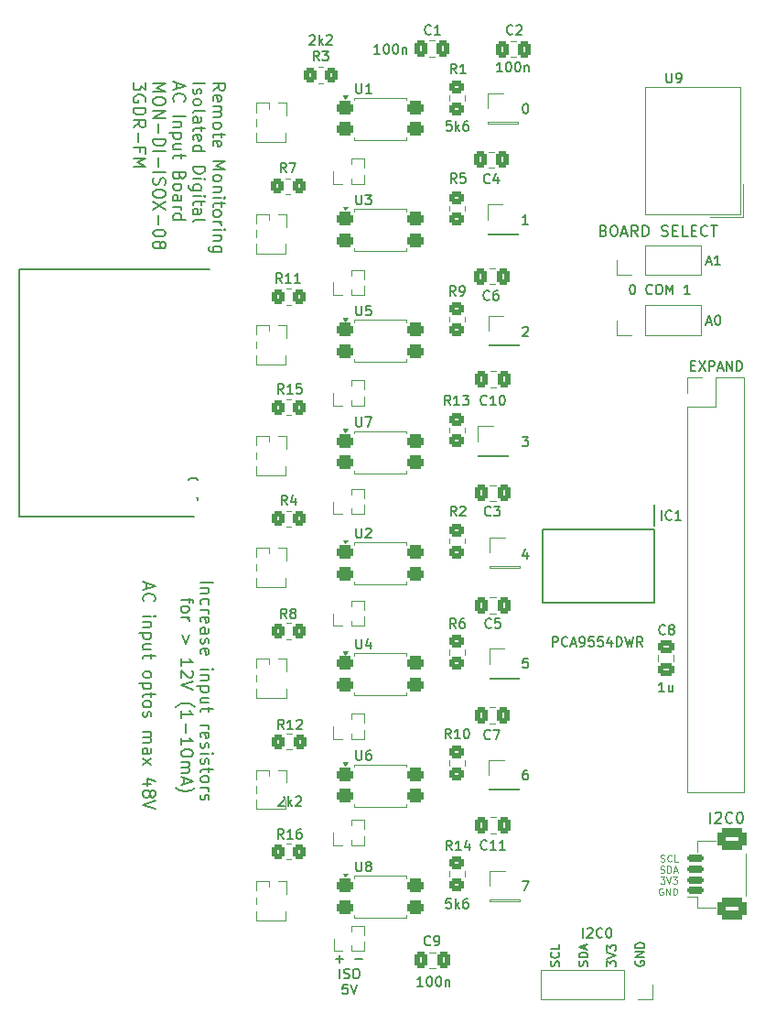
<source format=gbr>
%TF.GenerationSoftware,KiCad,Pcbnew,9.0.2*%
%TF.CreationDate,2025-07-04T16:23:48+10:00*%
%TF.ProjectId,v8a_equip_digital_in_iso_IDC,7638615f-6571-4756-9970-5f6469676974,rev?*%
%TF.SameCoordinates,Original*%
%TF.FileFunction,Legend,Top*%
%TF.FilePolarity,Positive*%
%FSLAX46Y46*%
G04 Gerber Fmt 4.6, Leading zero omitted, Abs format (unit mm)*
G04 Created by KiCad (PCBNEW 9.0.2) date 2025-07-04 16:23:48*
%MOMM*%
%LPD*%
G01*
G04 APERTURE LIST*
G04 Aperture macros list*
%AMRoundRect*
0 Rectangle with rounded corners*
0 $1 Rounding radius*
0 $2 $3 $4 $5 $6 $7 $8 $9 X,Y pos of 4 corners*
0 Add a 4 corners polygon primitive as box body*
4,1,4,$2,$3,$4,$5,$6,$7,$8,$9,$2,$3,0*
0 Add four circle primitives for the rounded corners*
1,1,$1+$1,$2,$3*
1,1,$1+$1,$4,$5*
1,1,$1+$1,$6,$7*
1,1,$1+$1,$8,$9*
0 Add four rect primitives between the rounded corners*
20,1,$1+$1,$2,$3,$4,$5,0*
20,1,$1+$1,$4,$5,$6,$7,0*
20,1,$1+$1,$6,$7,$8,$9,0*
20,1,$1+$1,$8,$9,$2,$3,0*%
G04 Aperture macros list end*
%ADD10C,0.177800*%
%ADD11C,0.101600*%
%ADD12C,0.127000*%
%ADD13C,0.152400*%
%ADD14C,0.203200*%
%ADD15C,0.120000*%
%ADD16C,0.200000*%
%ADD17RoundRect,0.317500X-0.482500X-0.317500X0.482500X-0.317500X0.482500X0.317500X-0.482500X0.317500X0*%
%ADD18RoundRect,0.250000X0.337500X0.475000X-0.337500X0.475000X-0.337500X-0.475000X0.337500X-0.475000X0*%
%ADD19RoundRect,0.250000X-0.450000X0.350000X-0.450000X-0.350000X0.450000X-0.350000X0.450000X0.350000X0*%
%ADD20R,1.700000X1.700000*%
%ADD21RoundRect,0.250000X-0.337500X-0.475000X0.337500X-0.475000X0.337500X0.475000X-0.337500X0.475000X0*%
%ADD22C,1.700000*%
%ADD23C,3.500000*%
%ADD24R,1.000000X1.000000*%
%ADD25C,1.000000*%
%ADD26RoundRect,0.250000X0.350000X0.450000X-0.350000X0.450000X-0.350000X-0.450000X0.350000X-0.450000X0*%
%ADD27R,1.600000X1.600000*%
%ADD28C,1.600000*%
%ADD29RoundRect,0.250000X-0.475000X0.337500X-0.475000X-0.337500X0.475000X-0.337500X0.475000X0.337500X0*%
%ADD30R,1.650000X1.650000*%
%ADD31C,1.650000*%
%ADD32RoundRect,0.150000X0.625000X-0.150000X0.625000X0.150000X-0.625000X0.150000X-0.625000X-0.150000X0*%
%ADD33RoundRect,0.416666X0.970834X-0.583334X0.970834X0.583334X-0.970834X0.583334X-0.970834X-0.583334X0*%
%ADD34R,0.650000X1.950000*%
G04 APERTURE END LIST*
D10*
X3599898Y-55059943D02*
X3599898Y-55604229D01*
X3273327Y-54951086D02*
X4416327Y-55332086D01*
X4416327Y-55332086D02*
X3273327Y-55713086D01*
X3382184Y-56747228D02*
X3327756Y-56692800D01*
X3327756Y-56692800D02*
X3273327Y-56529514D01*
X3273327Y-56529514D02*
X3273327Y-56420657D01*
X3273327Y-56420657D02*
X3327756Y-56257371D01*
X3327756Y-56257371D02*
X3436613Y-56148514D01*
X3436613Y-56148514D02*
X3545470Y-56094085D01*
X3545470Y-56094085D02*
X3763184Y-56039657D01*
X3763184Y-56039657D02*
X3926470Y-56039657D01*
X3926470Y-56039657D02*
X4144184Y-56094085D01*
X4144184Y-56094085D02*
X4253041Y-56148514D01*
X4253041Y-56148514D02*
X4361898Y-56257371D01*
X4361898Y-56257371D02*
X4416327Y-56420657D01*
X4416327Y-56420657D02*
X4416327Y-56529514D01*
X4416327Y-56529514D02*
X4361898Y-56692800D01*
X4361898Y-56692800D02*
X4307470Y-56747228D01*
X3273327Y-58107942D02*
X4035327Y-58107942D01*
X4416327Y-58107942D02*
X4361898Y-58053514D01*
X4361898Y-58053514D02*
X4307470Y-58107942D01*
X4307470Y-58107942D02*
X4361898Y-58162371D01*
X4361898Y-58162371D02*
X4416327Y-58107942D01*
X4416327Y-58107942D02*
X4307470Y-58107942D01*
X4035327Y-58652228D02*
X3273327Y-58652228D01*
X3926470Y-58652228D02*
X3980898Y-58706657D01*
X3980898Y-58706657D02*
X4035327Y-58815514D01*
X4035327Y-58815514D02*
X4035327Y-58978800D01*
X4035327Y-58978800D02*
X3980898Y-59087657D01*
X3980898Y-59087657D02*
X3872041Y-59142086D01*
X3872041Y-59142086D02*
X3273327Y-59142086D01*
X4035327Y-59686371D02*
X2892327Y-59686371D01*
X3980898Y-59686371D02*
X4035327Y-59795229D01*
X4035327Y-59795229D02*
X4035327Y-60012943D01*
X4035327Y-60012943D02*
X3980898Y-60121800D01*
X3980898Y-60121800D02*
X3926470Y-60176229D01*
X3926470Y-60176229D02*
X3817613Y-60230657D01*
X3817613Y-60230657D02*
X3491041Y-60230657D01*
X3491041Y-60230657D02*
X3382184Y-60176229D01*
X3382184Y-60176229D02*
X3327756Y-60121800D01*
X3327756Y-60121800D02*
X3273327Y-60012943D01*
X3273327Y-60012943D02*
X3273327Y-59795229D01*
X3273327Y-59795229D02*
X3327756Y-59686371D01*
X4035327Y-61210372D02*
X3273327Y-61210372D01*
X4035327Y-60720514D02*
X3436613Y-60720514D01*
X3436613Y-60720514D02*
X3327756Y-60774943D01*
X3327756Y-60774943D02*
X3273327Y-60883800D01*
X3273327Y-60883800D02*
X3273327Y-61047086D01*
X3273327Y-61047086D02*
X3327756Y-61155943D01*
X3327756Y-61155943D02*
X3382184Y-61210372D01*
X4035327Y-61591372D02*
X4035327Y-62026800D01*
X4416327Y-61754657D02*
X3436613Y-61754657D01*
X3436613Y-61754657D02*
X3327756Y-61809086D01*
X3327756Y-61809086D02*
X3273327Y-61917943D01*
X3273327Y-61917943D02*
X3273327Y-62026800D01*
X3273327Y-63441943D02*
X3327756Y-63333086D01*
X3327756Y-63333086D02*
X3382184Y-63278657D01*
X3382184Y-63278657D02*
X3491041Y-63224229D01*
X3491041Y-63224229D02*
X3817613Y-63224229D01*
X3817613Y-63224229D02*
X3926470Y-63278657D01*
X3926470Y-63278657D02*
X3980898Y-63333086D01*
X3980898Y-63333086D02*
X4035327Y-63441943D01*
X4035327Y-63441943D02*
X4035327Y-63605229D01*
X4035327Y-63605229D02*
X3980898Y-63714086D01*
X3980898Y-63714086D02*
X3926470Y-63768515D01*
X3926470Y-63768515D02*
X3817613Y-63822943D01*
X3817613Y-63822943D02*
X3491041Y-63822943D01*
X3491041Y-63822943D02*
X3382184Y-63768515D01*
X3382184Y-63768515D02*
X3327756Y-63714086D01*
X3327756Y-63714086D02*
X3273327Y-63605229D01*
X3273327Y-63605229D02*
X3273327Y-63441943D01*
X4035327Y-64312800D02*
X2892327Y-64312800D01*
X3980898Y-64312800D02*
X4035327Y-64421658D01*
X4035327Y-64421658D02*
X4035327Y-64639372D01*
X4035327Y-64639372D02*
X3980898Y-64748229D01*
X3980898Y-64748229D02*
X3926470Y-64802658D01*
X3926470Y-64802658D02*
X3817613Y-64857086D01*
X3817613Y-64857086D02*
X3491041Y-64857086D01*
X3491041Y-64857086D02*
X3382184Y-64802658D01*
X3382184Y-64802658D02*
X3327756Y-64748229D01*
X3327756Y-64748229D02*
X3273327Y-64639372D01*
X3273327Y-64639372D02*
X3273327Y-64421658D01*
X3273327Y-64421658D02*
X3327756Y-64312800D01*
X4035327Y-65183658D02*
X4035327Y-65619086D01*
X4416327Y-65346943D02*
X3436613Y-65346943D01*
X3436613Y-65346943D02*
X3327756Y-65401372D01*
X3327756Y-65401372D02*
X3273327Y-65510229D01*
X3273327Y-65510229D02*
X3273327Y-65619086D01*
X3273327Y-66163372D02*
X3327756Y-66054515D01*
X3327756Y-66054515D02*
X3382184Y-66000086D01*
X3382184Y-66000086D02*
X3491041Y-65945658D01*
X3491041Y-65945658D02*
X3817613Y-65945658D01*
X3817613Y-65945658D02*
X3926470Y-66000086D01*
X3926470Y-66000086D02*
X3980898Y-66054515D01*
X3980898Y-66054515D02*
X4035327Y-66163372D01*
X4035327Y-66163372D02*
X4035327Y-66326658D01*
X4035327Y-66326658D02*
X3980898Y-66435515D01*
X3980898Y-66435515D02*
X3926470Y-66489944D01*
X3926470Y-66489944D02*
X3817613Y-66544372D01*
X3817613Y-66544372D02*
X3491041Y-66544372D01*
X3491041Y-66544372D02*
X3382184Y-66489944D01*
X3382184Y-66489944D02*
X3327756Y-66435515D01*
X3327756Y-66435515D02*
X3273327Y-66326658D01*
X3273327Y-66326658D02*
X3273327Y-66163372D01*
X3327756Y-66979801D02*
X3273327Y-67088658D01*
X3273327Y-67088658D02*
X3273327Y-67306372D01*
X3273327Y-67306372D02*
X3327756Y-67415229D01*
X3327756Y-67415229D02*
X3436613Y-67469658D01*
X3436613Y-67469658D02*
X3491041Y-67469658D01*
X3491041Y-67469658D02*
X3599898Y-67415229D01*
X3599898Y-67415229D02*
X3654327Y-67306372D01*
X3654327Y-67306372D02*
X3654327Y-67143087D01*
X3654327Y-67143087D02*
X3708756Y-67034229D01*
X3708756Y-67034229D02*
X3817613Y-66979801D01*
X3817613Y-66979801D02*
X3872041Y-66979801D01*
X3872041Y-66979801D02*
X3980898Y-67034229D01*
X3980898Y-67034229D02*
X4035327Y-67143087D01*
X4035327Y-67143087D02*
X4035327Y-67306372D01*
X4035327Y-67306372D02*
X3980898Y-67415229D01*
X3273327Y-68830372D02*
X4035327Y-68830372D01*
X3926470Y-68830372D02*
X3980898Y-68884801D01*
X3980898Y-68884801D02*
X4035327Y-68993658D01*
X4035327Y-68993658D02*
X4035327Y-69156944D01*
X4035327Y-69156944D02*
X3980898Y-69265801D01*
X3980898Y-69265801D02*
X3872041Y-69320230D01*
X3872041Y-69320230D02*
X3273327Y-69320230D01*
X3872041Y-69320230D02*
X3980898Y-69374658D01*
X3980898Y-69374658D02*
X4035327Y-69483515D01*
X4035327Y-69483515D02*
X4035327Y-69646801D01*
X4035327Y-69646801D02*
X3980898Y-69755658D01*
X3980898Y-69755658D02*
X3872041Y-69810087D01*
X3872041Y-69810087D02*
X3273327Y-69810087D01*
X3273327Y-70844230D02*
X3872041Y-70844230D01*
X3872041Y-70844230D02*
X3980898Y-70789801D01*
X3980898Y-70789801D02*
X4035327Y-70680944D01*
X4035327Y-70680944D02*
X4035327Y-70463230D01*
X4035327Y-70463230D02*
X3980898Y-70354372D01*
X3327756Y-70844230D02*
X3273327Y-70735372D01*
X3273327Y-70735372D02*
X3273327Y-70463230D01*
X3273327Y-70463230D02*
X3327756Y-70354372D01*
X3327756Y-70354372D02*
X3436613Y-70299944D01*
X3436613Y-70299944D02*
X3545470Y-70299944D01*
X3545470Y-70299944D02*
X3654327Y-70354372D01*
X3654327Y-70354372D02*
X3708756Y-70463230D01*
X3708756Y-70463230D02*
X3708756Y-70735372D01*
X3708756Y-70735372D02*
X3763184Y-70844230D01*
X3273327Y-71279658D02*
X4035327Y-71878373D01*
X4035327Y-71279658D02*
X3273327Y-71878373D01*
X4035327Y-73674516D02*
X3273327Y-73674516D01*
X4470756Y-73402373D02*
X3654327Y-73130230D01*
X3654327Y-73130230D02*
X3654327Y-73837801D01*
X3926470Y-74436515D02*
X3980898Y-74327658D01*
X3980898Y-74327658D02*
X4035327Y-74273229D01*
X4035327Y-74273229D02*
X4144184Y-74218801D01*
X4144184Y-74218801D02*
X4198613Y-74218801D01*
X4198613Y-74218801D02*
X4307470Y-74273229D01*
X4307470Y-74273229D02*
X4361898Y-74327658D01*
X4361898Y-74327658D02*
X4416327Y-74436515D01*
X4416327Y-74436515D02*
X4416327Y-74654229D01*
X4416327Y-74654229D02*
X4361898Y-74763087D01*
X4361898Y-74763087D02*
X4307470Y-74817515D01*
X4307470Y-74817515D02*
X4198613Y-74871944D01*
X4198613Y-74871944D02*
X4144184Y-74871944D01*
X4144184Y-74871944D02*
X4035327Y-74817515D01*
X4035327Y-74817515D02*
X3980898Y-74763087D01*
X3980898Y-74763087D02*
X3926470Y-74654229D01*
X3926470Y-74654229D02*
X3926470Y-74436515D01*
X3926470Y-74436515D02*
X3872041Y-74327658D01*
X3872041Y-74327658D02*
X3817613Y-74273229D01*
X3817613Y-74273229D02*
X3708756Y-74218801D01*
X3708756Y-74218801D02*
X3491041Y-74218801D01*
X3491041Y-74218801D02*
X3382184Y-74273229D01*
X3382184Y-74273229D02*
X3327756Y-74327658D01*
X3327756Y-74327658D02*
X3273327Y-74436515D01*
X3273327Y-74436515D02*
X3273327Y-74654229D01*
X3273327Y-74654229D02*
X3327756Y-74763087D01*
X3327756Y-74763087D02*
X3382184Y-74817515D01*
X3382184Y-74817515D02*
X3491041Y-74871944D01*
X3491041Y-74871944D02*
X3708756Y-74871944D01*
X3708756Y-74871944D02*
X3817613Y-74817515D01*
X3817613Y-74817515D02*
X3872041Y-74763087D01*
X3872041Y-74763087D02*
X3926470Y-74654229D01*
X4416327Y-75198515D02*
X3273327Y-75579515D01*
X3273327Y-75579515D02*
X4416327Y-75960515D01*
D11*
X51183100Y-80792224D02*
X51273814Y-80822462D01*
X51273814Y-80822462D02*
X51425005Y-80822462D01*
X51425005Y-80822462D02*
X51485481Y-80792224D01*
X51485481Y-80792224D02*
X51515719Y-80761985D01*
X51515719Y-80761985D02*
X51545957Y-80701509D01*
X51545957Y-80701509D02*
X51545957Y-80641033D01*
X51545957Y-80641033D02*
X51515719Y-80580557D01*
X51515719Y-80580557D02*
X51485481Y-80550319D01*
X51485481Y-80550319D02*
X51425005Y-80520081D01*
X51425005Y-80520081D02*
X51304052Y-80489843D01*
X51304052Y-80489843D02*
X51243576Y-80459604D01*
X51243576Y-80459604D02*
X51213338Y-80429366D01*
X51213338Y-80429366D02*
X51183100Y-80368890D01*
X51183100Y-80368890D02*
X51183100Y-80308414D01*
X51183100Y-80308414D02*
X51213338Y-80247938D01*
X51213338Y-80247938D02*
X51243576Y-80217700D01*
X51243576Y-80217700D02*
X51304052Y-80187462D01*
X51304052Y-80187462D02*
X51455243Y-80187462D01*
X51455243Y-80187462D02*
X51545957Y-80217700D01*
X52180957Y-80761985D02*
X52150719Y-80792224D01*
X52150719Y-80792224D02*
X52060005Y-80822462D01*
X52060005Y-80822462D02*
X51999529Y-80822462D01*
X51999529Y-80822462D02*
X51908814Y-80792224D01*
X51908814Y-80792224D02*
X51848338Y-80731747D01*
X51848338Y-80731747D02*
X51818100Y-80671271D01*
X51818100Y-80671271D02*
X51787862Y-80550319D01*
X51787862Y-80550319D02*
X51787862Y-80459604D01*
X51787862Y-80459604D02*
X51818100Y-80338652D01*
X51818100Y-80338652D02*
X51848338Y-80278176D01*
X51848338Y-80278176D02*
X51908814Y-80217700D01*
X51908814Y-80217700D02*
X51999529Y-80187462D01*
X51999529Y-80187462D02*
X52060005Y-80187462D01*
X52060005Y-80187462D02*
X52150719Y-80217700D01*
X52150719Y-80217700D02*
X52180957Y-80247938D01*
X52755481Y-80822462D02*
X52453100Y-80822462D01*
X52453100Y-80822462D02*
X52453100Y-80187462D01*
X51152862Y-81814538D02*
X51243576Y-81844776D01*
X51243576Y-81844776D02*
X51394767Y-81844776D01*
X51394767Y-81844776D02*
X51455243Y-81814538D01*
X51455243Y-81814538D02*
X51485481Y-81784299D01*
X51485481Y-81784299D02*
X51515719Y-81723823D01*
X51515719Y-81723823D02*
X51515719Y-81663347D01*
X51515719Y-81663347D02*
X51485481Y-81602871D01*
X51485481Y-81602871D02*
X51455243Y-81572633D01*
X51455243Y-81572633D02*
X51394767Y-81542395D01*
X51394767Y-81542395D02*
X51273814Y-81512157D01*
X51273814Y-81512157D02*
X51213338Y-81481918D01*
X51213338Y-81481918D02*
X51183100Y-81451680D01*
X51183100Y-81451680D02*
X51152862Y-81391204D01*
X51152862Y-81391204D02*
X51152862Y-81330728D01*
X51152862Y-81330728D02*
X51183100Y-81270252D01*
X51183100Y-81270252D02*
X51213338Y-81240014D01*
X51213338Y-81240014D02*
X51273814Y-81209776D01*
X51273814Y-81209776D02*
X51425005Y-81209776D01*
X51425005Y-81209776D02*
X51515719Y-81240014D01*
X51787862Y-81844776D02*
X51787862Y-81209776D01*
X51787862Y-81209776D02*
X51939052Y-81209776D01*
X51939052Y-81209776D02*
X52029767Y-81240014D01*
X52029767Y-81240014D02*
X52090243Y-81300490D01*
X52090243Y-81300490D02*
X52120481Y-81360966D01*
X52120481Y-81360966D02*
X52150719Y-81481918D01*
X52150719Y-81481918D02*
X52150719Y-81572633D01*
X52150719Y-81572633D02*
X52120481Y-81693585D01*
X52120481Y-81693585D02*
X52090243Y-81754061D01*
X52090243Y-81754061D02*
X52029767Y-81814538D01*
X52029767Y-81814538D02*
X51939052Y-81844776D01*
X51939052Y-81844776D02*
X51787862Y-81844776D01*
X52392624Y-81663347D02*
X52695005Y-81663347D01*
X52332148Y-81844776D02*
X52543814Y-81209776D01*
X52543814Y-81209776D02*
X52755481Y-81844776D01*
X51152862Y-82232090D02*
X51545957Y-82232090D01*
X51545957Y-82232090D02*
X51334290Y-82473994D01*
X51334290Y-82473994D02*
X51425005Y-82473994D01*
X51425005Y-82473994D02*
X51485481Y-82504232D01*
X51485481Y-82504232D02*
X51515719Y-82534471D01*
X51515719Y-82534471D02*
X51545957Y-82594947D01*
X51545957Y-82594947D02*
X51545957Y-82746137D01*
X51545957Y-82746137D02*
X51515719Y-82806613D01*
X51515719Y-82806613D02*
X51485481Y-82836852D01*
X51485481Y-82836852D02*
X51425005Y-82867090D01*
X51425005Y-82867090D02*
X51243576Y-82867090D01*
X51243576Y-82867090D02*
X51183100Y-82836852D01*
X51183100Y-82836852D02*
X51152862Y-82806613D01*
X51727386Y-82232090D02*
X51939052Y-82867090D01*
X51939052Y-82867090D02*
X52150719Y-82232090D01*
X52301910Y-82232090D02*
X52695005Y-82232090D01*
X52695005Y-82232090D02*
X52483338Y-82473994D01*
X52483338Y-82473994D02*
X52574053Y-82473994D01*
X52574053Y-82473994D02*
X52634529Y-82504232D01*
X52634529Y-82504232D02*
X52664767Y-82534471D01*
X52664767Y-82534471D02*
X52695005Y-82594947D01*
X52695005Y-82594947D02*
X52695005Y-82746137D01*
X52695005Y-82746137D02*
X52664767Y-82806613D01*
X52664767Y-82806613D02*
X52634529Y-82836852D01*
X52634529Y-82836852D02*
X52574053Y-82867090D01*
X52574053Y-82867090D02*
X52392624Y-82867090D01*
X52392624Y-82867090D02*
X52332148Y-82836852D01*
X52332148Y-82836852D02*
X52301910Y-82806613D01*
X51364529Y-83284642D02*
X51304053Y-83254404D01*
X51304053Y-83254404D02*
X51213339Y-83254404D01*
X51213339Y-83254404D02*
X51122624Y-83284642D01*
X51122624Y-83284642D02*
X51062148Y-83345118D01*
X51062148Y-83345118D02*
X51031910Y-83405594D01*
X51031910Y-83405594D02*
X51001672Y-83526546D01*
X51001672Y-83526546D02*
X51001672Y-83617261D01*
X51001672Y-83617261D02*
X51031910Y-83738213D01*
X51031910Y-83738213D02*
X51062148Y-83798689D01*
X51062148Y-83798689D02*
X51122624Y-83859166D01*
X51122624Y-83859166D02*
X51213339Y-83889404D01*
X51213339Y-83889404D02*
X51273815Y-83889404D01*
X51273815Y-83889404D02*
X51364529Y-83859166D01*
X51364529Y-83859166D02*
X51394767Y-83828927D01*
X51394767Y-83828927D02*
X51394767Y-83617261D01*
X51394767Y-83617261D02*
X51273815Y-83617261D01*
X51666910Y-83889404D02*
X51666910Y-83254404D01*
X51666910Y-83254404D02*
X52029767Y-83889404D01*
X52029767Y-83889404D02*
X52029767Y-83254404D01*
X52332148Y-83889404D02*
X52332148Y-83254404D01*
X52332148Y-83254404D02*
X52483338Y-83254404D01*
X52483338Y-83254404D02*
X52574053Y-83284642D01*
X52574053Y-83284642D02*
X52634529Y-83345118D01*
X52634529Y-83345118D02*
X52664767Y-83405594D01*
X52664767Y-83405594D02*
X52695005Y-83526546D01*
X52695005Y-83526546D02*
X52695005Y-83617261D01*
X52695005Y-83617261D02*
X52664767Y-83738213D01*
X52664767Y-83738213D02*
X52634529Y-83798689D01*
X52634529Y-83798689D02*
X52574053Y-83859166D01*
X52574053Y-83859166D02*
X52483338Y-83889404D01*
X52483338Y-83889404D02*
X52332148Y-83889404D01*
D10*
X8618693Y-54978299D02*
X9761693Y-54978299D01*
X9380693Y-55522585D02*
X8618693Y-55522585D01*
X9271836Y-55522585D02*
X9326264Y-55577014D01*
X9326264Y-55577014D02*
X9380693Y-55685871D01*
X9380693Y-55685871D02*
X9380693Y-55849157D01*
X9380693Y-55849157D02*
X9326264Y-55958014D01*
X9326264Y-55958014D02*
X9217407Y-56012443D01*
X9217407Y-56012443D02*
X8618693Y-56012443D01*
X8673122Y-57046586D02*
X8618693Y-56937728D01*
X8618693Y-56937728D02*
X8618693Y-56720014D01*
X8618693Y-56720014D02*
X8673122Y-56611157D01*
X8673122Y-56611157D02*
X8727550Y-56556728D01*
X8727550Y-56556728D02*
X8836407Y-56502300D01*
X8836407Y-56502300D02*
X9162979Y-56502300D01*
X9162979Y-56502300D02*
X9271836Y-56556728D01*
X9271836Y-56556728D02*
X9326264Y-56611157D01*
X9326264Y-56611157D02*
X9380693Y-56720014D01*
X9380693Y-56720014D02*
X9380693Y-56937728D01*
X9380693Y-56937728D02*
X9326264Y-57046586D01*
X8618693Y-57536442D02*
X9380693Y-57536442D01*
X9162979Y-57536442D02*
X9271836Y-57590871D01*
X9271836Y-57590871D02*
X9326264Y-57645300D01*
X9326264Y-57645300D02*
X9380693Y-57754157D01*
X9380693Y-57754157D02*
X9380693Y-57863014D01*
X8673122Y-58679442D02*
X8618693Y-58570585D01*
X8618693Y-58570585D02*
X8618693Y-58352871D01*
X8618693Y-58352871D02*
X8673122Y-58244013D01*
X8673122Y-58244013D02*
X8781979Y-58189585D01*
X8781979Y-58189585D02*
X9217407Y-58189585D01*
X9217407Y-58189585D02*
X9326264Y-58244013D01*
X9326264Y-58244013D02*
X9380693Y-58352871D01*
X9380693Y-58352871D02*
X9380693Y-58570585D01*
X9380693Y-58570585D02*
X9326264Y-58679442D01*
X9326264Y-58679442D02*
X9217407Y-58733871D01*
X9217407Y-58733871D02*
X9108550Y-58733871D01*
X9108550Y-58733871D02*
X8999693Y-58189585D01*
X8618693Y-59713585D02*
X9217407Y-59713585D01*
X9217407Y-59713585D02*
X9326264Y-59659156D01*
X9326264Y-59659156D02*
X9380693Y-59550299D01*
X9380693Y-59550299D02*
X9380693Y-59332585D01*
X9380693Y-59332585D02*
X9326264Y-59223727D01*
X8673122Y-59713585D02*
X8618693Y-59604727D01*
X8618693Y-59604727D02*
X8618693Y-59332585D01*
X8618693Y-59332585D02*
X8673122Y-59223727D01*
X8673122Y-59223727D02*
X8781979Y-59169299D01*
X8781979Y-59169299D02*
X8890836Y-59169299D01*
X8890836Y-59169299D02*
X8999693Y-59223727D01*
X8999693Y-59223727D02*
X9054122Y-59332585D01*
X9054122Y-59332585D02*
X9054122Y-59604727D01*
X9054122Y-59604727D02*
X9108550Y-59713585D01*
X8673122Y-60203442D02*
X8618693Y-60312299D01*
X8618693Y-60312299D02*
X8618693Y-60530013D01*
X8618693Y-60530013D02*
X8673122Y-60638870D01*
X8673122Y-60638870D02*
X8781979Y-60693299D01*
X8781979Y-60693299D02*
X8836407Y-60693299D01*
X8836407Y-60693299D02*
X8945264Y-60638870D01*
X8945264Y-60638870D02*
X8999693Y-60530013D01*
X8999693Y-60530013D02*
X8999693Y-60366728D01*
X8999693Y-60366728D02*
X9054122Y-60257870D01*
X9054122Y-60257870D02*
X9162979Y-60203442D01*
X9162979Y-60203442D02*
X9217407Y-60203442D01*
X9217407Y-60203442D02*
X9326264Y-60257870D01*
X9326264Y-60257870D02*
X9380693Y-60366728D01*
X9380693Y-60366728D02*
X9380693Y-60530013D01*
X9380693Y-60530013D02*
X9326264Y-60638870D01*
X8673122Y-61618585D02*
X8618693Y-61509728D01*
X8618693Y-61509728D02*
X8618693Y-61292014D01*
X8618693Y-61292014D02*
X8673122Y-61183156D01*
X8673122Y-61183156D02*
X8781979Y-61128728D01*
X8781979Y-61128728D02*
X9217407Y-61128728D01*
X9217407Y-61128728D02*
X9326264Y-61183156D01*
X9326264Y-61183156D02*
X9380693Y-61292014D01*
X9380693Y-61292014D02*
X9380693Y-61509728D01*
X9380693Y-61509728D02*
X9326264Y-61618585D01*
X9326264Y-61618585D02*
X9217407Y-61673014D01*
X9217407Y-61673014D02*
X9108550Y-61673014D01*
X9108550Y-61673014D02*
X8999693Y-61128728D01*
X8618693Y-63033727D02*
X9380693Y-63033727D01*
X9761693Y-63033727D02*
X9707264Y-62979299D01*
X9707264Y-62979299D02*
X9652836Y-63033727D01*
X9652836Y-63033727D02*
X9707264Y-63088156D01*
X9707264Y-63088156D02*
X9761693Y-63033727D01*
X9761693Y-63033727D02*
X9652836Y-63033727D01*
X9380693Y-63578013D02*
X8618693Y-63578013D01*
X9271836Y-63578013D02*
X9326264Y-63632442D01*
X9326264Y-63632442D02*
X9380693Y-63741299D01*
X9380693Y-63741299D02*
X9380693Y-63904585D01*
X9380693Y-63904585D02*
X9326264Y-64013442D01*
X9326264Y-64013442D02*
X9217407Y-64067871D01*
X9217407Y-64067871D02*
X8618693Y-64067871D01*
X9380693Y-64612156D02*
X8237693Y-64612156D01*
X9326264Y-64612156D02*
X9380693Y-64721014D01*
X9380693Y-64721014D02*
X9380693Y-64938728D01*
X9380693Y-64938728D02*
X9326264Y-65047585D01*
X9326264Y-65047585D02*
X9271836Y-65102014D01*
X9271836Y-65102014D02*
X9162979Y-65156442D01*
X9162979Y-65156442D02*
X8836407Y-65156442D01*
X8836407Y-65156442D02*
X8727550Y-65102014D01*
X8727550Y-65102014D02*
X8673122Y-65047585D01*
X8673122Y-65047585D02*
X8618693Y-64938728D01*
X8618693Y-64938728D02*
X8618693Y-64721014D01*
X8618693Y-64721014D02*
X8673122Y-64612156D01*
X9380693Y-66136157D02*
X8618693Y-66136157D01*
X9380693Y-65646299D02*
X8781979Y-65646299D01*
X8781979Y-65646299D02*
X8673122Y-65700728D01*
X8673122Y-65700728D02*
X8618693Y-65809585D01*
X8618693Y-65809585D02*
X8618693Y-65972871D01*
X8618693Y-65972871D02*
X8673122Y-66081728D01*
X8673122Y-66081728D02*
X8727550Y-66136157D01*
X9380693Y-66517157D02*
X9380693Y-66952585D01*
X9761693Y-66680442D02*
X8781979Y-66680442D01*
X8781979Y-66680442D02*
X8673122Y-66734871D01*
X8673122Y-66734871D02*
X8618693Y-66843728D01*
X8618693Y-66843728D02*
X8618693Y-66952585D01*
X8618693Y-68204442D02*
X9380693Y-68204442D01*
X9162979Y-68204442D02*
X9271836Y-68258871D01*
X9271836Y-68258871D02*
X9326264Y-68313300D01*
X9326264Y-68313300D02*
X9380693Y-68422157D01*
X9380693Y-68422157D02*
X9380693Y-68531014D01*
X8673122Y-69347442D02*
X8618693Y-69238585D01*
X8618693Y-69238585D02*
X8618693Y-69020871D01*
X8618693Y-69020871D02*
X8673122Y-68912013D01*
X8673122Y-68912013D02*
X8781979Y-68857585D01*
X8781979Y-68857585D02*
X9217407Y-68857585D01*
X9217407Y-68857585D02*
X9326264Y-68912013D01*
X9326264Y-68912013D02*
X9380693Y-69020871D01*
X9380693Y-69020871D02*
X9380693Y-69238585D01*
X9380693Y-69238585D02*
X9326264Y-69347442D01*
X9326264Y-69347442D02*
X9217407Y-69401871D01*
X9217407Y-69401871D02*
X9108550Y-69401871D01*
X9108550Y-69401871D02*
X8999693Y-68857585D01*
X8673122Y-69837299D02*
X8618693Y-69946156D01*
X8618693Y-69946156D02*
X8618693Y-70163870D01*
X8618693Y-70163870D02*
X8673122Y-70272727D01*
X8673122Y-70272727D02*
X8781979Y-70327156D01*
X8781979Y-70327156D02*
X8836407Y-70327156D01*
X8836407Y-70327156D02*
X8945264Y-70272727D01*
X8945264Y-70272727D02*
X8999693Y-70163870D01*
X8999693Y-70163870D02*
X8999693Y-70000585D01*
X8999693Y-70000585D02*
X9054122Y-69891727D01*
X9054122Y-69891727D02*
X9162979Y-69837299D01*
X9162979Y-69837299D02*
X9217407Y-69837299D01*
X9217407Y-69837299D02*
X9326264Y-69891727D01*
X9326264Y-69891727D02*
X9380693Y-70000585D01*
X9380693Y-70000585D02*
X9380693Y-70163870D01*
X9380693Y-70163870D02*
X9326264Y-70272727D01*
X8618693Y-70817013D02*
X9380693Y-70817013D01*
X9761693Y-70817013D02*
X9707264Y-70762585D01*
X9707264Y-70762585D02*
X9652836Y-70817013D01*
X9652836Y-70817013D02*
X9707264Y-70871442D01*
X9707264Y-70871442D02*
X9761693Y-70817013D01*
X9761693Y-70817013D02*
X9652836Y-70817013D01*
X8673122Y-71306871D02*
X8618693Y-71415728D01*
X8618693Y-71415728D02*
X8618693Y-71633442D01*
X8618693Y-71633442D02*
X8673122Y-71742299D01*
X8673122Y-71742299D02*
X8781979Y-71796728D01*
X8781979Y-71796728D02*
X8836407Y-71796728D01*
X8836407Y-71796728D02*
X8945264Y-71742299D01*
X8945264Y-71742299D02*
X8999693Y-71633442D01*
X8999693Y-71633442D02*
X8999693Y-71470157D01*
X8999693Y-71470157D02*
X9054122Y-71361299D01*
X9054122Y-71361299D02*
X9162979Y-71306871D01*
X9162979Y-71306871D02*
X9217407Y-71306871D01*
X9217407Y-71306871D02*
X9326264Y-71361299D01*
X9326264Y-71361299D02*
X9380693Y-71470157D01*
X9380693Y-71470157D02*
X9380693Y-71633442D01*
X9380693Y-71633442D02*
X9326264Y-71742299D01*
X9380693Y-72123300D02*
X9380693Y-72558728D01*
X9761693Y-72286585D02*
X8781979Y-72286585D01*
X8781979Y-72286585D02*
X8673122Y-72341014D01*
X8673122Y-72341014D02*
X8618693Y-72449871D01*
X8618693Y-72449871D02*
X8618693Y-72558728D01*
X8618693Y-73103014D02*
X8673122Y-72994157D01*
X8673122Y-72994157D02*
X8727550Y-72939728D01*
X8727550Y-72939728D02*
X8836407Y-72885300D01*
X8836407Y-72885300D02*
X9162979Y-72885300D01*
X9162979Y-72885300D02*
X9271836Y-72939728D01*
X9271836Y-72939728D02*
X9326264Y-72994157D01*
X9326264Y-72994157D02*
X9380693Y-73103014D01*
X9380693Y-73103014D02*
X9380693Y-73266300D01*
X9380693Y-73266300D02*
X9326264Y-73375157D01*
X9326264Y-73375157D02*
X9271836Y-73429586D01*
X9271836Y-73429586D02*
X9162979Y-73484014D01*
X9162979Y-73484014D02*
X8836407Y-73484014D01*
X8836407Y-73484014D02*
X8727550Y-73429586D01*
X8727550Y-73429586D02*
X8673122Y-73375157D01*
X8673122Y-73375157D02*
X8618693Y-73266300D01*
X8618693Y-73266300D02*
X8618693Y-73103014D01*
X8618693Y-73973871D02*
X9380693Y-73973871D01*
X9162979Y-73973871D02*
X9271836Y-74028300D01*
X9271836Y-74028300D02*
X9326264Y-74082729D01*
X9326264Y-74082729D02*
X9380693Y-74191586D01*
X9380693Y-74191586D02*
X9380693Y-74300443D01*
X8673122Y-74627014D02*
X8618693Y-74735871D01*
X8618693Y-74735871D02*
X8618693Y-74953585D01*
X8618693Y-74953585D02*
X8673122Y-75062442D01*
X8673122Y-75062442D02*
X8781979Y-75116871D01*
X8781979Y-75116871D02*
X8836407Y-75116871D01*
X8836407Y-75116871D02*
X8945264Y-75062442D01*
X8945264Y-75062442D02*
X8999693Y-74953585D01*
X8999693Y-74953585D02*
X8999693Y-74790300D01*
X8999693Y-74790300D02*
X9054122Y-74681442D01*
X9054122Y-74681442D02*
X9162979Y-74627014D01*
X9162979Y-74627014D02*
X9217407Y-74627014D01*
X9217407Y-74627014D02*
X9326264Y-74681442D01*
X9326264Y-74681442D02*
X9380693Y-74790300D01*
X9380693Y-74790300D02*
X9380693Y-74953585D01*
X9380693Y-74953585D02*
X9326264Y-75062442D01*
X7540527Y-56420659D02*
X7540527Y-56856087D01*
X6778527Y-56583944D02*
X7758241Y-56583944D01*
X7758241Y-56583944D02*
X7867098Y-56638373D01*
X7867098Y-56638373D02*
X7921527Y-56747230D01*
X7921527Y-56747230D02*
X7921527Y-56856087D01*
X6778527Y-57400373D02*
X6832956Y-57291516D01*
X6832956Y-57291516D02*
X6887384Y-57237087D01*
X6887384Y-57237087D02*
X6996241Y-57182659D01*
X6996241Y-57182659D02*
X7322813Y-57182659D01*
X7322813Y-57182659D02*
X7431670Y-57237087D01*
X7431670Y-57237087D02*
X7486098Y-57291516D01*
X7486098Y-57291516D02*
X7540527Y-57400373D01*
X7540527Y-57400373D02*
X7540527Y-57563659D01*
X7540527Y-57563659D02*
X7486098Y-57672516D01*
X7486098Y-57672516D02*
X7431670Y-57726945D01*
X7431670Y-57726945D02*
X7322813Y-57781373D01*
X7322813Y-57781373D02*
X6996241Y-57781373D01*
X6996241Y-57781373D02*
X6887384Y-57726945D01*
X6887384Y-57726945D02*
X6832956Y-57672516D01*
X6832956Y-57672516D02*
X6778527Y-57563659D01*
X6778527Y-57563659D02*
X6778527Y-57400373D01*
X6778527Y-58271230D02*
X7540527Y-58271230D01*
X7322813Y-58271230D02*
X7431670Y-58325659D01*
X7431670Y-58325659D02*
X7486098Y-58380088D01*
X7486098Y-58380088D02*
X7540527Y-58488945D01*
X7540527Y-58488945D02*
X7540527Y-58597802D01*
X7540527Y-59849658D02*
X7213956Y-60720516D01*
X7213956Y-60720516D02*
X6887384Y-59849658D01*
X6778527Y-62734373D02*
X6778527Y-62081230D01*
X6778527Y-62407801D02*
X7921527Y-62407801D01*
X7921527Y-62407801D02*
X7758241Y-62298944D01*
X7758241Y-62298944D02*
X7649384Y-62190087D01*
X7649384Y-62190087D02*
X7594956Y-62081230D01*
X7812670Y-63169801D02*
X7867098Y-63224229D01*
X7867098Y-63224229D02*
X7921527Y-63333087D01*
X7921527Y-63333087D02*
X7921527Y-63605229D01*
X7921527Y-63605229D02*
X7867098Y-63714087D01*
X7867098Y-63714087D02*
X7812670Y-63768515D01*
X7812670Y-63768515D02*
X7703813Y-63822944D01*
X7703813Y-63822944D02*
X7594956Y-63822944D01*
X7594956Y-63822944D02*
X7431670Y-63768515D01*
X7431670Y-63768515D02*
X6778527Y-63115372D01*
X6778527Y-63115372D02*
X6778527Y-63822944D01*
X7921527Y-64149515D02*
X6778527Y-64530515D01*
X6778527Y-64530515D02*
X7921527Y-64911515D01*
X6343098Y-66489943D02*
X6397527Y-66435514D01*
X6397527Y-66435514D02*
X6560813Y-66326657D01*
X6560813Y-66326657D02*
X6669670Y-66272229D01*
X6669670Y-66272229D02*
X6832956Y-66217800D01*
X6832956Y-66217800D02*
X7105098Y-66163371D01*
X7105098Y-66163371D02*
X7322813Y-66163371D01*
X7322813Y-66163371D02*
X7594956Y-66217800D01*
X7594956Y-66217800D02*
X7758241Y-66272229D01*
X7758241Y-66272229D02*
X7867098Y-66326657D01*
X7867098Y-66326657D02*
X8030384Y-66435514D01*
X8030384Y-66435514D02*
X8084813Y-66489943D01*
X6778527Y-67524086D02*
X6778527Y-66870943D01*
X6778527Y-67197514D02*
X7921527Y-67197514D01*
X7921527Y-67197514D02*
X7758241Y-67088657D01*
X7758241Y-67088657D02*
X7649384Y-66979800D01*
X7649384Y-66979800D02*
X7594956Y-66870943D01*
X7213956Y-68013942D02*
X7213956Y-68884800D01*
X6778527Y-70027800D02*
X6778527Y-69374657D01*
X6778527Y-69701228D02*
X7921527Y-69701228D01*
X7921527Y-69701228D02*
X7758241Y-69592371D01*
X7758241Y-69592371D02*
X7649384Y-69483514D01*
X7649384Y-69483514D02*
X7594956Y-69374657D01*
X7921527Y-70735371D02*
X7921527Y-70844228D01*
X7921527Y-70844228D02*
X7867098Y-70953085D01*
X7867098Y-70953085D02*
X7812670Y-71007514D01*
X7812670Y-71007514D02*
X7703813Y-71061942D01*
X7703813Y-71061942D02*
X7486098Y-71116371D01*
X7486098Y-71116371D02*
X7213956Y-71116371D01*
X7213956Y-71116371D02*
X6996241Y-71061942D01*
X6996241Y-71061942D02*
X6887384Y-71007514D01*
X6887384Y-71007514D02*
X6832956Y-70953085D01*
X6832956Y-70953085D02*
X6778527Y-70844228D01*
X6778527Y-70844228D02*
X6778527Y-70735371D01*
X6778527Y-70735371D02*
X6832956Y-70626514D01*
X6832956Y-70626514D02*
X6887384Y-70572085D01*
X6887384Y-70572085D02*
X6996241Y-70517656D01*
X6996241Y-70517656D02*
X7213956Y-70463228D01*
X7213956Y-70463228D02*
X7486098Y-70463228D01*
X7486098Y-70463228D02*
X7703813Y-70517656D01*
X7703813Y-70517656D02*
X7812670Y-70572085D01*
X7812670Y-70572085D02*
X7867098Y-70626514D01*
X7867098Y-70626514D02*
X7921527Y-70735371D01*
X6778527Y-71606227D02*
X7540527Y-71606227D01*
X7431670Y-71606227D02*
X7486098Y-71660656D01*
X7486098Y-71660656D02*
X7540527Y-71769513D01*
X7540527Y-71769513D02*
X7540527Y-71932799D01*
X7540527Y-71932799D02*
X7486098Y-72041656D01*
X7486098Y-72041656D02*
X7377241Y-72096085D01*
X7377241Y-72096085D02*
X6778527Y-72096085D01*
X7377241Y-72096085D02*
X7486098Y-72150513D01*
X7486098Y-72150513D02*
X7540527Y-72259370D01*
X7540527Y-72259370D02*
X7540527Y-72422656D01*
X7540527Y-72422656D02*
X7486098Y-72531513D01*
X7486098Y-72531513D02*
X7377241Y-72585942D01*
X7377241Y-72585942D02*
X6778527Y-72585942D01*
X7105098Y-73075799D02*
X7105098Y-73620085D01*
X6778527Y-72966942D02*
X7921527Y-73347942D01*
X7921527Y-73347942D02*
X6778527Y-73728942D01*
X6343098Y-74001084D02*
X6397527Y-74055513D01*
X6397527Y-74055513D02*
X6560813Y-74164370D01*
X6560813Y-74164370D02*
X6669670Y-74218799D01*
X6669670Y-74218799D02*
X6832956Y-74273227D01*
X6832956Y-74273227D02*
X7105098Y-74327656D01*
X7105098Y-74327656D02*
X7322813Y-74327656D01*
X7322813Y-74327656D02*
X7594956Y-74273227D01*
X7594956Y-74273227D02*
X7758241Y-74218799D01*
X7758241Y-74218799D02*
X7867098Y-74164370D01*
X7867098Y-74164370D02*
X8030384Y-74055513D01*
X8030384Y-74055513D02*
X8084813Y-74001084D01*
D12*
X41762448Y-90465028D02*
X41801152Y-90348914D01*
X41801152Y-90348914D02*
X41801152Y-90155390D01*
X41801152Y-90155390D02*
X41762448Y-90077981D01*
X41762448Y-90077981D02*
X41723743Y-90039276D01*
X41723743Y-90039276D02*
X41646333Y-90000571D01*
X41646333Y-90000571D02*
X41568924Y-90000571D01*
X41568924Y-90000571D02*
X41491514Y-90039276D01*
X41491514Y-90039276D02*
X41452809Y-90077981D01*
X41452809Y-90077981D02*
X41414105Y-90155390D01*
X41414105Y-90155390D02*
X41375400Y-90310209D01*
X41375400Y-90310209D02*
X41336695Y-90387619D01*
X41336695Y-90387619D02*
X41297990Y-90426324D01*
X41297990Y-90426324D02*
X41220581Y-90465028D01*
X41220581Y-90465028D02*
X41143171Y-90465028D01*
X41143171Y-90465028D02*
X41065762Y-90426324D01*
X41065762Y-90426324D02*
X41027057Y-90387619D01*
X41027057Y-90387619D02*
X40988352Y-90310209D01*
X40988352Y-90310209D02*
X40988352Y-90116686D01*
X40988352Y-90116686D02*
X41027057Y-90000571D01*
X41723743Y-89187772D02*
X41762448Y-89226476D01*
X41762448Y-89226476D02*
X41801152Y-89342591D01*
X41801152Y-89342591D02*
X41801152Y-89420000D01*
X41801152Y-89420000D02*
X41762448Y-89536114D01*
X41762448Y-89536114D02*
X41685038Y-89613524D01*
X41685038Y-89613524D02*
X41607628Y-89652229D01*
X41607628Y-89652229D02*
X41452809Y-89690933D01*
X41452809Y-89690933D02*
X41336695Y-89690933D01*
X41336695Y-89690933D02*
X41181876Y-89652229D01*
X41181876Y-89652229D02*
X41104467Y-89613524D01*
X41104467Y-89613524D02*
X41027057Y-89536114D01*
X41027057Y-89536114D02*
X40988352Y-89420000D01*
X40988352Y-89420000D02*
X40988352Y-89342591D01*
X40988352Y-89342591D02*
X41027057Y-89226476D01*
X41027057Y-89226476D02*
X41065762Y-89187772D01*
X41801152Y-88452381D02*
X41801152Y-88839429D01*
X41801152Y-88839429D02*
X40988352Y-88839429D01*
X44379572Y-90465028D02*
X44418276Y-90348914D01*
X44418276Y-90348914D02*
X44418276Y-90155390D01*
X44418276Y-90155390D02*
X44379572Y-90077981D01*
X44379572Y-90077981D02*
X44340867Y-90039276D01*
X44340867Y-90039276D02*
X44263457Y-90000571D01*
X44263457Y-90000571D02*
X44186048Y-90000571D01*
X44186048Y-90000571D02*
X44108638Y-90039276D01*
X44108638Y-90039276D02*
X44069933Y-90077981D01*
X44069933Y-90077981D02*
X44031229Y-90155390D01*
X44031229Y-90155390D02*
X43992524Y-90310209D01*
X43992524Y-90310209D02*
X43953819Y-90387619D01*
X43953819Y-90387619D02*
X43915114Y-90426324D01*
X43915114Y-90426324D02*
X43837705Y-90465028D01*
X43837705Y-90465028D02*
X43760295Y-90465028D01*
X43760295Y-90465028D02*
X43682886Y-90426324D01*
X43682886Y-90426324D02*
X43644181Y-90387619D01*
X43644181Y-90387619D02*
X43605476Y-90310209D01*
X43605476Y-90310209D02*
X43605476Y-90116686D01*
X43605476Y-90116686D02*
X43644181Y-90000571D01*
X44418276Y-89652229D02*
X43605476Y-89652229D01*
X43605476Y-89652229D02*
X43605476Y-89458705D01*
X43605476Y-89458705D02*
X43644181Y-89342591D01*
X43644181Y-89342591D02*
X43721591Y-89265181D01*
X43721591Y-89265181D02*
X43799000Y-89226476D01*
X43799000Y-89226476D02*
X43953819Y-89187772D01*
X43953819Y-89187772D02*
X44069933Y-89187772D01*
X44069933Y-89187772D02*
X44224752Y-89226476D01*
X44224752Y-89226476D02*
X44302162Y-89265181D01*
X44302162Y-89265181D02*
X44379572Y-89342591D01*
X44379572Y-89342591D02*
X44418276Y-89458705D01*
X44418276Y-89458705D02*
X44418276Y-89652229D01*
X44186048Y-88878133D02*
X44186048Y-88491086D01*
X44418276Y-88955543D02*
X43605476Y-88684610D01*
X43605476Y-88684610D02*
X44418276Y-88413676D01*
X46222600Y-90503733D02*
X46222600Y-90000571D01*
X46222600Y-90000571D02*
X46532238Y-90271505D01*
X46532238Y-90271505D02*
X46532238Y-90155390D01*
X46532238Y-90155390D02*
X46570943Y-90077981D01*
X46570943Y-90077981D02*
X46609648Y-90039276D01*
X46609648Y-90039276D02*
X46687057Y-90000571D01*
X46687057Y-90000571D02*
X46880581Y-90000571D01*
X46880581Y-90000571D02*
X46957991Y-90039276D01*
X46957991Y-90039276D02*
X46996696Y-90077981D01*
X46996696Y-90077981D02*
X47035400Y-90155390D01*
X47035400Y-90155390D02*
X47035400Y-90387619D01*
X47035400Y-90387619D02*
X46996696Y-90465028D01*
X46996696Y-90465028D02*
X46957991Y-90503733D01*
X46222600Y-89768343D02*
X47035400Y-89497410D01*
X47035400Y-89497410D02*
X46222600Y-89226476D01*
X46222600Y-89032952D02*
X46222600Y-88529790D01*
X46222600Y-88529790D02*
X46532238Y-88800724D01*
X46532238Y-88800724D02*
X46532238Y-88684609D01*
X46532238Y-88684609D02*
X46570943Y-88607200D01*
X46570943Y-88607200D02*
X46609648Y-88568495D01*
X46609648Y-88568495D02*
X46687057Y-88529790D01*
X46687057Y-88529790D02*
X46880581Y-88529790D01*
X46880581Y-88529790D02*
X46957991Y-88568495D01*
X46957991Y-88568495D02*
X46996696Y-88607200D01*
X46996696Y-88607200D02*
X47035400Y-88684609D01*
X47035400Y-88684609D02*
X47035400Y-88916838D01*
X47035400Y-88916838D02*
X46996696Y-88994247D01*
X46996696Y-88994247D02*
X46957991Y-89032952D01*
X48878429Y-90000571D02*
X48839724Y-90077981D01*
X48839724Y-90077981D02*
X48839724Y-90194095D01*
X48839724Y-90194095D02*
X48878429Y-90310209D01*
X48878429Y-90310209D02*
X48955839Y-90387619D01*
X48955839Y-90387619D02*
X49033248Y-90426324D01*
X49033248Y-90426324D02*
X49188067Y-90465028D01*
X49188067Y-90465028D02*
X49304181Y-90465028D01*
X49304181Y-90465028D02*
X49459000Y-90426324D01*
X49459000Y-90426324D02*
X49536410Y-90387619D01*
X49536410Y-90387619D02*
X49613820Y-90310209D01*
X49613820Y-90310209D02*
X49652524Y-90194095D01*
X49652524Y-90194095D02*
X49652524Y-90116686D01*
X49652524Y-90116686D02*
X49613820Y-90000571D01*
X49613820Y-90000571D02*
X49575115Y-89961867D01*
X49575115Y-89961867D02*
X49304181Y-89961867D01*
X49304181Y-89961867D02*
X49304181Y-90116686D01*
X49652524Y-89613524D02*
X48839724Y-89613524D01*
X48839724Y-89613524D02*
X49652524Y-89149067D01*
X49652524Y-89149067D02*
X48839724Y-89149067D01*
X49652524Y-88762019D02*
X48839724Y-88762019D01*
X48839724Y-88762019D02*
X48839724Y-88568495D01*
X48839724Y-88568495D02*
X48878429Y-88452381D01*
X48878429Y-88452381D02*
X48955839Y-88374971D01*
X48955839Y-88374971D02*
X49033248Y-88336266D01*
X49033248Y-88336266D02*
X49188067Y-88297562D01*
X49188067Y-88297562D02*
X49304181Y-88297562D01*
X49304181Y-88297562D02*
X49459000Y-88336266D01*
X49459000Y-88336266D02*
X49536410Y-88374971D01*
X49536410Y-88374971D02*
X49613820Y-88452381D01*
X49613820Y-88452381D02*
X49652524Y-88568495D01*
X49652524Y-88568495D02*
X49652524Y-88762019D01*
D13*
X55790367Y-77261535D02*
X55790367Y-76245535D01*
X56225796Y-76342297D02*
X56274177Y-76293916D01*
X56274177Y-76293916D02*
X56370939Y-76245535D01*
X56370939Y-76245535D02*
X56612844Y-76245535D01*
X56612844Y-76245535D02*
X56709606Y-76293916D01*
X56709606Y-76293916D02*
X56757987Y-76342297D01*
X56757987Y-76342297D02*
X56806368Y-76439059D01*
X56806368Y-76439059D02*
X56806368Y-76535821D01*
X56806368Y-76535821D02*
X56757987Y-76680964D01*
X56757987Y-76680964D02*
X56177415Y-77261535D01*
X56177415Y-77261535D02*
X56806368Y-77261535D01*
X57822368Y-77164774D02*
X57773987Y-77213155D01*
X57773987Y-77213155D02*
X57628844Y-77261535D01*
X57628844Y-77261535D02*
X57532082Y-77261535D01*
X57532082Y-77261535D02*
X57386939Y-77213155D01*
X57386939Y-77213155D02*
X57290177Y-77116393D01*
X57290177Y-77116393D02*
X57241796Y-77019631D01*
X57241796Y-77019631D02*
X57193415Y-76826107D01*
X57193415Y-76826107D02*
X57193415Y-76680964D01*
X57193415Y-76680964D02*
X57241796Y-76487440D01*
X57241796Y-76487440D02*
X57290177Y-76390678D01*
X57290177Y-76390678D02*
X57386939Y-76293916D01*
X57386939Y-76293916D02*
X57532082Y-76245535D01*
X57532082Y-76245535D02*
X57628844Y-76245535D01*
X57628844Y-76245535D02*
X57773987Y-76293916D01*
X57773987Y-76293916D02*
X57822368Y-76342297D01*
X58451320Y-76245535D02*
X58548082Y-76245535D01*
X58548082Y-76245535D02*
X58644844Y-76293916D01*
X58644844Y-76293916D02*
X58693225Y-76342297D01*
X58693225Y-76342297D02*
X58741606Y-76439059D01*
X58741606Y-76439059D02*
X58789987Y-76632583D01*
X58789987Y-76632583D02*
X58789987Y-76874488D01*
X58789987Y-76874488D02*
X58741606Y-77068012D01*
X58741606Y-77068012D02*
X58693225Y-77164774D01*
X58693225Y-77164774D02*
X58644844Y-77213155D01*
X58644844Y-77213155D02*
X58548082Y-77261535D01*
X58548082Y-77261535D02*
X58451320Y-77261535D01*
X58451320Y-77261535D02*
X58354558Y-77213155D01*
X58354558Y-77213155D02*
X58306177Y-77164774D01*
X58306177Y-77164774D02*
X58257796Y-77068012D01*
X58257796Y-77068012D02*
X58209415Y-76874488D01*
X58209415Y-76874488D02*
X58209415Y-76632583D01*
X58209415Y-76632583D02*
X58257796Y-76439059D01*
X58257796Y-76439059D02*
X58306177Y-76342297D01*
X58306177Y-76342297D02*
X58354558Y-76293916D01*
X58354558Y-76293916D02*
X58451320Y-76245535D01*
D10*
X45894172Y-22473624D02*
X46039315Y-22522005D01*
X46039315Y-22522005D02*
X46087696Y-22570386D01*
X46087696Y-22570386D02*
X46136077Y-22667148D01*
X46136077Y-22667148D02*
X46136077Y-22812291D01*
X46136077Y-22812291D02*
X46087696Y-22909053D01*
X46087696Y-22909053D02*
X46039315Y-22957434D01*
X46039315Y-22957434D02*
X45942553Y-23005814D01*
X45942553Y-23005814D02*
X45555505Y-23005814D01*
X45555505Y-23005814D02*
X45555505Y-21989814D01*
X45555505Y-21989814D02*
X45894172Y-21989814D01*
X45894172Y-21989814D02*
X45990934Y-22038195D01*
X45990934Y-22038195D02*
X46039315Y-22086576D01*
X46039315Y-22086576D02*
X46087696Y-22183338D01*
X46087696Y-22183338D02*
X46087696Y-22280100D01*
X46087696Y-22280100D02*
X46039315Y-22376862D01*
X46039315Y-22376862D02*
X45990934Y-22425243D01*
X45990934Y-22425243D02*
X45894172Y-22473624D01*
X45894172Y-22473624D02*
X45555505Y-22473624D01*
X46765029Y-21989814D02*
X46958553Y-21989814D01*
X46958553Y-21989814D02*
X47055315Y-22038195D01*
X47055315Y-22038195D02*
X47152077Y-22134957D01*
X47152077Y-22134957D02*
X47200458Y-22328481D01*
X47200458Y-22328481D02*
X47200458Y-22667148D01*
X47200458Y-22667148D02*
X47152077Y-22860672D01*
X47152077Y-22860672D02*
X47055315Y-22957434D01*
X47055315Y-22957434D02*
X46958553Y-23005814D01*
X46958553Y-23005814D02*
X46765029Y-23005814D01*
X46765029Y-23005814D02*
X46668267Y-22957434D01*
X46668267Y-22957434D02*
X46571505Y-22860672D01*
X46571505Y-22860672D02*
X46523124Y-22667148D01*
X46523124Y-22667148D02*
X46523124Y-22328481D01*
X46523124Y-22328481D02*
X46571505Y-22134957D01*
X46571505Y-22134957D02*
X46668267Y-22038195D01*
X46668267Y-22038195D02*
X46765029Y-21989814D01*
X47587505Y-22715529D02*
X48071315Y-22715529D01*
X47490743Y-23005814D02*
X47829410Y-21989814D01*
X47829410Y-21989814D02*
X48168077Y-23005814D01*
X49087315Y-23005814D02*
X48748648Y-22522005D01*
X48506743Y-23005814D02*
X48506743Y-21989814D01*
X48506743Y-21989814D02*
X48893791Y-21989814D01*
X48893791Y-21989814D02*
X48990553Y-22038195D01*
X48990553Y-22038195D02*
X49038934Y-22086576D01*
X49038934Y-22086576D02*
X49087315Y-22183338D01*
X49087315Y-22183338D02*
X49087315Y-22328481D01*
X49087315Y-22328481D02*
X49038934Y-22425243D01*
X49038934Y-22425243D02*
X48990553Y-22473624D01*
X48990553Y-22473624D02*
X48893791Y-22522005D01*
X48893791Y-22522005D02*
X48506743Y-22522005D01*
X49522743Y-23005814D02*
X49522743Y-21989814D01*
X49522743Y-21989814D02*
X49764648Y-21989814D01*
X49764648Y-21989814D02*
X49909791Y-22038195D01*
X49909791Y-22038195D02*
X50006553Y-22134957D01*
X50006553Y-22134957D02*
X50054934Y-22231719D01*
X50054934Y-22231719D02*
X50103315Y-22425243D01*
X50103315Y-22425243D02*
X50103315Y-22570386D01*
X50103315Y-22570386D02*
X50054934Y-22763910D01*
X50054934Y-22763910D02*
X50006553Y-22860672D01*
X50006553Y-22860672D02*
X49909791Y-22957434D01*
X49909791Y-22957434D02*
X49764648Y-23005814D01*
X49764648Y-23005814D02*
X49522743Y-23005814D01*
X51264457Y-22957434D02*
X51409600Y-23005814D01*
X51409600Y-23005814D02*
X51651505Y-23005814D01*
X51651505Y-23005814D02*
X51748267Y-22957434D01*
X51748267Y-22957434D02*
X51796648Y-22909053D01*
X51796648Y-22909053D02*
X51845029Y-22812291D01*
X51845029Y-22812291D02*
X51845029Y-22715529D01*
X51845029Y-22715529D02*
X51796648Y-22618767D01*
X51796648Y-22618767D02*
X51748267Y-22570386D01*
X51748267Y-22570386D02*
X51651505Y-22522005D01*
X51651505Y-22522005D02*
X51457981Y-22473624D01*
X51457981Y-22473624D02*
X51361219Y-22425243D01*
X51361219Y-22425243D02*
X51312838Y-22376862D01*
X51312838Y-22376862D02*
X51264457Y-22280100D01*
X51264457Y-22280100D02*
X51264457Y-22183338D01*
X51264457Y-22183338D02*
X51312838Y-22086576D01*
X51312838Y-22086576D02*
X51361219Y-22038195D01*
X51361219Y-22038195D02*
X51457981Y-21989814D01*
X51457981Y-21989814D02*
X51699886Y-21989814D01*
X51699886Y-21989814D02*
X51845029Y-22038195D01*
X52280457Y-22473624D02*
X52619124Y-22473624D01*
X52764267Y-23005814D02*
X52280457Y-23005814D01*
X52280457Y-23005814D02*
X52280457Y-21989814D01*
X52280457Y-21989814D02*
X52764267Y-21989814D01*
X53683505Y-23005814D02*
X53199695Y-23005814D01*
X53199695Y-23005814D02*
X53199695Y-21989814D01*
X54022171Y-22473624D02*
X54360838Y-22473624D01*
X54505981Y-23005814D02*
X54022171Y-23005814D01*
X54022171Y-23005814D02*
X54022171Y-21989814D01*
X54022171Y-21989814D02*
X54505981Y-21989814D01*
X55521981Y-22909053D02*
X55473600Y-22957434D01*
X55473600Y-22957434D02*
X55328457Y-23005814D01*
X55328457Y-23005814D02*
X55231695Y-23005814D01*
X55231695Y-23005814D02*
X55086552Y-22957434D01*
X55086552Y-22957434D02*
X54989790Y-22860672D01*
X54989790Y-22860672D02*
X54941409Y-22763910D01*
X54941409Y-22763910D02*
X54893028Y-22570386D01*
X54893028Y-22570386D02*
X54893028Y-22425243D01*
X54893028Y-22425243D02*
X54941409Y-22231719D01*
X54941409Y-22231719D02*
X54989790Y-22134957D01*
X54989790Y-22134957D02*
X55086552Y-22038195D01*
X55086552Y-22038195D02*
X55231695Y-21989814D01*
X55231695Y-21989814D02*
X55328457Y-21989814D01*
X55328457Y-21989814D02*
X55473600Y-22038195D01*
X55473600Y-22038195D02*
X55521981Y-22086576D01*
X55812266Y-21989814D02*
X56392838Y-21989814D01*
X56102552Y-23005814D02*
X56102552Y-21989814D01*
D14*
X9746312Y-9542569D02*
X10290598Y-9161569D01*
X9746312Y-8889426D02*
X10889312Y-8889426D01*
X10889312Y-8889426D02*
X10889312Y-9324855D01*
X10889312Y-9324855D02*
X10834883Y-9433712D01*
X10834883Y-9433712D02*
X10780455Y-9488141D01*
X10780455Y-9488141D02*
X10671598Y-9542569D01*
X10671598Y-9542569D02*
X10508312Y-9542569D01*
X10508312Y-9542569D02*
X10399455Y-9488141D01*
X10399455Y-9488141D02*
X10345026Y-9433712D01*
X10345026Y-9433712D02*
X10290598Y-9324855D01*
X10290598Y-9324855D02*
X10290598Y-8889426D01*
X9800741Y-10467855D02*
X9746312Y-10358998D01*
X9746312Y-10358998D02*
X9746312Y-10141284D01*
X9746312Y-10141284D02*
X9800741Y-10032426D01*
X9800741Y-10032426D02*
X9909598Y-9977998D01*
X9909598Y-9977998D02*
X10345026Y-9977998D01*
X10345026Y-9977998D02*
X10453883Y-10032426D01*
X10453883Y-10032426D02*
X10508312Y-10141284D01*
X10508312Y-10141284D02*
X10508312Y-10358998D01*
X10508312Y-10358998D02*
X10453883Y-10467855D01*
X10453883Y-10467855D02*
X10345026Y-10522284D01*
X10345026Y-10522284D02*
X10236169Y-10522284D01*
X10236169Y-10522284D02*
X10127312Y-9977998D01*
X9746312Y-11012140D02*
X10508312Y-11012140D01*
X10399455Y-11012140D02*
X10453883Y-11066569D01*
X10453883Y-11066569D02*
X10508312Y-11175426D01*
X10508312Y-11175426D02*
X10508312Y-11338712D01*
X10508312Y-11338712D02*
X10453883Y-11447569D01*
X10453883Y-11447569D02*
X10345026Y-11501998D01*
X10345026Y-11501998D02*
X9746312Y-11501998D01*
X10345026Y-11501998D02*
X10453883Y-11556426D01*
X10453883Y-11556426D02*
X10508312Y-11665283D01*
X10508312Y-11665283D02*
X10508312Y-11828569D01*
X10508312Y-11828569D02*
X10453883Y-11937426D01*
X10453883Y-11937426D02*
X10345026Y-11991855D01*
X10345026Y-11991855D02*
X9746312Y-11991855D01*
X9746312Y-12699426D02*
X9800741Y-12590569D01*
X9800741Y-12590569D02*
X9855169Y-12536140D01*
X9855169Y-12536140D02*
X9964026Y-12481712D01*
X9964026Y-12481712D02*
X10290598Y-12481712D01*
X10290598Y-12481712D02*
X10399455Y-12536140D01*
X10399455Y-12536140D02*
X10453883Y-12590569D01*
X10453883Y-12590569D02*
X10508312Y-12699426D01*
X10508312Y-12699426D02*
X10508312Y-12862712D01*
X10508312Y-12862712D02*
X10453883Y-12971569D01*
X10453883Y-12971569D02*
X10399455Y-13025998D01*
X10399455Y-13025998D02*
X10290598Y-13080426D01*
X10290598Y-13080426D02*
X9964026Y-13080426D01*
X9964026Y-13080426D02*
X9855169Y-13025998D01*
X9855169Y-13025998D02*
X9800741Y-12971569D01*
X9800741Y-12971569D02*
X9746312Y-12862712D01*
X9746312Y-12862712D02*
X9746312Y-12699426D01*
X10508312Y-13406998D02*
X10508312Y-13842426D01*
X10889312Y-13570283D02*
X9909598Y-13570283D01*
X9909598Y-13570283D02*
X9800741Y-13624712D01*
X9800741Y-13624712D02*
X9746312Y-13733569D01*
X9746312Y-13733569D02*
X9746312Y-13842426D01*
X9800741Y-14658855D02*
X9746312Y-14549998D01*
X9746312Y-14549998D02*
X9746312Y-14332284D01*
X9746312Y-14332284D02*
X9800741Y-14223426D01*
X9800741Y-14223426D02*
X9909598Y-14168998D01*
X9909598Y-14168998D02*
X10345026Y-14168998D01*
X10345026Y-14168998D02*
X10453883Y-14223426D01*
X10453883Y-14223426D02*
X10508312Y-14332284D01*
X10508312Y-14332284D02*
X10508312Y-14549998D01*
X10508312Y-14549998D02*
X10453883Y-14658855D01*
X10453883Y-14658855D02*
X10345026Y-14713284D01*
X10345026Y-14713284D02*
X10236169Y-14713284D01*
X10236169Y-14713284D02*
X10127312Y-14168998D01*
X9746312Y-16073997D02*
X10889312Y-16073997D01*
X10889312Y-16073997D02*
X10072883Y-16454997D01*
X10072883Y-16454997D02*
X10889312Y-16835997D01*
X10889312Y-16835997D02*
X9746312Y-16835997D01*
X9746312Y-17543569D02*
X9800741Y-17434712D01*
X9800741Y-17434712D02*
X9855169Y-17380283D01*
X9855169Y-17380283D02*
X9964026Y-17325855D01*
X9964026Y-17325855D02*
X10290598Y-17325855D01*
X10290598Y-17325855D02*
X10399455Y-17380283D01*
X10399455Y-17380283D02*
X10453883Y-17434712D01*
X10453883Y-17434712D02*
X10508312Y-17543569D01*
X10508312Y-17543569D02*
X10508312Y-17706855D01*
X10508312Y-17706855D02*
X10453883Y-17815712D01*
X10453883Y-17815712D02*
X10399455Y-17870141D01*
X10399455Y-17870141D02*
X10290598Y-17924569D01*
X10290598Y-17924569D02*
X9964026Y-17924569D01*
X9964026Y-17924569D02*
X9855169Y-17870141D01*
X9855169Y-17870141D02*
X9800741Y-17815712D01*
X9800741Y-17815712D02*
X9746312Y-17706855D01*
X9746312Y-17706855D02*
X9746312Y-17543569D01*
X10508312Y-18414426D02*
X9746312Y-18414426D01*
X10399455Y-18414426D02*
X10453883Y-18468855D01*
X10453883Y-18468855D02*
X10508312Y-18577712D01*
X10508312Y-18577712D02*
X10508312Y-18740998D01*
X10508312Y-18740998D02*
X10453883Y-18849855D01*
X10453883Y-18849855D02*
X10345026Y-18904284D01*
X10345026Y-18904284D02*
X9746312Y-18904284D01*
X9746312Y-19448569D02*
X10508312Y-19448569D01*
X10889312Y-19448569D02*
X10834883Y-19394141D01*
X10834883Y-19394141D02*
X10780455Y-19448569D01*
X10780455Y-19448569D02*
X10834883Y-19502998D01*
X10834883Y-19502998D02*
X10889312Y-19448569D01*
X10889312Y-19448569D02*
X10780455Y-19448569D01*
X10508312Y-19829570D02*
X10508312Y-20264998D01*
X10889312Y-19992855D02*
X9909598Y-19992855D01*
X9909598Y-19992855D02*
X9800741Y-20047284D01*
X9800741Y-20047284D02*
X9746312Y-20156141D01*
X9746312Y-20156141D02*
X9746312Y-20264998D01*
X9746312Y-20809284D02*
X9800741Y-20700427D01*
X9800741Y-20700427D02*
X9855169Y-20645998D01*
X9855169Y-20645998D02*
X9964026Y-20591570D01*
X9964026Y-20591570D02*
X10290598Y-20591570D01*
X10290598Y-20591570D02*
X10399455Y-20645998D01*
X10399455Y-20645998D02*
X10453883Y-20700427D01*
X10453883Y-20700427D02*
X10508312Y-20809284D01*
X10508312Y-20809284D02*
X10508312Y-20972570D01*
X10508312Y-20972570D02*
X10453883Y-21081427D01*
X10453883Y-21081427D02*
X10399455Y-21135856D01*
X10399455Y-21135856D02*
X10290598Y-21190284D01*
X10290598Y-21190284D02*
X9964026Y-21190284D01*
X9964026Y-21190284D02*
X9855169Y-21135856D01*
X9855169Y-21135856D02*
X9800741Y-21081427D01*
X9800741Y-21081427D02*
X9746312Y-20972570D01*
X9746312Y-20972570D02*
X9746312Y-20809284D01*
X9746312Y-21680141D02*
X10508312Y-21680141D01*
X10290598Y-21680141D02*
X10399455Y-21734570D01*
X10399455Y-21734570D02*
X10453883Y-21788999D01*
X10453883Y-21788999D02*
X10508312Y-21897856D01*
X10508312Y-21897856D02*
X10508312Y-22006713D01*
X9746312Y-22387712D02*
X10508312Y-22387712D01*
X10889312Y-22387712D02*
X10834883Y-22333284D01*
X10834883Y-22333284D02*
X10780455Y-22387712D01*
X10780455Y-22387712D02*
X10834883Y-22442141D01*
X10834883Y-22442141D02*
X10889312Y-22387712D01*
X10889312Y-22387712D02*
X10780455Y-22387712D01*
X10508312Y-22931998D02*
X9746312Y-22931998D01*
X10399455Y-22931998D02*
X10453883Y-22986427D01*
X10453883Y-22986427D02*
X10508312Y-23095284D01*
X10508312Y-23095284D02*
X10508312Y-23258570D01*
X10508312Y-23258570D02*
X10453883Y-23367427D01*
X10453883Y-23367427D02*
X10345026Y-23421856D01*
X10345026Y-23421856D02*
X9746312Y-23421856D01*
X10508312Y-24455999D02*
X9583026Y-24455999D01*
X9583026Y-24455999D02*
X9474169Y-24401570D01*
X9474169Y-24401570D02*
X9419741Y-24347141D01*
X9419741Y-24347141D02*
X9365312Y-24238284D01*
X9365312Y-24238284D02*
X9365312Y-24074999D01*
X9365312Y-24074999D02*
X9419741Y-23966141D01*
X9800741Y-24455999D02*
X9746312Y-24347141D01*
X9746312Y-24347141D02*
X9746312Y-24129427D01*
X9746312Y-24129427D02*
X9800741Y-24020570D01*
X9800741Y-24020570D02*
X9855169Y-23966141D01*
X9855169Y-23966141D02*
X9964026Y-23911713D01*
X9964026Y-23911713D02*
X10290598Y-23911713D01*
X10290598Y-23911713D02*
X10399455Y-23966141D01*
X10399455Y-23966141D02*
X10453883Y-24020570D01*
X10453883Y-24020570D02*
X10508312Y-24129427D01*
X10508312Y-24129427D02*
X10508312Y-24347141D01*
X10508312Y-24347141D02*
X10453883Y-24455999D01*
X7906146Y-8889426D02*
X9049146Y-8889426D01*
X7960575Y-9379284D02*
X7906146Y-9488141D01*
X7906146Y-9488141D02*
X7906146Y-9705855D01*
X7906146Y-9705855D02*
X7960575Y-9814712D01*
X7960575Y-9814712D02*
X8069432Y-9869141D01*
X8069432Y-9869141D02*
X8123860Y-9869141D01*
X8123860Y-9869141D02*
X8232717Y-9814712D01*
X8232717Y-9814712D02*
X8287146Y-9705855D01*
X8287146Y-9705855D02*
X8287146Y-9542570D01*
X8287146Y-9542570D02*
X8341575Y-9433712D01*
X8341575Y-9433712D02*
X8450432Y-9379284D01*
X8450432Y-9379284D02*
X8504860Y-9379284D01*
X8504860Y-9379284D02*
X8613717Y-9433712D01*
X8613717Y-9433712D02*
X8668146Y-9542570D01*
X8668146Y-9542570D02*
X8668146Y-9705855D01*
X8668146Y-9705855D02*
X8613717Y-9814712D01*
X7906146Y-10522284D02*
X7960575Y-10413427D01*
X7960575Y-10413427D02*
X8015003Y-10358998D01*
X8015003Y-10358998D02*
X8123860Y-10304570D01*
X8123860Y-10304570D02*
X8450432Y-10304570D01*
X8450432Y-10304570D02*
X8559289Y-10358998D01*
X8559289Y-10358998D02*
X8613717Y-10413427D01*
X8613717Y-10413427D02*
X8668146Y-10522284D01*
X8668146Y-10522284D02*
X8668146Y-10685570D01*
X8668146Y-10685570D02*
X8613717Y-10794427D01*
X8613717Y-10794427D02*
X8559289Y-10848856D01*
X8559289Y-10848856D02*
X8450432Y-10903284D01*
X8450432Y-10903284D02*
X8123860Y-10903284D01*
X8123860Y-10903284D02*
X8015003Y-10848856D01*
X8015003Y-10848856D02*
X7960575Y-10794427D01*
X7960575Y-10794427D02*
X7906146Y-10685570D01*
X7906146Y-10685570D02*
X7906146Y-10522284D01*
X7906146Y-11556427D02*
X7960575Y-11447570D01*
X7960575Y-11447570D02*
X8069432Y-11393141D01*
X8069432Y-11393141D02*
X9049146Y-11393141D01*
X7906146Y-12481713D02*
X8504860Y-12481713D01*
X8504860Y-12481713D02*
X8613717Y-12427284D01*
X8613717Y-12427284D02*
X8668146Y-12318427D01*
X8668146Y-12318427D02*
X8668146Y-12100713D01*
X8668146Y-12100713D02*
X8613717Y-11991855D01*
X7960575Y-12481713D02*
X7906146Y-12372855D01*
X7906146Y-12372855D02*
X7906146Y-12100713D01*
X7906146Y-12100713D02*
X7960575Y-11991855D01*
X7960575Y-11991855D02*
X8069432Y-11937427D01*
X8069432Y-11937427D02*
X8178289Y-11937427D01*
X8178289Y-11937427D02*
X8287146Y-11991855D01*
X8287146Y-11991855D02*
X8341575Y-12100713D01*
X8341575Y-12100713D02*
X8341575Y-12372855D01*
X8341575Y-12372855D02*
X8396003Y-12481713D01*
X8668146Y-12862713D02*
X8668146Y-13298141D01*
X9049146Y-13025998D02*
X8069432Y-13025998D01*
X8069432Y-13025998D02*
X7960575Y-13080427D01*
X7960575Y-13080427D02*
X7906146Y-13189284D01*
X7906146Y-13189284D02*
X7906146Y-13298141D01*
X7960575Y-14114570D02*
X7906146Y-14005713D01*
X7906146Y-14005713D02*
X7906146Y-13787999D01*
X7906146Y-13787999D02*
X7960575Y-13679141D01*
X7960575Y-13679141D02*
X8069432Y-13624713D01*
X8069432Y-13624713D02*
X8504860Y-13624713D01*
X8504860Y-13624713D02*
X8613717Y-13679141D01*
X8613717Y-13679141D02*
X8668146Y-13787999D01*
X8668146Y-13787999D02*
X8668146Y-14005713D01*
X8668146Y-14005713D02*
X8613717Y-14114570D01*
X8613717Y-14114570D02*
X8504860Y-14168999D01*
X8504860Y-14168999D02*
X8396003Y-14168999D01*
X8396003Y-14168999D02*
X8287146Y-13624713D01*
X7906146Y-15148713D02*
X9049146Y-15148713D01*
X7960575Y-15148713D02*
X7906146Y-15039855D01*
X7906146Y-15039855D02*
X7906146Y-14822141D01*
X7906146Y-14822141D02*
X7960575Y-14713284D01*
X7960575Y-14713284D02*
X8015003Y-14658855D01*
X8015003Y-14658855D02*
X8123860Y-14604427D01*
X8123860Y-14604427D02*
X8450432Y-14604427D01*
X8450432Y-14604427D02*
X8559289Y-14658855D01*
X8559289Y-14658855D02*
X8613717Y-14713284D01*
X8613717Y-14713284D02*
X8668146Y-14822141D01*
X8668146Y-14822141D02*
X8668146Y-15039855D01*
X8668146Y-15039855D02*
X8613717Y-15148713D01*
X7906146Y-16563855D02*
X9049146Y-16563855D01*
X9049146Y-16563855D02*
X9049146Y-16835998D01*
X9049146Y-16835998D02*
X8994717Y-16999284D01*
X8994717Y-16999284D02*
X8885860Y-17108141D01*
X8885860Y-17108141D02*
X8777003Y-17162570D01*
X8777003Y-17162570D02*
X8559289Y-17216998D01*
X8559289Y-17216998D02*
X8396003Y-17216998D01*
X8396003Y-17216998D02*
X8178289Y-17162570D01*
X8178289Y-17162570D02*
X8069432Y-17108141D01*
X8069432Y-17108141D02*
X7960575Y-16999284D01*
X7960575Y-16999284D02*
X7906146Y-16835998D01*
X7906146Y-16835998D02*
X7906146Y-16563855D01*
X7906146Y-17706855D02*
X8668146Y-17706855D01*
X9049146Y-17706855D02*
X8994717Y-17652427D01*
X8994717Y-17652427D02*
X8940289Y-17706855D01*
X8940289Y-17706855D02*
X8994717Y-17761284D01*
X8994717Y-17761284D02*
X9049146Y-17706855D01*
X9049146Y-17706855D02*
X8940289Y-17706855D01*
X8668146Y-18740999D02*
X7742860Y-18740999D01*
X7742860Y-18740999D02*
X7634003Y-18686570D01*
X7634003Y-18686570D02*
X7579575Y-18632141D01*
X7579575Y-18632141D02*
X7525146Y-18523284D01*
X7525146Y-18523284D02*
X7525146Y-18359999D01*
X7525146Y-18359999D02*
X7579575Y-18251141D01*
X7960575Y-18740999D02*
X7906146Y-18632141D01*
X7906146Y-18632141D02*
X7906146Y-18414427D01*
X7906146Y-18414427D02*
X7960575Y-18305570D01*
X7960575Y-18305570D02*
X8015003Y-18251141D01*
X8015003Y-18251141D02*
X8123860Y-18196713D01*
X8123860Y-18196713D02*
X8450432Y-18196713D01*
X8450432Y-18196713D02*
X8559289Y-18251141D01*
X8559289Y-18251141D02*
X8613717Y-18305570D01*
X8613717Y-18305570D02*
X8668146Y-18414427D01*
X8668146Y-18414427D02*
X8668146Y-18632141D01*
X8668146Y-18632141D02*
X8613717Y-18740999D01*
X7906146Y-19285284D02*
X8668146Y-19285284D01*
X9049146Y-19285284D02*
X8994717Y-19230856D01*
X8994717Y-19230856D02*
X8940289Y-19285284D01*
X8940289Y-19285284D02*
X8994717Y-19339713D01*
X8994717Y-19339713D02*
X9049146Y-19285284D01*
X9049146Y-19285284D02*
X8940289Y-19285284D01*
X8668146Y-19666285D02*
X8668146Y-20101713D01*
X9049146Y-19829570D02*
X8069432Y-19829570D01*
X8069432Y-19829570D02*
X7960575Y-19883999D01*
X7960575Y-19883999D02*
X7906146Y-19992856D01*
X7906146Y-19992856D02*
X7906146Y-20101713D01*
X7906146Y-20972571D02*
X8504860Y-20972571D01*
X8504860Y-20972571D02*
X8613717Y-20918142D01*
X8613717Y-20918142D02*
X8668146Y-20809285D01*
X8668146Y-20809285D02*
X8668146Y-20591571D01*
X8668146Y-20591571D02*
X8613717Y-20482713D01*
X7960575Y-20972571D02*
X7906146Y-20863713D01*
X7906146Y-20863713D02*
X7906146Y-20591571D01*
X7906146Y-20591571D02*
X7960575Y-20482713D01*
X7960575Y-20482713D02*
X8069432Y-20428285D01*
X8069432Y-20428285D02*
X8178289Y-20428285D01*
X8178289Y-20428285D02*
X8287146Y-20482713D01*
X8287146Y-20482713D02*
X8341575Y-20591571D01*
X8341575Y-20591571D02*
X8341575Y-20863713D01*
X8341575Y-20863713D02*
X8396003Y-20972571D01*
X7906146Y-21680142D02*
X7960575Y-21571285D01*
X7960575Y-21571285D02*
X8069432Y-21516856D01*
X8069432Y-21516856D02*
X9049146Y-21516856D01*
X6392551Y-8834998D02*
X6392551Y-9379284D01*
X6065980Y-8726141D02*
X7208980Y-9107141D01*
X7208980Y-9107141D02*
X6065980Y-9488141D01*
X6174837Y-10522283D02*
X6120409Y-10467855D01*
X6120409Y-10467855D02*
X6065980Y-10304569D01*
X6065980Y-10304569D02*
X6065980Y-10195712D01*
X6065980Y-10195712D02*
X6120409Y-10032426D01*
X6120409Y-10032426D02*
X6229266Y-9923569D01*
X6229266Y-9923569D02*
X6338123Y-9869140D01*
X6338123Y-9869140D02*
X6555837Y-9814712D01*
X6555837Y-9814712D02*
X6719123Y-9814712D01*
X6719123Y-9814712D02*
X6936837Y-9869140D01*
X6936837Y-9869140D02*
X7045694Y-9923569D01*
X7045694Y-9923569D02*
X7154551Y-10032426D01*
X7154551Y-10032426D02*
X7208980Y-10195712D01*
X7208980Y-10195712D02*
X7208980Y-10304569D01*
X7208980Y-10304569D02*
X7154551Y-10467855D01*
X7154551Y-10467855D02*
X7100123Y-10522283D01*
X6065980Y-11882997D02*
X7208980Y-11882997D01*
X6827980Y-12427283D02*
X6065980Y-12427283D01*
X6719123Y-12427283D02*
X6773551Y-12481712D01*
X6773551Y-12481712D02*
X6827980Y-12590569D01*
X6827980Y-12590569D02*
X6827980Y-12753855D01*
X6827980Y-12753855D02*
X6773551Y-12862712D01*
X6773551Y-12862712D02*
X6664694Y-12917141D01*
X6664694Y-12917141D02*
X6065980Y-12917141D01*
X6827980Y-13461426D02*
X5684980Y-13461426D01*
X6773551Y-13461426D02*
X6827980Y-13570284D01*
X6827980Y-13570284D02*
X6827980Y-13787998D01*
X6827980Y-13787998D02*
X6773551Y-13896855D01*
X6773551Y-13896855D02*
X6719123Y-13951284D01*
X6719123Y-13951284D02*
X6610266Y-14005712D01*
X6610266Y-14005712D02*
X6283694Y-14005712D01*
X6283694Y-14005712D02*
X6174837Y-13951284D01*
X6174837Y-13951284D02*
X6120409Y-13896855D01*
X6120409Y-13896855D02*
X6065980Y-13787998D01*
X6065980Y-13787998D02*
X6065980Y-13570284D01*
X6065980Y-13570284D02*
X6120409Y-13461426D01*
X6827980Y-14985427D02*
X6065980Y-14985427D01*
X6827980Y-14495569D02*
X6229266Y-14495569D01*
X6229266Y-14495569D02*
X6120409Y-14549998D01*
X6120409Y-14549998D02*
X6065980Y-14658855D01*
X6065980Y-14658855D02*
X6065980Y-14822141D01*
X6065980Y-14822141D02*
X6120409Y-14930998D01*
X6120409Y-14930998D02*
X6174837Y-14985427D01*
X6827980Y-15366427D02*
X6827980Y-15801855D01*
X7208980Y-15529712D02*
X6229266Y-15529712D01*
X6229266Y-15529712D02*
X6120409Y-15584141D01*
X6120409Y-15584141D02*
X6065980Y-15692998D01*
X6065980Y-15692998D02*
X6065980Y-15801855D01*
X6664694Y-17434712D02*
X6610266Y-17597998D01*
X6610266Y-17597998D02*
X6555837Y-17652427D01*
X6555837Y-17652427D02*
X6446980Y-17706855D01*
X6446980Y-17706855D02*
X6283694Y-17706855D01*
X6283694Y-17706855D02*
X6174837Y-17652427D01*
X6174837Y-17652427D02*
X6120409Y-17597998D01*
X6120409Y-17597998D02*
X6065980Y-17489141D01*
X6065980Y-17489141D02*
X6065980Y-17053712D01*
X6065980Y-17053712D02*
X7208980Y-17053712D01*
X7208980Y-17053712D02*
X7208980Y-17434712D01*
X7208980Y-17434712D02*
X7154551Y-17543570D01*
X7154551Y-17543570D02*
X7100123Y-17597998D01*
X7100123Y-17597998D02*
X6991266Y-17652427D01*
X6991266Y-17652427D02*
X6882409Y-17652427D01*
X6882409Y-17652427D02*
X6773551Y-17597998D01*
X6773551Y-17597998D02*
X6719123Y-17543570D01*
X6719123Y-17543570D02*
X6664694Y-17434712D01*
X6664694Y-17434712D02*
X6664694Y-17053712D01*
X6065980Y-18359998D02*
X6120409Y-18251141D01*
X6120409Y-18251141D02*
X6174837Y-18196712D01*
X6174837Y-18196712D02*
X6283694Y-18142284D01*
X6283694Y-18142284D02*
X6610266Y-18142284D01*
X6610266Y-18142284D02*
X6719123Y-18196712D01*
X6719123Y-18196712D02*
X6773551Y-18251141D01*
X6773551Y-18251141D02*
X6827980Y-18359998D01*
X6827980Y-18359998D02*
X6827980Y-18523284D01*
X6827980Y-18523284D02*
X6773551Y-18632141D01*
X6773551Y-18632141D02*
X6719123Y-18686570D01*
X6719123Y-18686570D02*
X6610266Y-18740998D01*
X6610266Y-18740998D02*
X6283694Y-18740998D01*
X6283694Y-18740998D02*
X6174837Y-18686570D01*
X6174837Y-18686570D02*
X6120409Y-18632141D01*
X6120409Y-18632141D02*
X6065980Y-18523284D01*
X6065980Y-18523284D02*
X6065980Y-18359998D01*
X6065980Y-19720713D02*
X6664694Y-19720713D01*
X6664694Y-19720713D02*
X6773551Y-19666284D01*
X6773551Y-19666284D02*
X6827980Y-19557427D01*
X6827980Y-19557427D02*
X6827980Y-19339713D01*
X6827980Y-19339713D02*
X6773551Y-19230855D01*
X6120409Y-19720713D02*
X6065980Y-19611855D01*
X6065980Y-19611855D02*
X6065980Y-19339713D01*
X6065980Y-19339713D02*
X6120409Y-19230855D01*
X6120409Y-19230855D02*
X6229266Y-19176427D01*
X6229266Y-19176427D02*
X6338123Y-19176427D01*
X6338123Y-19176427D02*
X6446980Y-19230855D01*
X6446980Y-19230855D02*
X6501409Y-19339713D01*
X6501409Y-19339713D02*
X6501409Y-19611855D01*
X6501409Y-19611855D02*
X6555837Y-19720713D01*
X6065980Y-20264998D02*
X6827980Y-20264998D01*
X6610266Y-20264998D02*
X6719123Y-20319427D01*
X6719123Y-20319427D02*
X6773551Y-20373856D01*
X6773551Y-20373856D02*
X6827980Y-20482713D01*
X6827980Y-20482713D02*
X6827980Y-20591570D01*
X6065980Y-21462427D02*
X7208980Y-21462427D01*
X6120409Y-21462427D02*
X6065980Y-21353569D01*
X6065980Y-21353569D02*
X6065980Y-21135855D01*
X6065980Y-21135855D02*
X6120409Y-21026998D01*
X6120409Y-21026998D02*
X6174837Y-20972569D01*
X6174837Y-20972569D02*
X6283694Y-20918141D01*
X6283694Y-20918141D02*
X6610266Y-20918141D01*
X6610266Y-20918141D02*
X6719123Y-20972569D01*
X6719123Y-20972569D02*
X6773551Y-21026998D01*
X6773551Y-21026998D02*
X6827980Y-21135855D01*
X6827980Y-21135855D02*
X6827980Y-21353569D01*
X6827980Y-21353569D02*
X6773551Y-21462427D01*
X4225814Y-8889426D02*
X5368814Y-8889426D01*
X5368814Y-8889426D02*
X4552385Y-9270426D01*
X4552385Y-9270426D02*
X5368814Y-9651426D01*
X5368814Y-9651426D02*
X4225814Y-9651426D01*
X5368814Y-10413427D02*
X5368814Y-10631141D01*
X5368814Y-10631141D02*
X5314385Y-10739998D01*
X5314385Y-10739998D02*
X5205528Y-10848855D01*
X5205528Y-10848855D02*
X4987814Y-10903284D01*
X4987814Y-10903284D02*
X4606814Y-10903284D01*
X4606814Y-10903284D02*
X4389100Y-10848855D01*
X4389100Y-10848855D02*
X4280243Y-10739998D01*
X4280243Y-10739998D02*
X4225814Y-10631141D01*
X4225814Y-10631141D02*
X4225814Y-10413427D01*
X4225814Y-10413427D02*
X4280243Y-10304570D01*
X4280243Y-10304570D02*
X4389100Y-10195712D01*
X4389100Y-10195712D02*
X4606814Y-10141284D01*
X4606814Y-10141284D02*
X4987814Y-10141284D01*
X4987814Y-10141284D02*
X5205528Y-10195712D01*
X5205528Y-10195712D02*
X5314385Y-10304570D01*
X5314385Y-10304570D02*
X5368814Y-10413427D01*
X4225814Y-11393141D02*
X5368814Y-11393141D01*
X5368814Y-11393141D02*
X4225814Y-12046284D01*
X4225814Y-12046284D02*
X5368814Y-12046284D01*
X4661243Y-12590570D02*
X4661243Y-13461428D01*
X4225814Y-14005713D02*
X5368814Y-14005713D01*
X5368814Y-14005713D02*
X5368814Y-14277856D01*
X5368814Y-14277856D02*
X5314385Y-14441142D01*
X5314385Y-14441142D02*
X5205528Y-14549999D01*
X5205528Y-14549999D02*
X5096671Y-14604428D01*
X5096671Y-14604428D02*
X4878957Y-14658856D01*
X4878957Y-14658856D02*
X4715671Y-14658856D01*
X4715671Y-14658856D02*
X4497957Y-14604428D01*
X4497957Y-14604428D02*
X4389100Y-14549999D01*
X4389100Y-14549999D02*
X4280243Y-14441142D01*
X4280243Y-14441142D02*
X4225814Y-14277856D01*
X4225814Y-14277856D02*
X4225814Y-14005713D01*
X4225814Y-15148713D02*
X5368814Y-15148713D01*
X4661243Y-15692999D02*
X4661243Y-16563857D01*
X4225814Y-17108142D02*
X5368814Y-17108142D01*
X4280243Y-17598000D02*
X4225814Y-17761286D01*
X4225814Y-17761286D02*
X4225814Y-18033428D01*
X4225814Y-18033428D02*
X4280243Y-18142286D01*
X4280243Y-18142286D02*
X4334671Y-18196714D01*
X4334671Y-18196714D02*
X4443528Y-18251143D01*
X4443528Y-18251143D02*
X4552385Y-18251143D01*
X4552385Y-18251143D02*
X4661243Y-18196714D01*
X4661243Y-18196714D02*
X4715671Y-18142286D01*
X4715671Y-18142286D02*
X4770100Y-18033428D01*
X4770100Y-18033428D02*
X4824528Y-17815714D01*
X4824528Y-17815714D02*
X4878957Y-17706857D01*
X4878957Y-17706857D02*
X4933385Y-17652428D01*
X4933385Y-17652428D02*
X5042243Y-17598000D01*
X5042243Y-17598000D02*
X5151100Y-17598000D01*
X5151100Y-17598000D02*
X5259957Y-17652428D01*
X5259957Y-17652428D02*
X5314385Y-17706857D01*
X5314385Y-17706857D02*
X5368814Y-17815714D01*
X5368814Y-17815714D02*
X5368814Y-18087857D01*
X5368814Y-18087857D02*
X5314385Y-18251143D01*
X5368814Y-18958714D02*
X5368814Y-19176428D01*
X5368814Y-19176428D02*
X5314385Y-19285285D01*
X5314385Y-19285285D02*
X5205528Y-19394142D01*
X5205528Y-19394142D02*
X4987814Y-19448571D01*
X4987814Y-19448571D02*
X4606814Y-19448571D01*
X4606814Y-19448571D02*
X4389100Y-19394142D01*
X4389100Y-19394142D02*
X4280243Y-19285285D01*
X4280243Y-19285285D02*
X4225814Y-19176428D01*
X4225814Y-19176428D02*
X4225814Y-18958714D01*
X4225814Y-18958714D02*
X4280243Y-18849857D01*
X4280243Y-18849857D02*
X4389100Y-18740999D01*
X4389100Y-18740999D02*
X4606814Y-18686571D01*
X4606814Y-18686571D02*
X4987814Y-18686571D01*
X4987814Y-18686571D02*
X5205528Y-18740999D01*
X5205528Y-18740999D02*
X5314385Y-18849857D01*
X5314385Y-18849857D02*
X5368814Y-18958714D01*
X5368814Y-19829571D02*
X4225814Y-20591571D01*
X5368814Y-20591571D02*
X4225814Y-19829571D01*
X4661243Y-21026999D02*
X4661243Y-21897857D01*
X5368814Y-22659857D02*
X5368814Y-22768714D01*
X5368814Y-22768714D02*
X5314385Y-22877571D01*
X5314385Y-22877571D02*
X5259957Y-22932000D01*
X5259957Y-22932000D02*
X5151100Y-22986428D01*
X5151100Y-22986428D02*
X4933385Y-23040857D01*
X4933385Y-23040857D02*
X4661243Y-23040857D01*
X4661243Y-23040857D02*
X4443528Y-22986428D01*
X4443528Y-22986428D02*
X4334671Y-22932000D01*
X4334671Y-22932000D02*
X4280243Y-22877571D01*
X4280243Y-22877571D02*
X4225814Y-22768714D01*
X4225814Y-22768714D02*
X4225814Y-22659857D01*
X4225814Y-22659857D02*
X4280243Y-22551000D01*
X4280243Y-22551000D02*
X4334671Y-22496571D01*
X4334671Y-22496571D02*
X4443528Y-22442142D01*
X4443528Y-22442142D02*
X4661243Y-22387714D01*
X4661243Y-22387714D02*
X4933385Y-22387714D01*
X4933385Y-22387714D02*
X5151100Y-22442142D01*
X5151100Y-22442142D02*
X5259957Y-22496571D01*
X5259957Y-22496571D02*
X5314385Y-22551000D01*
X5314385Y-22551000D02*
X5368814Y-22659857D01*
X4878957Y-23693999D02*
X4933385Y-23585142D01*
X4933385Y-23585142D02*
X4987814Y-23530713D01*
X4987814Y-23530713D02*
X5096671Y-23476285D01*
X5096671Y-23476285D02*
X5151100Y-23476285D01*
X5151100Y-23476285D02*
X5259957Y-23530713D01*
X5259957Y-23530713D02*
X5314385Y-23585142D01*
X5314385Y-23585142D02*
X5368814Y-23693999D01*
X5368814Y-23693999D02*
X5368814Y-23911713D01*
X5368814Y-23911713D02*
X5314385Y-24020571D01*
X5314385Y-24020571D02*
X5259957Y-24074999D01*
X5259957Y-24074999D02*
X5151100Y-24129428D01*
X5151100Y-24129428D02*
X5096671Y-24129428D01*
X5096671Y-24129428D02*
X4987814Y-24074999D01*
X4987814Y-24074999D02*
X4933385Y-24020571D01*
X4933385Y-24020571D02*
X4878957Y-23911713D01*
X4878957Y-23911713D02*
X4878957Y-23693999D01*
X4878957Y-23693999D02*
X4824528Y-23585142D01*
X4824528Y-23585142D02*
X4770100Y-23530713D01*
X4770100Y-23530713D02*
X4661243Y-23476285D01*
X4661243Y-23476285D02*
X4443528Y-23476285D01*
X4443528Y-23476285D02*
X4334671Y-23530713D01*
X4334671Y-23530713D02*
X4280243Y-23585142D01*
X4280243Y-23585142D02*
X4225814Y-23693999D01*
X4225814Y-23693999D02*
X4225814Y-23911713D01*
X4225814Y-23911713D02*
X4280243Y-24020571D01*
X4280243Y-24020571D02*
X4334671Y-24074999D01*
X4334671Y-24074999D02*
X4443528Y-24129428D01*
X4443528Y-24129428D02*
X4661243Y-24129428D01*
X4661243Y-24129428D02*
X4770100Y-24074999D01*
X4770100Y-24074999D02*
X4824528Y-24020571D01*
X4824528Y-24020571D02*
X4878957Y-23911713D01*
X3528648Y-8780569D02*
X3528648Y-9488141D01*
X3528648Y-9488141D02*
X3093219Y-9107141D01*
X3093219Y-9107141D02*
X3093219Y-9270426D01*
X3093219Y-9270426D02*
X3038791Y-9379284D01*
X3038791Y-9379284D02*
X2984362Y-9433712D01*
X2984362Y-9433712D02*
X2875505Y-9488141D01*
X2875505Y-9488141D02*
X2603362Y-9488141D01*
X2603362Y-9488141D02*
X2494505Y-9433712D01*
X2494505Y-9433712D02*
X2440077Y-9379284D01*
X2440077Y-9379284D02*
X2385648Y-9270426D01*
X2385648Y-9270426D02*
X2385648Y-8943855D01*
X2385648Y-8943855D02*
X2440077Y-8834998D01*
X2440077Y-8834998D02*
X2494505Y-8780569D01*
X3474219Y-10576712D02*
X3528648Y-10467855D01*
X3528648Y-10467855D02*
X3528648Y-10304569D01*
X3528648Y-10304569D02*
X3474219Y-10141283D01*
X3474219Y-10141283D02*
X3365362Y-10032426D01*
X3365362Y-10032426D02*
X3256505Y-9977997D01*
X3256505Y-9977997D02*
X3038791Y-9923569D01*
X3038791Y-9923569D02*
X2875505Y-9923569D01*
X2875505Y-9923569D02*
X2657791Y-9977997D01*
X2657791Y-9977997D02*
X2548934Y-10032426D01*
X2548934Y-10032426D02*
X2440077Y-10141283D01*
X2440077Y-10141283D02*
X2385648Y-10304569D01*
X2385648Y-10304569D02*
X2385648Y-10413426D01*
X2385648Y-10413426D02*
X2440077Y-10576712D01*
X2440077Y-10576712D02*
X2494505Y-10631140D01*
X2494505Y-10631140D02*
X2875505Y-10631140D01*
X2875505Y-10631140D02*
X2875505Y-10413426D01*
X2385648Y-11120997D02*
X3528648Y-11120997D01*
X3528648Y-11120997D02*
X3528648Y-11393140D01*
X3528648Y-11393140D02*
X3474219Y-11556426D01*
X3474219Y-11556426D02*
X3365362Y-11665283D01*
X3365362Y-11665283D02*
X3256505Y-11719712D01*
X3256505Y-11719712D02*
X3038791Y-11774140D01*
X3038791Y-11774140D02*
X2875505Y-11774140D01*
X2875505Y-11774140D02*
X2657791Y-11719712D01*
X2657791Y-11719712D02*
X2548934Y-11665283D01*
X2548934Y-11665283D02*
X2440077Y-11556426D01*
X2440077Y-11556426D02*
X2385648Y-11393140D01*
X2385648Y-11393140D02*
X2385648Y-11120997D01*
X2385648Y-12917140D02*
X2929934Y-12536140D01*
X2385648Y-12263997D02*
X3528648Y-12263997D01*
X3528648Y-12263997D02*
X3528648Y-12699426D01*
X3528648Y-12699426D02*
X3474219Y-12808283D01*
X3474219Y-12808283D02*
X3419791Y-12862712D01*
X3419791Y-12862712D02*
X3310934Y-12917140D01*
X3310934Y-12917140D02*
X3147648Y-12917140D01*
X3147648Y-12917140D02*
X3038791Y-12862712D01*
X3038791Y-12862712D02*
X2984362Y-12808283D01*
X2984362Y-12808283D02*
X2929934Y-12699426D01*
X2929934Y-12699426D02*
X2929934Y-12263997D01*
X2821077Y-13406997D02*
X2821077Y-14277855D01*
X2984362Y-15203140D02*
X2984362Y-14822140D01*
X2385648Y-14822140D02*
X3528648Y-14822140D01*
X3528648Y-14822140D02*
X3528648Y-15366426D01*
X2385648Y-15801854D02*
X3528648Y-15801854D01*
X3528648Y-15801854D02*
X2712219Y-16182854D01*
X2712219Y-16182854D02*
X3528648Y-16563854D01*
X3528648Y-16563854D02*
X2385648Y-16563854D01*
D10*
X21124333Y-89848011D02*
X21801667Y-89848011D01*
X21463000Y-90186678D02*
X21463000Y-89509345D01*
X22902333Y-89848011D02*
X23579667Y-89848011D01*
X21463000Y-91617918D02*
X21463000Y-90728918D01*
X21844000Y-91575585D02*
X21971000Y-91617918D01*
X21971000Y-91617918D02*
X22182667Y-91617918D01*
X22182667Y-91617918D02*
X22267333Y-91575585D01*
X22267333Y-91575585D02*
X22309667Y-91533251D01*
X22309667Y-91533251D02*
X22352000Y-91448585D01*
X22352000Y-91448585D02*
X22352000Y-91363918D01*
X22352000Y-91363918D02*
X22309667Y-91279251D01*
X22309667Y-91279251D02*
X22267333Y-91236918D01*
X22267333Y-91236918D02*
X22182667Y-91194585D01*
X22182667Y-91194585D02*
X22013333Y-91152251D01*
X22013333Y-91152251D02*
X21928667Y-91109918D01*
X21928667Y-91109918D02*
X21886333Y-91067585D01*
X21886333Y-91067585D02*
X21844000Y-90982918D01*
X21844000Y-90982918D02*
X21844000Y-90898251D01*
X21844000Y-90898251D02*
X21886333Y-90813585D01*
X21886333Y-90813585D02*
X21928667Y-90771251D01*
X21928667Y-90771251D02*
X22013333Y-90728918D01*
X22013333Y-90728918D02*
X22225000Y-90728918D01*
X22225000Y-90728918D02*
X22352000Y-90771251D01*
X22902334Y-90728918D02*
X23071667Y-90728918D01*
X23071667Y-90728918D02*
X23156334Y-90771251D01*
X23156334Y-90771251D02*
X23241000Y-90855918D01*
X23241000Y-90855918D02*
X23283334Y-91025251D01*
X23283334Y-91025251D02*
X23283334Y-91321585D01*
X23283334Y-91321585D02*
X23241000Y-91490918D01*
X23241000Y-91490918D02*
X23156334Y-91575585D01*
X23156334Y-91575585D02*
X23071667Y-91617918D01*
X23071667Y-91617918D02*
X22902334Y-91617918D01*
X22902334Y-91617918D02*
X22817667Y-91575585D01*
X22817667Y-91575585D02*
X22733000Y-91490918D01*
X22733000Y-91490918D02*
X22690667Y-91321585D01*
X22690667Y-91321585D02*
X22690667Y-91025251D01*
X22690667Y-91025251D02*
X22733000Y-90855918D01*
X22733000Y-90855918D02*
X22817667Y-90771251D01*
X22817667Y-90771251D02*
X22902334Y-90728918D01*
X22182667Y-92160158D02*
X21759333Y-92160158D01*
X21759333Y-92160158D02*
X21717000Y-92583491D01*
X21717000Y-92583491D02*
X21759333Y-92541158D01*
X21759333Y-92541158D02*
X21844000Y-92498825D01*
X21844000Y-92498825D02*
X22055667Y-92498825D01*
X22055667Y-92498825D02*
X22140333Y-92541158D01*
X22140333Y-92541158D02*
X22182667Y-92583491D01*
X22182667Y-92583491D02*
X22225000Y-92668158D01*
X22225000Y-92668158D02*
X22225000Y-92879825D01*
X22225000Y-92879825D02*
X22182667Y-92964491D01*
X22182667Y-92964491D02*
X22140333Y-93006825D01*
X22140333Y-93006825D02*
X22055667Y-93049158D01*
X22055667Y-93049158D02*
X21844000Y-93049158D01*
X21844000Y-93049158D02*
X21759333Y-93006825D01*
X21759333Y-93006825D02*
X21717000Y-92964491D01*
X22479000Y-92160158D02*
X22775334Y-93049158D01*
X22775334Y-93049158D02*
X23071667Y-92160158D01*
D13*
X48543634Y-27467679D02*
X48628300Y-27467679D01*
X48628300Y-27467679D02*
X48712967Y-27510012D01*
X48712967Y-27510012D02*
X48755300Y-27552346D01*
X48755300Y-27552346D02*
X48797634Y-27637012D01*
X48797634Y-27637012D02*
X48839967Y-27806346D01*
X48839967Y-27806346D02*
X48839967Y-28018012D01*
X48839967Y-28018012D02*
X48797634Y-28187346D01*
X48797634Y-28187346D02*
X48755300Y-28272012D01*
X48755300Y-28272012D02*
X48712967Y-28314346D01*
X48712967Y-28314346D02*
X48628300Y-28356679D01*
X48628300Y-28356679D02*
X48543634Y-28356679D01*
X48543634Y-28356679D02*
X48458967Y-28314346D01*
X48458967Y-28314346D02*
X48416634Y-28272012D01*
X48416634Y-28272012D02*
X48374300Y-28187346D01*
X48374300Y-28187346D02*
X48331967Y-28018012D01*
X48331967Y-28018012D02*
X48331967Y-27806346D01*
X48331967Y-27806346D02*
X48374300Y-27637012D01*
X48374300Y-27637012D02*
X48416634Y-27552346D01*
X48416634Y-27552346D02*
X48458967Y-27510012D01*
X48458967Y-27510012D02*
X48543634Y-27467679D01*
X50406300Y-28272012D02*
X50363967Y-28314346D01*
X50363967Y-28314346D02*
X50236967Y-28356679D01*
X50236967Y-28356679D02*
X50152300Y-28356679D01*
X50152300Y-28356679D02*
X50025300Y-28314346D01*
X50025300Y-28314346D02*
X49940634Y-28229679D01*
X49940634Y-28229679D02*
X49898300Y-28145012D01*
X49898300Y-28145012D02*
X49855967Y-27975679D01*
X49855967Y-27975679D02*
X49855967Y-27848679D01*
X49855967Y-27848679D02*
X49898300Y-27679346D01*
X49898300Y-27679346D02*
X49940634Y-27594679D01*
X49940634Y-27594679D02*
X50025300Y-27510012D01*
X50025300Y-27510012D02*
X50152300Y-27467679D01*
X50152300Y-27467679D02*
X50236967Y-27467679D01*
X50236967Y-27467679D02*
X50363967Y-27510012D01*
X50363967Y-27510012D02*
X50406300Y-27552346D01*
X50956634Y-27467679D02*
X51125967Y-27467679D01*
X51125967Y-27467679D02*
X51210634Y-27510012D01*
X51210634Y-27510012D02*
X51295300Y-27594679D01*
X51295300Y-27594679D02*
X51337634Y-27764012D01*
X51337634Y-27764012D02*
X51337634Y-28060346D01*
X51337634Y-28060346D02*
X51295300Y-28229679D01*
X51295300Y-28229679D02*
X51210634Y-28314346D01*
X51210634Y-28314346D02*
X51125967Y-28356679D01*
X51125967Y-28356679D02*
X50956634Y-28356679D01*
X50956634Y-28356679D02*
X50871967Y-28314346D01*
X50871967Y-28314346D02*
X50787300Y-28229679D01*
X50787300Y-28229679D02*
X50744967Y-28060346D01*
X50744967Y-28060346D02*
X50744967Y-27764012D01*
X50744967Y-27764012D02*
X50787300Y-27594679D01*
X50787300Y-27594679D02*
X50871967Y-27510012D01*
X50871967Y-27510012D02*
X50956634Y-27467679D01*
X51718633Y-28356679D02*
X51718633Y-27467679D01*
X51718633Y-27467679D02*
X52014967Y-28102679D01*
X52014967Y-28102679D02*
X52311300Y-27467679D01*
X52311300Y-27467679D02*
X52311300Y-28356679D01*
X53877633Y-28356679D02*
X53369633Y-28356679D01*
X53623633Y-28356679D02*
X53623633Y-27467679D01*
X53623633Y-27467679D02*
X53538966Y-27594679D01*
X53538966Y-27594679D02*
X53454300Y-27679346D01*
X53454300Y-27679346D02*
X53369633Y-27721679D01*
D12*
X22995466Y-19160522D02*
X22995466Y-19880189D01*
X22995466Y-19880189D02*
X23037800Y-19964855D01*
X23037800Y-19964855D02*
X23080133Y-20007189D01*
X23080133Y-20007189D02*
X23164800Y-20049522D01*
X23164800Y-20049522D02*
X23334133Y-20049522D01*
X23334133Y-20049522D02*
X23418800Y-20007189D01*
X23418800Y-20007189D02*
X23461133Y-19964855D01*
X23461133Y-19964855D02*
X23503466Y-19880189D01*
X23503466Y-19880189D02*
X23503466Y-19160522D01*
X23842133Y-19160522D02*
X24392466Y-19160522D01*
X24392466Y-19160522D02*
X24096133Y-19499189D01*
X24096133Y-19499189D02*
X24223133Y-19499189D01*
X24223133Y-19499189D02*
X24307799Y-19541522D01*
X24307799Y-19541522D02*
X24350133Y-19583855D01*
X24350133Y-19583855D02*
X24392466Y-19668522D01*
X24392466Y-19668522D02*
X24392466Y-19880189D01*
X24392466Y-19880189D02*
X24350133Y-19964855D01*
X24350133Y-19964855D02*
X24307799Y-20007189D01*
X24307799Y-20007189D02*
X24223133Y-20049522D01*
X24223133Y-20049522D02*
X23969133Y-20049522D01*
X23969133Y-20049522D02*
X23884466Y-20007189D01*
X23884466Y-20007189D02*
X23842133Y-19964855D01*
X35488033Y-59124598D02*
X35445700Y-59166932D01*
X35445700Y-59166932D02*
X35318700Y-59209265D01*
X35318700Y-59209265D02*
X35234033Y-59209265D01*
X35234033Y-59209265D02*
X35107033Y-59166932D01*
X35107033Y-59166932D02*
X35022367Y-59082265D01*
X35022367Y-59082265D02*
X34980033Y-58997598D01*
X34980033Y-58997598D02*
X34937700Y-58828265D01*
X34937700Y-58828265D02*
X34937700Y-58701265D01*
X34937700Y-58701265D02*
X34980033Y-58531932D01*
X34980033Y-58531932D02*
X35022367Y-58447265D01*
X35022367Y-58447265D02*
X35107033Y-58362598D01*
X35107033Y-58362598D02*
X35234033Y-58320265D01*
X35234033Y-58320265D02*
X35318700Y-58320265D01*
X35318700Y-58320265D02*
X35445700Y-58362598D01*
X35445700Y-58362598D02*
X35488033Y-58404932D01*
X36292367Y-58320265D02*
X35869033Y-58320265D01*
X35869033Y-58320265D02*
X35826700Y-58743598D01*
X35826700Y-58743598D02*
X35869033Y-58701265D01*
X35869033Y-58701265D02*
X35953700Y-58658932D01*
X35953700Y-58658932D02*
X36165367Y-58658932D01*
X36165367Y-58658932D02*
X36250033Y-58701265D01*
X36250033Y-58701265D02*
X36292367Y-58743598D01*
X36292367Y-58743598D02*
X36334700Y-58828265D01*
X36334700Y-58828265D02*
X36334700Y-59039932D01*
X36334700Y-59039932D02*
X36292367Y-59124598D01*
X36292367Y-59124598D02*
X36250033Y-59166932D01*
X36250033Y-59166932D02*
X36165367Y-59209265D01*
X36165367Y-59209265D02*
X35953700Y-59209265D01*
X35953700Y-59209265D02*
X35869033Y-59166932D01*
X35869033Y-59166932D02*
X35826700Y-59124598D01*
X22995466Y-8888265D02*
X22995466Y-9607932D01*
X22995466Y-9607932D02*
X23037800Y-9692598D01*
X23037800Y-9692598D02*
X23080133Y-9734932D01*
X23080133Y-9734932D02*
X23164800Y-9777265D01*
X23164800Y-9777265D02*
X23334133Y-9777265D01*
X23334133Y-9777265D02*
X23418800Y-9734932D01*
X23418800Y-9734932D02*
X23461133Y-9692598D01*
X23461133Y-9692598D02*
X23503466Y-9607932D01*
X23503466Y-9607932D02*
X23503466Y-8888265D01*
X24392466Y-9777265D02*
X23884466Y-9777265D01*
X24138466Y-9777265D02*
X24138466Y-8888265D01*
X24138466Y-8888265D02*
X24053799Y-9015265D01*
X24053799Y-9015265D02*
X23969133Y-9099932D01*
X23969133Y-9099932D02*
X23884466Y-9142265D01*
X35437233Y-48757798D02*
X35394900Y-48800132D01*
X35394900Y-48800132D02*
X35267900Y-48842465D01*
X35267900Y-48842465D02*
X35183233Y-48842465D01*
X35183233Y-48842465D02*
X35056233Y-48800132D01*
X35056233Y-48800132D02*
X34971567Y-48715465D01*
X34971567Y-48715465D02*
X34929233Y-48630798D01*
X34929233Y-48630798D02*
X34886900Y-48461465D01*
X34886900Y-48461465D02*
X34886900Y-48334465D01*
X34886900Y-48334465D02*
X34929233Y-48165132D01*
X34929233Y-48165132D02*
X34971567Y-48080465D01*
X34971567Y-48080465D02*
X35056233Y-47995798D01*
X35056233Y-47995798D02*
X35183233Y-47953465D01*
X35183233Y-47953465D02*
X35267900Y-47953465D01*
X35267900Y-47953465D02*
X35394900Y-47995798D01*
X35394900Y-47995798D02*
X35437233Y-48038132D01*
X35733567Y-47953465D02*
X36283900Y-47953465D01*
X36283900Y-47953465D02*
X35987567Y-48292132D01*
X35987567Y-48292132D02*
X36114567Y-48292132D01*
X36114567Y-48292132D02*
X36199233Y-48334465D01*
X36199233Y-48334465D02*
X36241567Y-48376798D01*
X36241567Y-48376798D02*
X36283900Y-48461465D01*
X36283900Y-48461465D02*
X36283900Y-48673132D01*
X36283900Y-48673132D02*
X36241567Y-48757798D01*
X36241567Y-48757798D02*
X36199233Y-48800132D01*
X36199233Y-48800132D02*
X36114567Y-48842465D01*
X36114567Y-48842465D02*
X35860567Y-48842465D01*
X35860567Y-48842465D02*
X35775900Y-48800132D01*
X35775900Y-48800132D02*
X35733567Y-48757798D01*
X22995466Y-70521808D02*
X22995466Y-71241475D01*
X22995466Y-71241475D02*
X23037800Y-71326141D01*
X23037800Y-71326141D02*
X23080133Y-71368475D01*
X23080133Y-71368475D02*
X23164800Y-71410808D01*
X23164800Y-71410808D02*
X23334133Y-71410808D01*
X23334133Y-71410808D02*
X23418800Y-71368475D01*
X23418800Y-71368475D02*
X23461133Y-71326141D01*
X23461133Y-71326141D02*
X23503466Y-71241475D01*
X23503466Y-71241475D02*
X23503466Y-70521808D01*
X24307799Y-70521808D02*
X24138466Y-70521808D01*
X24138466Y-70521808D02*
X24053799Y-70564141D01*
X24053799Y-70564141D02*
X24011466Y-70606475D01*
X24011466Y-70606475D02*
X23926799Y-70733475D01*
X23926799Y-70733475D02*
X23884466Y-70902808D01*
X23884466Y-70902808D02*
X23884466Y-71241475D01*
X23884466Y-71241475D02*
X23926799Y-71326141D01*
X23926799Y-71326141D02*
X23969133Y-71368475D01*
X23969133Y-71368475D02*
X24053799Y-71410808D01*
X24053799Y-71410808D02*
X24223133Y-71410808D01*
X24223133Y-71410808D02*
X24307799Y-71368475D01*
X24307799Y-71368475D02*
X24350133Y-71326141D01*
X24350133Y-71326141D02*
X24392466Y-71241475D01*
X24392466Y-71241475D02*
X24392466Y-71029808D01*
X24392466Y-71029808D02*
X24350133Y-70945141D01*
X24350133Y-70945141D02*
X24307799Y-70902808D01*
X24307799Y-70902808D02*
X24223133Y-70860475D01*
X24223133Y-70860475D02*
X24053799Y-70860475D01*
X24053799Y-70860475D02*
X23969133Y-70902808D01*
X23969133Y-70902808D02*
X23926799Y-70945141D01*
X23926799Y-70945141D02*
X23884466Y-71029808D01*
X32262233Y-7948465D02*
X31965900Y-7525132D01*
X31754233Y-7948465D02*
X31754233Y-7059465D01*
X31754233Y-7059465D02*
X32092900Y-7059465D01*
X32092900Y-7059465D02*
X32177567Y-7101798D01*
X32177567Y-7101798D02*
X32219900Y-7144132D01*
X32219900Y-7144132D02*
X32262233Y-7228798D01*
X32262233Y-7228798D02*
X32262233Y-7355798D01*
X32262233Y-7355798D02*
X32219900Y-7440465D01*
X32219900Y-7440465D02*
X32177567Y-7482798D01*
X32177567Y-7482798D02*
X32092900Y-7525132D01*
X32092900Y-7525132D02*
X31754233Y-7525132D01*
X33108900Y-7948465D02*
X32600900Y-7948465D01*
X32854900Y-7948465D02*
X32854900Y-7059465D01*
X32854900Y-7059465D02*
X32770233Y-7186465D01*
X32770233Y-7186465D02*
X32685567Y-7271132D01*
X32685567Y-7271132D02*
X32600900Y-7313465D01*
X31813500Y-12342665D02*
X31390166Y-12342665D01*
X31390166Y-12342665D02*
X31347833Y-12765998D01*
X31347833Y-12765998D02*
X31390166Y-12723665D01*
X31390166Y-12723665D02*
X31474833Y-12681332D01*
X31474833Y-12681332D02*
X31686500Y-12681332D01*
X31686500Y-12681332D02*
X31771166Y-12723665D01*
X31771166Y-12723665D02*
X31813500Y-12765998D01*
X31813500Y-12765998D02*
X31855833Y-12850665D01*
X31855833Y-12850665D02*
X31855833Y-13062332D01*
X31855833Y-13062332D02*
X31813500Y-13146998D01*
X31813500Y-13146998D02*
X31771166Y-13189332D01*
X31771166Y-13189332D02*
X31686500Y-13231665D01*
X31686500Y-13231665D02*
X31474833Y-13231665D01*
X31474833Y-13231665D02*
X31390166Y-13189332D01*
X31390166Y-13189332D02*
X31347833Y-13146998D01*
X32236833Y-13231665D02*
X32236833Y-12342665D01*
X32321500Y-12892998D02*
X32575500Y-13231665D01*
X32575500Y-12638998D02*
X32236833Y-12977665D01*
X33337500Y-12342665D02*
X33168167Y-12342665D01*
X33168167Y-12342665D02*
X33083500Y-12384998D01*
X33083500Y-12384998D02*
X33041167Y-12427332D01*
X33041167Y-12427332D02*
X32956500Y-12554332D01*
X32956500Y-12554332D02*
X32914167Y-12723665D01*
X32914167Y-12723665D02*
X32914167Y-13062332D01*
X32914167Y-13062332D02*
X32956500Y-13146998D01*
X32956500Y-13146998D02*
X32998834Y-13189332D01*
X32998834Y-13189332D02*
X33083500Y-13231665D01*
X33083500Y-13231665D02*
X33252834Y-13231665D01*
X33252834Y-13231665D02*
X33337500Y-13189332D01*
X33337500Y-13189332D02*
X33379834Y-13146998D01*
X33379834Y-13146998D02*
X33422167Y-13062332D01*
X33422167Y-13062332D02*
X33422167Y-12850665D01*
X33422167Y-12850665D02*
X33379834Y-12765998D01*
X33379834Y-12765998D02*
X33337500Y-12723665D01*
X33337500Y-12723665D02*
X33252834Y-12681332D01*
X33252834Y-12681332D02*
X33083500Y-12681332D01*
X33083500Y-12681332D02*
X32998834Y-12723665D01*
X32998834Y-12723665D02*
X32956500Y-12765998D01*
X32956500Y-12765998D02*
X32914167Y-12850665D01*
X38362467Y-82606322D02*
X38955133Y-82606322D01*
X38955133Y-82606322D02*
X38574133Y-83495322D01*
X38616467Y-10733390D02*
X38701133Y-10733390D01*
X38701133Y-10733390D02*
X38785800Y-10775723D01*
X38785800Y-10775723D02*
X38828133Y-10818057D01*
X38828133Y-10818057D02*
X38870467Y-10902723D01*
X38870467Y-10902723D02*
X38912800Y-11072057D01*
X38912800Y-11072057D02*
X38912800Y-11283723D01*
X38912800Y-11283723D02*
X38870467Y-11453057D01*
X38870467Y-11453057D02*
X38828133Y-11537723D01*
X38828133Y-11537723D02*
X38785800Y-11580057D01*
X38785800Y-11580057D02*
X38701133Y-11622390D01*
X38701133Y-11622390D02*
X38616467Y-11622390D01*
X38616467Y-11622390D02*
X38531800Y-11580057D01*
X38531800Y-11580057D02*
X38489467Y-11537723D01*
X38489467Y-11537723D02*
X38447133Y-11453057D01*
X38447133Y-11453057D02*
X38404800Y-11283723D01*
X38404800Y-11283723D02*
X38404800Y-11072057D01*
X38404800Y-11072057D02*
X38447133Y-10902723D01*
X38447133Y-10902723D02*
X38489467Y-10818057D01*
X38489467Y-10818057D02*
X38531800Y-10775723D01*
X38531800Y-10775723D02*
X38616467Y-10733390D01*
X29849233Y-88483398D02*
X29806900Y-88525732D01*
X29806900Y-88525732D02*
X29679900Y-88568065D01*
X29679900Y-88568065D02*
X29595233Y-88568065D01*
X29595233Y-88568065D02*
X29468233Y-88525732D01*
X29468233Y-88525732D02*
X29383567Y-88441065D01*
X29383567Y-88441065D02*
X29341233Y-88356398D01*
X29341233Y-88356398D02*
X29298900Y-88187065D01*
X29298900Y-88187065D02*
X29298900Y-88060065D01*
X29298900Y-88060065D02*
X29341233Y-87890732D01*
X29341233Y-87890732D02*
X29383567Y-87806065D01*
X29383567Y-87806065D02*
X29468233Y-87721398D01*
X29468233Y-87721398D02*
X29595233Y-87679065D01*
X29595233Y-87679065D02*
X29679900Y-87679065D01*
X29679900Y-87679065D02*
X29806900Y-87721398D01*
X29806900Y-87721398D02*
X29849233Y-87763732D01*
X30272567Y-88568065D02*
X30441900Y-88568065D01*
X30441900Y-88568065D02*
X30526567Y-88525732D01*
X30526567Y-88525732D02*
X30568900Y-88483398D01*
X30568900Y-88483398D02*
X30653567Y-88356398D01*
X30653567Y-88356398D02*
X30695900Y-88187065D01*
X30695900Y-88187065D02*
X30695900Y-87848398D01*
X30695900Y-87848398D02*
X30653567Y-87763732D01*
X30653567Y-87763732D02*
X30611233Y-87721398D01*
X30611233Y-87721398D02*
X30526567Y-87679065D01*
X30526567Y-87679065D02*
X30357233Y-87679065D01*
X30357233Y-87679065D02*
X30272567Y-87721398D01*
X30272567Y-87721398D02*
X30230233Y-87763732D01*
X30230233Y-87763732D02*
X30187900Y-87848398D01*
X30187900Y-87848398D02*
X30187900Y-88060065D01*
X30187900Y-88060065D02*
X30230233Y-88144732D01*
X30230233Y-88144732D02*
X30272567Y-88187065D01*
X30272567Y-88187065D02*
X30357233Y-88229398D01*
X30357233Y-88229398D02*
X30526567Y-88229398D01*
X30526567Y-88229398D02*
X30611233Y-88187065D01*
X30611233Y-88187065D02*
X30653567Y-88144732D01*
X30653567Y-88144732D02*
X30695900Y-88060065D01*
X29205766Y-92327265D02*
X28697766Y-92327265D01*
X28951766Y-92327265D02*
X28951766Y-91438265D01*
X28951766Y-91438265D02*
X28867099Y-91565265D01*
X28867099Y-91565265D02*
X28782433Y-91649932D01*
X28782433Y-91649932D02*
X28697766Y-91692265D01*
X29756100Y-91438265D02*
X29840766Y-91438265D01*
X29840766Y-91438265D02*
X29925433Y-91480598D01*
X29925433Y-91480598D02*
X29967766Y-91522932D01*
X29967766Y-91522932D02*
X30010100Y-91607598D01*
X30010100Y-91607598D02*
X30052433Y-91776932D01*
X30052433Y-91776932D02*
X30052433Y-91988598D01*
X30052433Y-91988598D02*
X30010100Y-92157932D01*
X30010100Y-92157932D02*
X29967766Y-92242598D01*
X29967766Y-92242598D02*
X29925433Y-92284932D01*
X29925433Y-92284932D02*
X29840766Y-92327265D01*
X29840766Y-92327265D02*
X29756100Y-92327265D01*
X29756100Y-92327265D02*
X29671433Y-92284932D01*
X29671433Y-92284932D02*
X29629100Y-92242598D01*
X29629100Y-92242598D02*
X29586766Y-92157932D01*
X29586766Y-92157932D02*
X29544433Y-91988598D01*
X29544433Y-91988598D02*
X29544433Y-91776932D01*
X29544433Y-91776932D02*
X29586766Y-91607598D01*
X29586766Y-91607598D02*
X29629100Y-91522932D01*
X29629100Y-91522932D02*
X29671433Y-91480598D01*
X29671433Y-91480598D02*
X29756100Y-91438265D01*
X30602767Y-91438265D02*
X30687433Y-91438265D01*
X30687433Y-91438265D02*
X30772100Y-91480598D01*
X30772100Y-91480598D02*
X30814433Y-91522932D01*
X30814433Y-91522932D02*
X30856767Y-91607598D01*
X30856767Y-91607598D02*
X30899100Y-91776932D01*
X30899100Y-91776932D02*
X30899100Y-91988598D01*
X30899100Y-91988598D02*
X30856767Y-92157932D01*
X30856767Y-92157932D02*
X30814433Y-92242598D01*
X30814433Y-92242598D02*
X30772100Y-92284932D01*
X30772100Y-92284932D02*
X30687433Y-92327265D01*
X30687433Y-92327265D02*
X30602767Y-92327265D01*
X30602767Y-92327265D02*
X30518100Y-92284932D01*
X30518100Y-92284932D02*
X30475767Y-92242598D01*
X30475767Y-92242598D02*
X30433433Y-92157932D01*
X30433433Y-92157932D02*
X30391100Y-91988598D01*
X30391100Y-91988598D02*
X30391100Y-91776932D01*
X30391100Y-91776932D02*
X30433433Y-91607598D01*
X30433433Y-91607598D02*
X30475767Y-91522932D01*
X30475767Y-91522932D02*
X30518100Y-91480598D01*
X30518100Y-91480598D02*
X30602767Y-91438265D01*
X31280100Y-91734598D02*
X31280100Y-92327265D01*
X31280100Y-91819265D02*
X31322434Y-91776932D01*
X31322434Y-91776932D02*
X31407100Y-91734598D01*
X31407100Y-91734598D02*
X31534100Y-91734598D01*
X31534100Y-91734598D02*
X31618767Y-91776932D01*
X31618767Y-91776932D02*
X31661100Y-91861598D01*
X31661100Y-91861598D02*
X31661100Y-92327265D01*
X55448200Y-30935465D02*
X55871533Y-30935465D01*
X55363533Y-31189465D02*
X55659867Y-30300465D01*
X55659867Y-30300465D02*
X55956200Y-31189465D01*
X56421867Y-30300465D02*
X56506533Y-30300465D01*
X56506533Y-30300465D02*
X56591200Y-30342798D01*
X56591200Y-30342798D02*
X56633533Y-30385132D01*
X56633533Y-30385132D02*
X56675867Y-30469798D01*
X56675867Y-30469798D02*
X56718200Y-30639132D01*
X56718200Y-30639132D02*
X56718200Y-30850798D01*
X56718200Y-30850798D02*
X56675867Y-31020132D01*
X56675867Y-31020132D02*
X56633533Y-31104798D01*
X56633533Y-31104798D02*
X56591200Y-31147132D01*
X56591200Y-31147132D02*
X56506533Y-31189465D01*
X56506533Y-31189465D02*
X56421867Y-31189465D01*
X56421867Y-31189465D02*
X56337200Y-31147132D01*
X56337200Y-31147132D02*
X56294867Y-31104798D01*
X56294867Y-31104798D02*
X56252533Y-31020132D01*
X56252533Y-31020132D02*
X56210200Y-30850798D01*
X56210200Y-30850798D02*
X56210200Y-30639132D01*
X56210200Y-30639132D02*
X56252533Y-30469798D01*
X56252533Y-30469798D02*
X56294867Y-30385132D01*
X56294867Y-30385132D02*
X56337200Y-30342798D01*
X56337200Y-30342798D02*
X56421867Y-30300465D01*
X54013100Y-34965598D02*
X54309434Y-34965598D01*
X54436434Y-35431265D02*
X54013100Y-35431265D01*
X54013100Y-35431265D02*
X54013100Y-34542265D01*
X54013100Y-34542265D02*
X54436434Y-34542265D01*
X54732767Y-34542265D02*
X55325433Y-35431265D01*
X55325433Y-34542265D02*
X54732767Y-35431265D01*
X55664100Y-35431265D02*
X55664100Y-34542265D01*
X55664100Y-34542265D02*
X56002767Y-34542265D01*
X56002767Y-34542265D02*
X56087434Y-34584598D01*
X56087434Y-34584598D02*
X56129767Y-34626932D01*
X56129767Y-34626932D02*
X56172100Y-34711598D01*
X56172100Y-34711598D02*
X56172100Y-34838598D01*
X56172100Y-34838598D02*
X56129767Y-34923265D01*
X56129767Y-34923265D02*
X56087434Y-34965598D01*
X56087434Y-34965598D02*
X56002767Y-35007932D01*
X56002767Y-35007932D02*
X55664100Y-35007932D01*
X56510767Y-35177265D02*
X56934100Y-35177265D01*
X56426100Y-35431265D02*
X56722434Y-34542265D01*
X56722434Y-34542265D02*
X57018767Y-35431265D01*
X57315100Y-35431265D02*
X57315100Y-34542265D01*
X57315100Y-34542265D02*
X57823100Y-35431265D01*
X57823100Y-35431265D02*
X57823100Y-34542265D01*
X58246433Y-35431265D02*
X58246433Y-34542265D01*
X58246433Y-34542265D02*
X58458100Y-34542265D01*
X58458100Y-34542265D02*
X58585100Y-34584598D01*
X58585100Y-34584598D02*
X58669767Y-34669265D01*
X58669767Y-34669265D02*
X58712100Y-34753932D01*
X58712100Y-34753932D02*
X58754433Y-34923265D01*
X58754433Y-34923265D02*
X58754433Y-35050265D01*
X58754433Y-35050265D02*
X58712100Y-35219598D01*
X58712100Y-35219598D02*
X58669767Y-35304265D01*
X58669767Y-35304265D02*
X58585100Y-35388932D01*
X58585100Y-35388932D02*
X58458100Y-35431265D01*
X58458100Y-35431265D02*
X58246433Y-35431265D01*
X38912800Y-21907579D02*
X38404800Y-21907579D01*
X38658800Y-21907579D02*
X38658800Y-21018579D01*
X38658800Y-21018579D02*
X38574133Y-21145579D01*
X38574133Y-21145579D02*
X38489467Y-21230246D01*
X38489467Y-21230246D02*
X38404800Y-21272579D01*
X31864299Y-79763333D02*
X31567966Y-79340000D01*
X31356299Y-79763333D02*
X31356299Y-78874333D01*
X31356299Y-78874333D02*
X31694966Y-78874333D01*
X31694966Y-78874333D02*
X31779633Y-78916666D01*
X31779633Y-78916666D02*
X31821966Y-78959000D01*
X31821966Y-78959000D02*
X31864299Y-79043666D01*
X31864299Y-79043666D02*
X31864299Y-79170666D01*
X31864299Y-79170666D02*
X31821966Y-79255333D01*
X31821966Y-79255333D02*
X31779633Y-79297666D01*
X31779633Y-79297666D02*
X31694966Y-79340000D01*
X31694966Y-79340000D02*
X31356299Y-79340000D01*
X32710966Y-79763333D02*
X32202966Y-79763333D01*
X32456966Y-79763333D02*
X32456966Y-78874333D01*
X32456966Y-78874333D02*
X32372299Y-79001333D01*
X32372299Y-79001333D02*
X32287633Y-79086000D01*
X32287633Y-79086000D02*
X32202966Y-79128333D01*
X33472966Y-79170666D02*
X33472966Y-79763333D01*
X33261300Y-78832000D02*
X33049633Y-79467000D01*
X33049633Y-79467000D02*
X33599966Y-79467000D01*
X31788100Y-84233733D02*
X31364766Y-84233733D01*
X31364766Y-84233733D02*
X31322433Y-84657066D01*
X31322433Y-84657066D02*
X31364766Y-84614733D01*
X31364766Y-84614733D02*
X31449433Y-84572400D01*
X31449433Y-84572400D02*
X31661100Y-84572400D01*
X31661100Y-84572400D02*
X31745766Y-84614733D01*
X31745766Y-84614733D02*
X31788100Y-84657066D01*
X31788100Y-84657066D02*
X31830433Y-84741733D01*
X31830433Y-84741733D02*
X31830433Y-84953400D01*
X31830433Y-84953400D02*
X31788100Y-85038066D01*
X31788100Y-85038066D02*
X31745766Y-85080400D01*
X31745766Y-85080400D02*
X31661100Y-85122733D01*
X31661100Y-85122733D02*
X31449433Y-85122733D01*
X31449433Y-85122733D02*
X31364766Y-85080400D01*
X31364766Y-85080400D02*
X31322433Y-85038066D01*
X32211433Y-85122733D02*
X32211433Y-84233733D01*
X32296100Y-84784066D02*
X32550100Y-85122733D01*
X32550100Y-84530066D02*
X32211433Y-84868733D01*
X33312100Y-84233733D02*
X33142767Y-84233733D01*
X33142767Y-84233733D02*
X33058100Y-84276066D01*
X33058100Y-84276066D02*
X33015767Y-84318400D01*
X33015767Y-84318400D02*
X32931100Y-84445400D01*
X32931100Y-84445400D02*
X32888767Y-84614733D01*
X32888767Y-84614733D02*
X32888767Y-84953400D01*
X32888767Y-84953400D02*
X32931100Y-85038066D01*
X32931100Y-85038066D02*
X32973434Y-85080400D01*
X32973434Y-85080400D02*
X33058100Y-85122733D01*
X33058100Y-85122733D02*
X33227434Y-85122733D01*
X33227434Y-85122733D02*
X33312100Y-85080400D01*
X33312100Y-85080400D02*
X33354434Y-85038066D01*
X33354434Y-85038066D02*
X33396767Y-84953400D01*
X33396767Y-84953400D02*
X33396767Y-84741733D01*
X33396767Y-84741733D02*
X33354434Y-84657066D01*
X33354434Y-84657066D02*
X33312100Y-84614733D01*
X33312100Y-84614733D02*
X33227434Y-84572400D01*
X33227434Y-84572400D02*
X33058100Y-84572400D01*
X33058100Y-84572400D02*
X32973434Y-84614733D01*
X32973434Y-84614733D02*
X32931100Y-84657066D01*
X32931100Y-84657066D02*
X32888767Y-84741733D01*
X38404800Y-31448303D02*
X38447133Y-31405969D01*
X38447133Y-31405969D02*
X38531800Y-31363636D01*
X38531800Y-31363636D02*
X38743467Y-31363636D01*
X38743467Y-31363636D02*
X38828133Y-31405969D01*
X38828133Y-31405969D02*
X38870467Y-31448303D01*
X38870467Y-31448303D02*
X38912800Y-31532969D01*
X38912800Y-31532969D02*
X38912800Y-31617636D01*
X38912800Y-31617636D02*
X38870467Y-31744636D01*
X38870467Y-31744636D02*
X38362467Y-32252636D01*
X38362467Y-32252636D02*
X38912800Y-32252636D01*
X35064699Y-38521598D02*
X35022366Y-38563932D01*
X35022366Y-38563932D02*
X34895366Y-38606265D01*
X34895366Y-38606265D02*
X34810699Y-38606265D01*
X34810699Y-38606265D02*
X34683699Y-38563932D01*
X34683699Y-38563932D02*
X34599033Y-38479265D01*
X34599033Y-38479265D02*
X34556699Y-38394598D01*
X34556699Y-38394598D02*
X34514366Y-38225265D01*
X34514366Y-38225265D02*
X34514366Y-38098265D01*
X34514366Y-38098265D02*
X34556699Y-37928932D01*
X34556699Y-37928932D02*
X34599033Y-37844265D01*
X34599033Y-37844265D02*
X34683699Y-37759598D01*
X34683699Y-37759598D02*
X34810699Y-37717265D01*
X34810699Y-37717265D02*
X34895366Y-37717265D01*
X34895366Y-37717265D02*
X35022366Y-37759598D01*
X35022366Y-37759598D02*
X35064699Y-37801932D01*
X35911366Y-38606265D02*
X35403366Y-38606265D01*
X35657366Y-38606265D02*
X35657366Y-37717265D01*
X35657366Y-37717265D02*
X35572699Y-37844265D01*
X35572699Y-37844265D02*
X35488033Y-37928932D01*
X35488033Y-37928932D02*
X35403366Y-37971265D01*
X36461700Y-37717265D02*
X36546366Y-37717265D01*
X36546366Y-37717265D02*
X36631033Y-37759598D01*
X36631033Y-37759598D02*
X36673366Y-37801932D01*
X36673366Y-37801932D02*
X36715700Y-37886598D01*
X36715700Y-37886598D02*
X36758033Y-38055932D01*
X36758033Y-38055932D02*
X36758033Y-38267598D01*
X36758033Y-38267598D02*
X36715700Y-38436932D01*
X36715700Y-38436932D02*
X36673366Y-38521598D01*
X36673366Y-38521598D02*
X36631033Y-38563932D01*
X36631033Y-38563932D02*
X36546366Y-38606265D01*
X36546366Y-38606265D02*
X36461700Y-38606265D01*
X36461700Y-38606265D02*
X36377033Y-38563932D01*
X36377033Y-38563932D02*
X36334700Y-38521598D01*
X36334700Y-38521598D02*
X36292366Y-38436932D01*
X36292366Y-38436932D02*
X36250033Y-38267598D01*
X36250033Y-38267598D02*
X36250033Y-38055932D01*
X36250033Y-38055932D02*
X36292366Y-37886598D01*
X36292366Y-37886598D02*
X36334700Y-37801932D01*
X36334700Y-37801932D02*
X36377033Y-37759598D01*
X36377033Y-37759598D02*
X36461700Y-37717265D01*
X16601696Y-47857818D02*
X16305363Y-47434485D01*
X16093696Y-47857818D02*
X16093696Y-46968818D01*
X16093696Y-46968818D02*
X16432363Y-46968818D01*
X16432363Y-46968818D02*
X16517030Y-47011151D01*
X16517030Y-47011151D02*
X16559363Y-47053485D01*
X16559363Y-47053485D02*
X16601696Y-47138151D01*
X16601696Y-47138151D02*
X16601696Y-47265151D01*
X16601696Y-47265151D02*
X16559363Y-47349818D01*
X16559363Y-47349818D02*
X16517030Y-47392151D01*
X16517030Y-47392151D02*
X16432363Y-47434485D01*
X16432363Y-47434485D02*
X16093696Y-47434485D01*
X17363696Y-47265151D02*
X17363696Y-47857818D01*
X17152030Y-46926485D02*
X16940363Y-47561485D01*
X16940363Y-47561485D02*
X17490696Y-47561485D01*
X16576296Y-58322618D02*
X16279963Y-57899285D01*
X16068296Y-58322618D02*
X16068296Y-57433618D01*
X16068296Y-57433618D02*
X16406963Y-57433618D01*
X16406963Y-57433618D02*
X16491630Y-57475951D01*
X16491630Y-57475951D02*
X16533963Y-57518285D01*
X16533963Y-57518285D02*
X16576296Y-57602951D01*
X16576296Y-57602951D02*
X16576296Y-57729951D01*
X16576296Y-57729951D02*
X16533963Y-57814618D01*
X16533963Y-57814618D02*
X16491630Y-57856951D01*
X16491630Y-57856951D02*
X16406963Y-57899285D01*
X16406963Y-57899285D02*
X16068296Y-57899285D01*
X17084296Y-57814618D02*
X16999630Y-57772285D01*
X16999630Y-57772285D02*
X16957296Y-57729951D01*
X16957296Y-57729951D02*
X16914963Y-57645285D01*
X16914963Y-57645285D02*
X16914963Y-57602951D01*
X16914963Y-57602951D02*
X16957296Y-57518285D01*
X16957296Y-57518285D02*
X16999630Y-57475951D01*
X16999630Y-57475951D02*
X17084296Y-57433618D01*
X17084296Y-57433618D02*
X17253630Y-57433618D01*
X17253630Y-57433618D02*
X17338296Y-57475951D01*
X17338296Y-57475951D02*
X17380630Y-57518285D01*
X17380630Y-57518285D02*
X17422963Y-57602951D01*
X17422963Y-57602951D02*
X17422963Y-57645285D01*
X17422963Y-57645285D02*
X17380630Y-57729951D01*
X17380630Y-57729951D02*
X17338296Y-57772285D01*
X17338296Y-57772285D02*
X17253630Y-57814618D01*
X17253630Y-57814618D02*
X17084296Y-57814618D01*
X17084296Y-57814618D02*
X16999630Y-57856951D01*
X16999630Y-57856951D02*
X16957296Y-57899285D01*
X16957296Y-57899285D02*
X16914963Y-57983951D01*
X16914963Y-57983951D02*
X16914963Y-58153285D01*
X16914963Y-58153285D02*
X16957296Y-58237951D01*
X16957296Y-58237951D02*
X16999630Y-58280285D01*
X16999630Y-58280285D02*
X17084296Y-58322618D01*
X17084296Y-58322618D02*
X17253630Y-58322618D01*
X17253630Y-58322618D02*
X17338296Y-58280285D01*
X17338296Y-58280285D02*
X17380630Y-58237951D01*
X17380630Y-58237951D02*
X17422963Y-58153285D01*
X17422963Y-58153285D02*
X17422963Y-57983951D01*
X17422963Y-57983951D02*
X17380630Y-57899285D01*
X17380630Y-57899285D02*
X17338296Y-57856951D01*
X17338296Y-57856951D02*
X17253630Y-57814618D01*
X51722866Y-7923065D02*
X51722866Y-8642732D01*
X51722866Y-8642732D02*
X51765200Y-8727398D01*
X51765200Y-8727398D02*
X51807533Y-8769732D01*
X51807533Y-8769732D02*
X51892200Y-8812065D01*
X51892200Y-8812065D02*
X52061533Y-8812065D01*
X52061533Y-8812065D02*
X52146200Y-8769732D01*
X52146200Y-8769732D02*
X52188533Y-8727398D01*
X52188533Y-8727398D02*
X52230866Y-8642732D01*
X52230866Y-8642732D02*
X52230866Y-7923065D01*
X52696533Y-8812065D02*
X52865866Y-8812065D01*
X52865866Y-8812065D02*
X52950533Y-8769732D01*
X52950533Y-8769732D02*
X52992866Y-8727398D01*
X52992866Y-8727398D02*
X53077533Y-8600398D01*
X53077533Y-8600398D02*
X53119866Y-8431065D01*
X53119866Y-8431065D02*
X53119866Y-8092398D01*
X53119866Y-8092398D02*
X53077533Y-8007732D01*
X53077533Y-8007732D02*
X53035199Y-7965398D01*
X53035199Y-7965398D02*
X52950533Y-7923065D01*
X52950533Y-7923065D02*
X52781199Y-7923065D01*
X52781199Y-7923065D02*
X52696533Y-7965398D01*
X52696533Y-7965398D02*
X52654199Y-8007732D01*
X52654199Y-8007732D02*
X52611866Y-8092398D01*
X52611866Y-8092398D02*
X52611866Y-8304065D01*
X52611866Y-8304065D02*
X52654199Y-8388732D01*
X52654199Y-8388732D02*
X52696533Y-8431065D01*
X52696533Y-8431065D02*
X52781199Y-8473398D01*
X52781199Y-8473398D02*
X52950533Y-8473398D01*
X52950533Y-8473398D02*
X53035199Y-8431065D01*
X53035199Y-8431065D02*
X53077533Y-8388732D01*
X53077533Y-8388732D02*
X53119866Y-8304065D01*
X22995466Y-29432779D02*
X22995466Y-30152446D01*
X22995466Y-30152446D02*
X23037800Y-30237112D01*
X23037800Y-30237112D02*
X23080133Y-30279446D01*
X23080133Y-30279446D02*
X23164800Y-30321779D01*
X23164800Y-30321779D02*
X23334133Y-30321779D01*
X23334133Y-30321779D02*
X23418800Y-30279446D01*
X23418800Y-30279446D02*
X23461133Y-30237112D01*
X23461133Y-30237112D02*
X23503466Y-30152446D01*
X23503466Y-30152446D02*
X23503466Y-29432779D01*
X24350133Y-29432779D02*
X23926799Y-29432779D01*
X23926799Y-29432779D02*
X23884466Y-29856112D01*
X23884466Y-29856112D02*
X23926799Y-29813779D01*
X23926799Y-29813779D02*
X24011466Y-29771446D01*
X24011466Y-29771446D02*
X24223133Y-29771446D01*
X24223133Y-29771446D02*
X24307799Y-29813779D01*
X24307799Y-29813779D02*
X24350133Y-29856112D01*
X24350133Y-29856112D02*
X24392466Y-29940779D01*
X24392466Y-29940779D02*
X24392466Y-30152446D01*
X24392466Y-30152446D02*
X24350133Y-30237112D01*
X24350133Y-30237112D02*
X24307799Y-30279446D01*
X24307799Y-30279446D02*
X24223133Y-30321779D01*
X24223133Y-30321779D02*
X24011466Y-30321779D01*
X24011466Y-30321779D02*
X23926799Y-30279446D01*
X23926799Y-30279446D02*
X23884466Y-30237112D01*
X22995466Y-39705036D02*
X22995466Y-40424703D01*
X22995466Y-40424703D02*
X23037800Y-40509369D01*
X23037800Y-40509369D02*
X23080133Y-40551703D01*
X23080133Y-40551703D02*
X23164800Y-40594036D01*
X23164800Y-40594036D02*
X23334133Y-40594036D01*
X23334133Y-40594036D02*
X23418800Y-40551703D01*
X23418800Y-40551703D02*
X23461133Y-40509369D01*
X23461133Y-40509369D02*
X23503466Y-40424703D01*
X23503466Y-40424703D02*
X23503466Y-39705036D01*
X23842133Y-39705036D02*
X24434799Y-39705036D01*
X24434799Y-39705036D02*
X24053799Y-40594036D01*
X35361033Y-18023798D02*
X35318700Y-18066132D01*
X35318700Y-18066132D02*
X35191700Y-18108465D01*
X35191700Y-18108465D02*
X35107033Y-18108465D01*
X35107033Y-18108465D02*
X34980033Y-18066132D01*
X34980033Y-18066132D02*
X34895367Y-17981465D01*
X34895367Y-17981465D02*
X34853033Y-17896798D01*
X34853033Y-17896798D02*
X34810700Y-17727465D01*
X34810700Y-17727465D02*
X34810700Y-17600465D01*
X34810700Y-17600465D02*
X34853033Y-17431132D01*
X34853033Y-17431132D02*
X34895367Y-17346465D01*
X34895367Y-17346465D02*
X34980033Y-17261798D01*
X34980033Y-17261798D02*
X35107033Y-17219465D01*
X35107033Y-17219465D02*
X35191700Y-17219465D01*
X35191700Y-17219465D02*
X35318700Y-17261798D01*
X35318700Y-17261798D02*
X35361033Y-17304132D01*
X36123033Y-17515798D02*
X36123033Y-18108465D01*
X35911367Y-17177132D02*
X35699700Y-17812132D01*
X35699700Y-17812132D02*
X36250033Y-17812132D01*
X51572643Y-59730598D02*
X51530310Y-59772932D01*
X51530310Y-59772932D02*
X51403310Y-59815265D01*
X51403310Y-59815265D02*
X51318643Y-59815265D01*
X51318643Y-59815265D02*
X51191643Y-59772932D01*
X51191643Y-59772932D02*
X51106977Y-59688265D01*
X51106977Y-59688265D02*
X51064643Y-59603598D01*
X51064643Y-59603598D02*
X51022310Y-59434265D01*
X51022310Y-59434265D02*
X51022310Y-59307265D01*
X51022310Y-59307265D02*
X51064643Y-59137932D01*
X51064643Y-59137932D02*
X51106977Y-59053265D01*
X51106977Y-59053265D02*
X51191643Y-58968598D01*
X51191643Y-58968598D02*
X51318643Y-58926265D01*
X51318643Y-58926265D02*
X51403310Y-58926265D01*
X51403310Y-58926265D02*
X51530310Y-58968598D01*
X51530310Y-58968598D02*
X51572643Y-59010932D01*
X52080643Y-59307265D02*
X51995977Y-59264932D01*
X51995977Y-59264932D02*
X51953643Y-59222598D01*
X51953643Y-59222598D02*
X51911310Y-59137932D01*
X51911310Y-59137932D02*
X51911310Y-59095598D01*
X51911310Y-59095598D02*
X51953643Y-59010932D01*
X51953643Y-59010932D02*
X51995977Y-58968598D01*
X51995977Y-58968598D02*
X52080643Y-58926265D01*
X52080643Y-58926265D02*
X52249977Y-58926265D01*
X52249977Y-58926265D02*
X52334643Y-58968598D01*
X52334643Y-58968598D02*
X52376977Y-59010932D01*
X52376977Y-59010932D02*
X52419310Y-59095598D01*
X52419310Y-59095598D02*
X52419310Y-59137932D01*
X52419310Y-59137932D02*
X52376977Y-59222598D01*
X52376977Y-59222598D02*
X52334643Y-59264932D01*
X52334643Y-59264932D02*
X52249977Y-59307265D01*
X52249977Y-59307265D02*
X52080643Y-59307265D01*
X52080643Y-59307265D02*
X51995977Y-59349598D01*
X51995977Y-59349598D02*
X51953643Y-59391932D01*
X51953643Y-59391932D02*
X51911310Y-59476598D01*
X51911310Y-59476598D02*
X51911310Y-59645932D01*
X51911310Y-59645932D02*
X51953643Y-59730598D01*
X51953643Y-59730598D02*
X51995977Y-59772932D01*
X51995977Y-59772932D02*
X52080643Y-59815265D01*
X52080643Y-59815265D02*
X52249977Y-59815265D01*
X52249977Y-59815265D02*
X52334643Y-59772932D01*
X52334643Y-59772932D02*
X52376977Y-59730598D01*
X52376977Y-59730598D02*
X52419310Y-59645932D01*
X52419310Y-59645932D02*
X52419310Y-59476598D01*
X52419310Y-59476598D02*
X52376977Y-59391932D01*
X52376977Y-59391932D02*
X52334643Y-59349598D01*
X52334643Y-59349598D02*
X52249977Y-59307265D01*
X51521843Y-65123865D02*
X51013843Y-65123865D01*
X51267843Y-65123865D02*
X51267843Y-64234865D01*
X51267843Y-64234865D02*
X51183176Y-64361865D01*
X51183176Y-64361865D02*
X51098510Y-64446532D01*
X51098510Y-64446532D02*
X51013843Y-64488865D01*
X52283843Y-64531198D02*
X52283843Y-65123865D01*
X51902843Y-64531198D02*
X51902843Y-64996865D01*
X51902843Y-64996865D02*
X51945177Y-65081532D01*
X51945177Y-65081532D02*
X52029843Y-65123865D01*
X52029843Y-65123865D02*
X52156843Y-65123865D01*
X52156843Y-65123865D02*
X52241510Y-65081532D01*
X52241510Y-65081532D02*
X52283843Y-65039198D01*
X55448200Y-25398265D02*
X55871533Y-25398265D01*
X55363533Y-25652265D02*
X55659867Y-24763265D01*
X55659867Y-24763265D02*
X55956200Y-25652265D01*
X56718200Y-25652265D02*
X56210200Y-25652265D01*
X56464200Y-25652265D02*
X56464200Y-24763265D01*
X56464200Y-24763265D02*
X56379533Y-24890265D01*
X56379533Y-24890265D02*
X56294867Y-24974932D01*
X56294867Y-24974932D02*
X56210200Y-25017265D01*
X32211433Y-28509479D02*
X31915100Y-28086146D01*
X31703433Y-28509479D02*
X31703433Y-27620479D01*
X31703433Y-27620479D02*
X32042100Y-27620479D01*
X32042100Y-27620479D02*
X32126767Y-27662812D01*
X32126767Y-27662812D02*
X32169100Y-27705146D01*
X32169100Y-27705146D02*
X32211433Y-27789812D01*
X32211433Y-27789812D02*
X32211433Y-27916812D01*
X32211433Y-27916812D02*
X32169100Y-28001479D01*
X32169100Y-28001479D02*
X32126767Y-28043812D01*
X32126767Y-28043812D02*
X32042100Y-28086146D01*
X32042100Y-28086146D02*
X31703433Y-28086146D01*
X32634767Y-28509479D02*
X32804100Y-28509479D01*
X32804100Y-28509479D02*
X32888767Y-28467146D01*
X32888767Y-28467146D02*
X32931100Y-28424812D01*
X32931100Y-28424812D02*
X33015767Y-28297812D01*
X33015767Y-28297812D02*
X33058100Y-28128479D01*
X33058100Y-28128479D02*
X33058100Y-27789812D01*
X33058100Y-27789812D02*
X33015767Y-27705146D01*
X33015767Y-27705146D02*
X32973433Y-27662812D01*
X32973433Y-27662812D02*
X32888767Y-27620479D01*
X32888767Y-27620479D02*
X32719433Y-27620479D01*
X32719433Y-27620479D02*
X32634767Y-27662812D01*
X32634767Y-27662812D02*
X32592433Y-27705146D01*
X32592433Y-27705146D02*
X32550100Y-27789812D01*
X32550100Y-27789812D02*
X32550100Y-28001479D01*
X32550100Y-28001479D02*
X32592433Y-28086146D01*
X32592433Y-28086146D02*
X32634767Y-28128479D01*
X32634767Y-28128479D02*
X32719433Y-28170812D01*
X32719433Y-28170812D02*
X32888767Y-28170812D01*
X32888767Y-28170812D02*
X32973433Y-28128479D01*
X32973433Y-28128479D02*
X33015767Y-28086146D01*
X33015767Y-28086146D02*
X33058100Y-28001479D01*
X37469233Y-4282398D02*
X37426900Y-4324732D01*
X37426900Y-4324732D02*
X37299900Y-4367065D01*
X37299900Y-4367065D02*
X37215233Y-4367065D01*
X37215233Y-4367065D02*
X37088233Y-4324732D01*
X37088233Y-4324732D02*
X37003567Y-4240065D01*
X37003567Y-4240065D02*
X36961233Y-4155398D01*
X36961233Y-4155398D02*
X36918900Y-3986065D01*
X36918900Y-3986065D02*
X36918900Y-3859065D01*
X36918900Y-3859065D02*
X36961233Y-3689732D01*
X36961233Y-3689732D02*
X37003567Y-3605065D01*
X37003567Y-3605065D02*
X37088233Y-3520398D01*
X37088233Y-3520398D02*
X37215233Y-3478065D01*
X37215233Y-3478065D02*
X37299900Y-3478065D01*
X37299900Y-3478065D02*
X37426900Y-3520398D01*
X37426900Y-3520398D02*
X37469233Y-3562732D01*
X37807900Y-3562732D02*
X37850233Y-3520398D01*
X37850233Y-3520398D02*
X37934900Y-3478065D01*
X37934900Y-3478065D02*
X38146567Y-3478065D01*
X38146567Y-3478065D02*
X38231233Y-3520398D01*
X38231233Y-3520398D02*
X38273567Y-3562732D01*
X38273567Y-3562732D02*
X38315900Y-3647398D01*
X38315900Y-3647398D02*
X38315900Y-3732065D01*
X38315900Y-3732065D02*
X38273567Y-3859065D01*
X38273567Y-3859065D02*
X37765567Y-4367065D01*
X37765567Y-4367065D02*
X38315900Y-4367065D01*
X36505163Y-7770665D02*
X35997163Y-7770665D01*
X36251163Y-7770665D02*
X36251163Y-6881665D01*
X36251163Y-6881665D02*
X36166496Y-7008665D01*
X36166496Y-7008665D02*
X36081830Y-7093332D01*
X36081830Y-7093332D02*
X35997163Y-7135665D01*
X37055497Y-6881665D02*
X37140163Y-6881665D01*
X37140163Y-6881665D02*
X37224830Y-6923998D01*
X37224830Y-6923998D02*
X37267163Y-6966332D01*
X37267163Y-6966332D02*
X37309497Y-7050998D01*
X37309497Y-7050998D02*
X37351830Y-7220332D01*
X37351830Y-7220332D02*
X37351830Y-7431998D01*
X37351830Y-7431998D02*
X37309497Y-7601332D01*
X37309497Y-7601332D02*
X37267163Y-7685998D01*
X37267163Y-7685998D02*
X37224830Y-7728332D01*
X37224830Y-7728332D02*
X37140163Y-7770665D01*
X37140163Y-7770665D02*
X37055497Y-7770665D01*
X37055497Y-7770665D02*
X36970830Y-7728332D01*
X36970830Y-7728332D02*
X36928497Y-7685998D01*
X36928497Y-7685998D02*
X36886163Y-7601332D01*
X36886163Y-7601332D02*
X36843830Y-7431998D01*
X36843830Y-7431998D02*
X36843830Y-7220332D01*
X36843830Y-7220332D02*
X36886163Y-7050998D01*
X36886163Y-7050998D02*
X36928497Y-6966332D01*
X36928497Y-6966332D02*
X36970830Y-6923998D01*
X36970830Y-6923998D02*
X37055497Y-6881665D01*
X37902164Y-6881665D02*
X37986830Y-6881665D01*
X37986830Y-6881665D02*
X38071497Y-6923998D01*
X38071497Y-6923998D02*
X38113830Y-6966332D01*
X38113830Y-6966332D02*
X38156164Y-7050998D01*
X38156164Y-7050998D02*
X38198497Y-7220332D01*
X38198497Y-7220332D02*
X38198497Y-7431998D01*
X38198497Y-7431998D02*
X38156164Y-7601332D01*
X38156164Y-7601332D02*
X38113830Y-7685998D01*
X38113830Y-7685998D02*
X38071497Y-7728332D01*
X38071497Y-7728332D02*
X37986830Y-7770665D01*
X37986830Y-7770665D02*
X37902164Y-7770665D01*
X37902164Y-7770665D02*
X37817497Y-7728332D01*
X37817497Y-7728332D02*
X37775164Y-7685998D01*
X37775164Y-7685998D02*
X37732830Y-7601332D01*
X37732830Y-7601332D02*
X37690497Y-7431998D01*
X37690497Y-7431998D02*
X37690497Y-7220332D01*
X37690497Y-7220332D02*
X37732830Y-7050998D01*
X37732830Y-7050998D02*
X37775164Y-6966332D01*
X37775164Y-6966332D02*
X37817497Y-6923998D01*
X37817497Y-6923998D02*
X37902164Y-6881665D01*
X38579497Y-7177998D02*
X38579497Y-7770665D01*
X38579497Y-7262665D02*
X38621831Y-7220332D01*
X38621831Y-7220332D02*
X38706497Y-7177998D01*
X38706497Y-7177998D02*
X38833497Y-7177998D01*
X38833497Y-7177998D02*
X38918164Y-7220332D01*
X38918164Y-7220332D02*
X38960497Y-7304998D01*
X38960497Y-7304998D02*
X38960497Y-7770665D01*
X32236833Y-59223999D02*
X31940500Y-58800666D01*
X31728833Y-59223999D02*
X31728833Y-58334999D01*
X31728833Y-58334999D02*
X32067500Y-58334999D01*
X32067500Y-58334999D02*
X32152167Y-58377332D01*
X32152167Y-58377332D02*
X32194500Y-58419666D01*
X32194500Y-58419666D02*
X32236833Y-58504332D01*
X32236833Y-58504332D02*
X32236833Y-58631332D01*
X32236833Y-58631332D02*
X32194500Y-58715999D01*
X32194500Y-58715999D02*
X32152167Y-58758332D01*
X32152167Y-58758332D02*
X32067500Y-58800666D01*
X32067500Y-58800666D02*
X31728833Y-58800666D01*
X32998833Y-58334999D02*
X32829500Y-58334999D01*
X32829500Y-58334999D02*
X32744833Y-58377332D01*
X32744833Y-58377332D02*
X32702500Y-58419666D01*
X32702500Y-58419666D02*
X32617833Y-58546666D01*
X32617833Y-58546666D02*
X32575500Y-58715999D01*
X32575500Y-58715999D02*
X32575500Y-59054666D01*
X32575500Y-59054666D02*
X32617833Y-59139332D01*
X32617833Y-59139332D02*
X32660167Y-59181666D01*
X32660167Y-59181666D02*
X32744833Y-59223999D01*
X32744833Y-59223999D02*
X32914167Y-59223999D01*
X32914167Y-59223999D02*
X32998833Y-59181666D01*
X32998833Y-59181666D02*
X33041167Y-59139332D01*
X33041167Y-59139332D02*
X33083500Y-59054666D01*
X33083500Y-59054666D02*
X33083500Y-58842999D01*
X33083500Y-58842999D02*
X33041167Y-58758332D01*
X33041167Y-58758332D02*
X32998833Y-58715999D01*
X32998833Y-58715999D02*
X32914167Y-58673666D01*
X32914167Y-58673666D02*
X32744833Y-58673666D01*
X32744833Y-58673666D02*
X32660167Y-58715999D01*
X32660167Y-58715999D02*
X32617833Y-58758332D01*
X32617833Y-58758332D02*
X32575500Y-58842999D01*
X16279962Y-37570818D02*
X15983629Y-37147485D01*
X15771962Y-37570818D02*
X15771962Y-36681818D01*
X15771962Y-36681818D02*
X16110629Y-36681818D01*
X16110629Y-36681818D02*
X16195296Y-36724151D01*
X16195296Y-36724151D02*
X16237629Y-36766485D01*
X16237629Y-36766485D02*
X16279962Y-36851151D01*
X16279962Y-36851151D02*
X16279962Y-36978151D01*
X16279962Y-36978151D02*
X16237629Y-37062818D01*
X16237629Y-37062818D02*
X16195296Y-37105151D01*
X16195296Y-37105151D02*
X16110629Y-37147485D01*
X16110629Y-37147485D02*
X15771962Y-37147485D01*
X17126629Y-37570818D02*
X16618629Y-37570818D01*
X16872629Y-37570818D02*
X16872629Y-36681818D01*
X16872629Y-36681818D02*
X16787962Y-36808818D01*
X16787962Y-36808818D02*
X16703296Y-36893485D01*
X16703296Y-36893485D02*
X16618629Y-36935818D01*
X17930963Y-36681818D02*
X17507629Y-36681818D01*
X17507629Y-36681818D02*
X17465296Y-37105151D01*
X17465296Y-37105151D02*
X17507629Y-37062818D01*
X17507629Y-37062818D02*
X17592296Y-37020485D01*
X17592296Y-37020485D02*
X17803963Y-37020485D01*
X17803963Y-37020485D02*
X17888629Y-37062818D01*
X17888629Y-37062818D02*
X17930963Y-37105151D01*
X17930963Y-37105151D02*
X17973296Y-37189818D01*
X17973296Y-37189818D02*
X17973296Y-37401485D01*
X17973296Y-37401485D02*
X17930963Y-37486151D01*
X17930963Y-37486151D02*
X17888629Y-37528485D01*
X17888629Y-37528485D02*
X17803963Y-37570818D01*
X17803963Y-37570818D02*
X17592296Y-37570818D01*
X17592296Y-37570818D02*
X17507629Y-37528485D01*
X17507629Y-37528485D02*
X17465296Y-37486151D01*
X44022433Y-87831465D02*
X44022433Y-86942465D01*
X44403433Y-87027132D02*
X44445766Y-86984798D01*
X44445766Y-86984798D02*
X44530433Y-86942465D01*
X44530433Y-86942465D02*
X44742100Y-86942465D01*
X44742100Y-86942465D02*
X44826766Y-86984798D01*
X44826766Y-86984798D02*
X44869100Y-87027132D01*
X44869100Y-87027132D02*
X44911433Y-87111798D01*
X44911433Y-87111798D02*
X44911433Y-87196465D01*
X44911433Y-87196465D02*
X44869100Y-87323465D01*
X44869100Y-87323465D02*
X44361100Y-87831465D01*
X44361100Y-87831465D02*
X44911433Y-87831465D01*
X45800433Y-87746798D02*
X45758100Y-87789132D01*
X45758100Y-87789132D02*
X45631100Y-87831465D01*
X45631100Y-87831465D02*
X45546433Y-87831465D01*
X45546433Y-87831465D02*
X45419433Y-87789132D01*
X45419433Y-87789132D02*
X45334767Y-87704465D01*
X45334767Y-87704465D02*
X45292433Y-87619798D01*
X45292433Y-87619798D02*
X45250100Y-87450465D01*
X45250100Y-87450465D02*
X45250100Y-87323465D01*
X45250100Y-87323465D02*
X45292433Y-87154132D01*
X45292433Y-87154132D02*
X45334767Y-87069465D01*
X45334767Y-87069465D02*
X45419433Y-86984798D01*
X45419433Y-86984798D02*
X45546433Y-86942465D01*
X45546433Y-86942465D02*
X45631100Y-86942465D01*
X45631100Y-86942465D02*
X45758100Y-86984798D01*
X45758100Y-86984798D02*
X45800433Y-87027132D01*
X46350767Y-86942465D02*
X46435433Y-86942465D01*
X46435433Y-86942465D02*
X46520100Y-86984798D01*
X46520100Y-86984798D02*
X46562433Y-87027132D01*
X46562433Y-87027132D02*
X46604767Y-87111798D01*
X46604767Y-87111798D02*
X46647100Y-87281132D01*
X46647100Y-87281132D02*
X46647100Y-87492798D01*
X46647100Y-87492798D02*
X46604767Y-87662132D01*
X46604767Y-87662132D02*
X46562433Y-87746798D01*
X46562433Y-87746798D02*
X46520100Y-87789132D01*
X46520100Y-87789132D02*
X46435433Y-87831465D01*
X46435433Y-87831465D02*
X46350767Y-87831465D01*
X46350767Y-87831465D02*
X46266100Y-87789132D01*
X46266100Y-87789132D02*
X46223767Y-87746798D01*
X46223767Y-87746798D02*
X46181433Y-87662132D01*
X46181433Y-87662132D02*
X46139100Y-87492798D01*
X46139100Y-87492798D02*
X46139100Y-87281132D01*
X46139100Y-87281132D02*
X46181433Y-87111798D01*
X46181433Y-87111798D02*
X46223767Y-87027132D01*
X46223767Y-87027132D02*
X46266100Y-86984798D01*
X46266100Y-86984798D02*
X46350767Y-86942465D01*
X31762699Y-69428306D02*
X31466366Y-69004973D01*
X31254699Y-69428306D02*
X31254699Y-68539306D01*
X31254699Y-68539306D02*
X31593366Y-68539306D01*
X31593366Y-68539306D02*
X31678033Y-68581639D01*
X31678033Y-68581639D02*
X31720366Y-68623973D01*
X31720366Y-68623973D02*
X31762699Y-68708639D01*
X31762699Y-68708639D02*
X31762699Y-68835639D01*
X31762699Y-68835639D02*
X31720366Y-68920306D01*
X31720366Y-68920306D02*
X31678033Y-68962639D01*
X31678033Y-68962639D02*
X31593366Y-69004973D01*
X31593366Y-69004973D02*
X31254699Y-69004973D01*
X32609366Y-69428306D02*
X32101366Y-69428306D01*
X32355366Y-69428306D02*
X32355366Y-68539306D01*
X32355366Y-68539306D02*
X32270699Y-68666306D01*
X32270699Y-68666306D02*
X32186033Y-68750973D01*
X32186033Y-68750973D02*
X32101366Y-68793306D01*
X33159700Y-68539306D02*
X33244366Y-68539306D01*
X33244366Y-68539306D02*
X33329033Y-68581639D01*
X33329033Y-68581639D02*
X33371366Y-68623973D01*
X33371366Y-68623973D02*
X33413700Y-68708639D01*
X33413700Y-68708639D02*
X33456033Y-68877973D01*
X33456033Y-68877973D02*
X33456033Y-69089639D01*
X33456033Y-69089639D02*
X33413700Y-69258973D01*
X33413700Y-69258973D02*
X33371366Y-69343639D01*
X33371366Y-69343639D02*
X33329033Y-69385973D01*
X33329033Y-69385973D02*
X33244366Y-69428306D01*
X33244366Y-69428306D02*
X33159700Y-69428306D01*
X33159700Y-69428306D02*
X33075033Y-69385973D01*
X33075033Y-69385973D02*
X33032700Y-69343639D01*
X33032700Y-69343639D02*
X32990366Y-69258973D01*
X32990366Y-69258973D02*
X32948033Y-69089639D01*
X32948033Y-69089639D02*
X32948033Y-68877973D01*
X32948033Y-68877973D02*
X32990366Y-68708639D01*
X32990366Y-68708639D02*
X33032700Y-68623973D01*
X33032700Y-68623973D02*
X33075033Y-68581639D01*
X33075033Y-68581639D02*
X33159700Y-68539306D01*
X16305362Y-68584218D02*
X16009029Y-68160885D01*
X15797362Y-68584218D02*
X15797362Y-67695218D01*
X15797362Y-67695218D02*
X16136029Y-67695218D01*
X16136029Y-67695218D02*
X16220696Y-67737551D01*
X16220696Y-67737551D02*
X16263029Y-67779885D01*
X16263029Y-67779885D02*
X16305362Y-67864551D01*
X16305362Y-67864551D02*
X16305362Y-67991551D01*
X16305362Y-67991551D02*
X16263029Y-68076218D01*
X16263029Y-68076218D02*
X16220696Y-68118551D01*
X16220696Y-68118551D02*
X16136029Y-68160885D01*
X16136029Y-68160885D02*
X15797362Y-68160885D01*
X17152029Y-68584218D02*
X16644029Y-68584218D01*
X16898029Y-68584218D02*
X16898029Y-67695218D01*
X16898029Y-67695218D02*
X16813362Y-67822218D01*
X16813362Y-67822218D02*
X16728696Y-67906885D01*
X16728696Y-67906885D02*
X16644029Y-67949218D01*
X17490696Y-67779885D02*
X17533029Y-67737551D01*
X17533029Y-67737551D02*
X17617696Y-67695218D01*
X17617696Y-67695218D02*
X17829363Y-67695218D01*
X17829363Y-67695218D02*
X17914029Y-67737551D01*
X17914029Y-67737551D02*
X17956363Y-67779885D01*
X17956363Y-67779885D02*
X17998696Y-67864551D01*
X17998696Y-67864551D02*
X17998696Y-67949218D01*
X17998696Y-67949218D02*
X17956363Y-68076218D01*
X17956363Y-68076218D02*
X17448363Y-68584218D01*
X17448363Y-68584218D02*
X17998696Y-68584218D01*
X19562233Y-6780065D02*
X19265900Y-6356732D01*
X19054233Y-6780065D02*
X19054233Y-5891065D01*
X19054233Y-5891065D02*
X19392900Y-5891065D01*
X19392900Y-5891065D02*
X19477567Y-5933398D01*
X19477567Y-5933398D02*
X19519900Y-5975732D01*
X19519900Y-5975732D02*
X19562233Y-6060398D01*
X19562233Y-6060398D02*
X19562233Y-6187398D01*
X19562233Y-6187398D02*
X19519900Y-6272065D01*
X19519900Y-6272065D02*
X19477567Y-6314398D01*
X19477567Y-6314398D02*
X19392900Y-6356732D01*
X19392900Y-6356732D02*
X19054233Y-6356732D01*
X19858567Y-5891065D02*
X20408900Y-5891065D01*
X20408900Y-5891065D02*
X20112567Y-6229732D01*
X20112567Y-6229732D02*
X20239567Y-6229732D01*
X20239567Y-6229732D02*
X20324233Y-6272065D01*
X20324233Y-6272065D02*
X20366567Y-6314398D01*
X20366567Y-6314398D02*
X20408900Y-6399065D01*
X20408900Y-6399065D02*
X20408900Y-6610732D01*
X20408900Y-6610732D02*
X20366567Y-6695398D01*
X20366567Y-6695398D02*
X20324233Y-6737732D01*
X20324233Y-6737732D02*
X20239567Y-6780065D01*
X20239567Y-6780065D02*
X19985567Y-6780065D01*
X19985567Y-6780065D02*
X19900900Y-6737732D01*
X19900900Y-6737732D02*
X19858567Y-6695398D01*
X18673233Y-4502532D02*
X18715566Y-4460198D01*
X18715566Y-4460198D02*
X18800233Y-4417865D01*
X18800233Y-4417865D02*
X19011900Y-4417865D01*
X19011900Y-4417865D02*
X19096566Y-4460198D01*
X19096566Y-4460198D02*
X19138900Y-4502532D01*
X19138900Y-4502532D02*
X19181233Y-4587198D01*
X19181233Y-4587198D02*
X19181233Y-4671865D01*
X19181233Y-4671865D02*
X19138900Y-4798865D01*
X19138900Y-4798865D02*
X18630900Y-5306865D01*
X18630900Y-5306865D02*
X19181233Y-5306865D01*
X19562233Y-5306865D02*
X19562233Y-4417865D01*
X19646900Y-4968198D02*
X19900900Y-5306865D01*
X19900900Y-4714198D02*
X19562233Y-5052865D01*
X20239567Y-4502532D02*
X20281900Y-4460198D01*
X20281900Y-4460198D02*
X20366567Y-4417865D01*
X20366567Y-4417865D02*
X20578234Y-4417865D01*
X20578234Y-4417865D02*
X20662900Y-4460198D01*
X20662900Y-4460198D02*
X20705234Y-4502532D01*
X20705234Y-4502532D02*
X20747567Y-4587198D01*
X20747567Y-4587198D02*
X20747567Y-4671865D01*
X20747567Y-4671865D02*
X20705234Y-4798865D01*
X20705234Y-4798865D02*
X20197234Y-5306865D01*
X20197234Y-5306865D02*
X20747567Y-5306865D01*
X16152962Y-27309218D02*
X15856629Y-26885885D01*
X15644962Y-27309218D02*
X15644962Y-26420218D01*
X15644962Y-26420218D02*
X15983629Y-26420218D01*
X15983629Y-26420218D02*
X16068296Y-26462551D01*
X16068296Y-26462551D02*
X16110629Y-26504885D01*
X16110629Y-26504885D02*
X16152962Y-26589551D01*
X16152962Y-26589551D02*
X16152962Y-26716551D01*
X16152962Y-26716551D02*
X16110629Y-26801218D01*
X16110629Y-26801218D02*
X16068296Y-26843551D01*
X16068296Y-26843551D02*
X15983629Y-26885885D01*
X15983629Y-26885885D02*
X15644962Y-26885885D01*
X16999629Y-27309218D02*
X16491629Y-27309218D01*
X16745629Y-27309218D02*
X16745629Y-26420218D01*
X16745629Y-26420218D02*
X16660962Y-26547218D01*
X16660962Y-26547218D02*
X16576296Y-26631885D01*
X16576296Y-26631885D02*
X16491629Y-26674218D01*
X17846296Y-27309218D02*
X17338296Y-27309218D01*
X17592296Y-27309218D02*
X17592296Y-26420218D01*
X17592296Y-26420218D02*
X17507629Y-26547218D01*
X17507629Y-26547218D02*
X17422963Y-26631885D01*
X17422963Y-26631885D02*
X17338296Y-26674218D01*
X38362467Y-41534522D02*
X38912800Y-41534522D01*
X38912800Y-41534522D02*
X38616467Y-41873189D01*
X38616467Y-41873189D02*
X38743467Y-41873189D01*
X38743467Y-41873189D02*
X38828133Y-41915522D01*
X38828133Y-41915522D02*
X38870467Y-41957855D01*
X38870467Y-41957855D02*
X38912800Y-42042522D01*
X38912800Y-42042522D02*
X38912800Y-42254189D01*
X38912800Y-42254189D02*
X38870467Y-42338855D01*
X38870467Y-42338855D02*
X38828133Y-42381189D01*
X38828133Y-42381189D02*
X38743467Y-42423522D01*
X38743467Y-42423522D02*
X38489467Y-42423522D01*
X38489467Y-42423522D02*
X38404800Y-42381189D01*
X38404800Y-42381189D02*
X38362467Y-42338855D01*
X22995466Y-80794065D02*
X22995466Y-81513732D01*
X22995466Y-81513732D02*
X23037800Y-81598398D01*
X23037800Y-81598398D02*
X23080133Y-81640732D01*
X23080133Y-81640732D02*
X23164800Y-81683065D01*
X23164800Y-81683065D02*
X23334133Y-81683065D01*
X23334133Y-81683065D02*
X23418800Y-81640732D01*
X23418800Y-81640732D02*
X23461133Y-81598398D01*
X23461133Y-81598398D02*
X23503466Y-81513732D01*
X23503466Y-81513732D02*
X23503466Y-80794065D01*
X24053799Y-81175065D02*
X23969133Y-81132732D01*
X23969133Y-81132732D02*
X23926799Y-81090398D01*
X23926799Y-81090398D02*
X23884466Y-81005732D01*
X23884466Y-81005732D02*
X23884466Y-80963398D01*
X23884466Y-80963398D02*
X23926799Y-80878732D01*
X23926799Y-80878732D02*
X23969133Y-80836398D01*
X23969133Y-80836398D02*
X24053799Y-80794065D01*
X24053799Y-80794065D02*
X24223133Y-80794065D01*
X24223133Y-80794065D02*
X24307799Y-80836398D01*
X24307799Y-80836398D02*
X24350133Y-80878732D01*
X24350133Y-80878732D02*
X24392466Y-80963398D01*
X24392466Y-80963398D02*
X24392466Y-81005732D01*
X24392466Y-81005732D02*
X24350133Y-81090398D01*
X24350133Y-81090398D02*
X24307799Y-81132732D01*
X24307799Y-81132732D02*
X24223133Y-81175065D01*
X24223133Y-81175065D02*
X24053799Y-81175065D01*
X24053799Y-81175065D02*
X23969133Y-81217398D01*
X23969133Y-81217398D02*
X23926799Y-81259732D01*
X23926799Y-81259732D02*
X23884466Y-81344398D01*
X23884466Y-81344398D02*
X23884466Y-81513732D01*
X23884466Y-81513732D02*
X23926799Y-81598398D01*
X23926799Y-81598398D02*
X23969133Y-81640732D01*
X23969133Y-81640732D02*
X24053799Y-81683065D01*
X24053799Y-81683065D02*
X24223133Y-81683065D01*
X24223133Y-81683065D02*
X24307799Y-81640732D01*
X24307799Y-81640732D02*
X24350133Y-81598398D01*
X24350133Y-81598398D02*
X24392466Y-81513732D01*
X24392466Y-81513732D02*
X24392466Y-81344398D01*
X24392466Y-81344398D02*
X24350133Y-81259732D01*
X24350133Y-81259732D02*
X24307799Y-81217398D01*
X24307799Y-81217398D02*
X24223133Y-81175065D01*
X38870467Y-62017808D02*
X38447133Y-62017808D01*
X38447133Y-62017808D02*
X38404800Y-62441141D01*
X38404800Y-62441141D02*
X38447133Y-62398808D01*
X38447133Y-62398808D02*
X38531800Y-62356475D01*
X38531800Y-62356475D02*
X38743467Y-62356475D01*
X38743467Y-62356475D02*
X38828133Y-62398808D01*
X38828133Y-62398808D02*
X38870467Y-62441141D01*
X38870467Y-62441141D02*
X38912800Y-62525808D01*
X38912800Y-62525808D02*
X38912800Y-62737475D01*
X38912800Y-62737475D02*
X38870467Y-62822141D01*
X38870467Y-62822141D02*
X38828133Y-62864475D01*
X38828133Y-62864475D02*
X38743467Y-62906808D01*
X38743467Y-62906808D02*
X38531800Y-62906808D01*
X38531800Y-62906808D02*
X38447133Y-62864475D01*
X38447133Y-62864475D02*
X38404800Y-62822141D01*
X38828133Y-72362865D02*
X38658800Y-72362865D01*
X38658800Y-72362865D02*
X38574133Y-72405198D01*
X38574133Y-72405198D02*
X38531800Y-72447532D01*
X38531800Y-72447532D02*
X38447133Y-72574532D01*
X38447133Y-72574532D02*
X38404800Y-72743865D01*
X38404800Y-72743865D02*
X38404800Y-73082532D01*
X38404800Y-73082532D02*
X38447133Y-73167198D01*
X38447133Y-73167198D02*
X38489467Y-73209532D01*
X38489467Y-73209532D02*
X38574133Y-73251865D01*
X38574133Y-73251865D02*
X38743467Y-73251865D01*
X38743467Y-73251865D02*
X38828133Y-73209532D01*
X38828133Y-73209532D02*
X38870467Y-73167198D01*
X38870467Y-73167198D02*
X38912800Y-73082532D01*
X38912800Y-73082532D02*
X38912800Y-72870865D01*
X38912800Y-72870865D02*
X38870467Y-72786198D01*
X38870467Y-72786198D02*
X38828133Y-72743865D01*
X38828133Y-72743865D02*
X38743467Y-72701532D01*
X38743467Y-72701532D02*
X38574133Y-72701532D01*
X38574133Y-72701532D02*
X38489467Y-72743865D01*
X38489467Y-72743865D02*
X38447133Y-72786198D01*
X38447133Y-72786198D02*
X38404800Y-72870865D01*
X16254562Y-78718818D02*
X15958229Y-78295485D01*
X15746562Y-78718818D02*
X15746562Y-77829818D01*
X15746562Y-77829818D02*
X16085229Y-77829818D01*
X16085229Y-77829818D02*
X16169896Y-77872151D01*
X16169896Y-77872151D02*
X16212229Y-77914485D01*
X16212229Y-77914485D02*
X16254562Y-77999151D01*
X16254562Y-77999151D02*
X16254562Y-78126151D01*
X16254562Y-78126151D02*
X16212229Y-78210818D01*
X16212229Y-78210818D02*
X16169896Y-78253151D01*
X16169896Y-78253151D02*
X16085229Y-78295485D01*
X16085229Y-78295485D02*
X15746562Y-78295485D01*
X17101229Y-78718818D02*
X16593229Y-78718818D01*
X16847229Y-78718818D02*
X16847229Y-77829818D01*
X16847229Y-77829818D02*
X16762562Y-77956818D01*
X16762562Y-77956818D02*
X16677896Y-78041485D01*
X16677896Y-78041485D02*
X16593229Y-78083818D01*
X17863229Y-77829818D02*
X17693896Y-77829818D01*
X17693896Y-77829818D02*
X17609229Y-77872151D01*
X17609229Y-77872151D02*
X17566896Y-77914485D01*
X17566896Y-77914485D02*
X17482229Y-78041485D01*
X17482229Y-78041485D02*
X17439896Y-78210818D01*
X17439896Y-78210818D02*
X17439896Y-78549485D01*
X17439896Y-78549485D02*
X17482229Y-78634151D01*
X17482229Y-78634151D02*
X17524563Y-78676485D01*
X17524563Y-78676485D02*
X17609229Y-78718818D01*
X17609229Y-78718818D02*
X17778563Y-78718818D01*
X17778563Y-78718818D02*
X17863229Y-78676485D01*
X17863229Y-78676485D02*
X17905563Y-78634151D01*
X17905563Y-78634151D02*
X17947896Y-78549485D01*
X17947896Y-78549485D02*
X17947896Y-78337818D01*
X17947896Y-78337818D02*
X17905563Y-78253151D01*
X17905563Y-78253151D02*
X17863229Y-78210818D01*
X17863229Y-78210818D02*
X17778563Y-78168485D01*
X17778563Y-78168485D02*
X17609229Y-78168485D01*
X17609229Y-78168485D02*
X17524563Y-78210818D01*
X17524563Y-78210818D02*
X17482229Y-78253151D01*
X17482229Y-78253151D02*
X17439896Y-78337818D01*
X15839696Y-74841085D02*
X15882029Y-74798751D01*
X15882029Y-74798751D02*
X15966696Y-74756418D01*
X15966696Y-74756418D02*
X16178363Y-74756418D01*
X16178363Y-74756418D02*
X16263029Y-74798751D01*
X16263029Y-74798751D02*
X16305363Y-74841085D01*
X16305363Y-74841085D02*
X16347696Y-74925751D01*
X16347696Y-74925751D02*
X16347696Y-75010418D01*
X16347696Y-75010418D02*
X16305363Y-75137418D01*
X16305363Y-75137418D02*
X15797363Y-75645418D01*
X15797363Y-75645418D02*
X16347696Y-75645418D01*
X16728696Y-75645418D02*
X16728696Y-74756418D01*
X16813363Y-75306751D02*
X17067363Y-75645418D01*
X17067363Y-75052751D02*
X16728696Y-75391418D01*
X17406030Y-74841085D02*
X17448363Y-74798751D01*
X17448363Y-74798751D02*
X17533030Y-74756418D01*
X17533030Y-74756418D02*
X17744697Y-74756418D01*
X17744697Y-74756418D02*
X17829363Y-74798751D01*
X17829363Y-74798751D02*
X17871697Y-74841085D01*
X17871697Y-74841085D02*
X17914030Y-74925751D01*
X17914030Y-74925751D02*
X17914030Y-75010418D01*
X17914030Y-75010418D02*
X17871697Y-75137418D01*
X17871697Y-75137418D02*
X17363697Y-75645418D01*
X17363697Y-75645418D02*
X17914030Y-75645418D01*
X35090099Y-79618798D02*
X35047766Y-79661132D01*
X35047766Y-79661132D02*
X34920766Y-79703465D01*
X34920766Y-79703465D02*
X34836099Y-79703465D01*
X34836099Y-79703465D02*
X34709099Y-79661132D01*
X34709099Y-79661132D02*
X34624433Y-79576465D01*
X34624433Y-79576465D02*
X34582099Y-79491798D01*
X34582099Y-79491798D02*
X34539766Y-79322465D01*
X34539766Y-79322465D02*
X34539766Y-79195465D01*
X34539766Y-79195465D02*
X34582099Y-79026132D01*
X34582099Y-79026132D02*
X34624433Y-78941465D01*
X34624433Y-78941465D02*
X34709099Y-78856798D01*
X34709099Y-78856798D02*
X34836099Y-78814465D01*
X34836099Y-78814465D02*
X34920766Y-78814465D01*
X34920766Y-78814465D02*
X35047766Y-78856798D01*
X35047766Y-78856798D02*
X35090099Y-78899132D01*
X35936766Y-79703465D02*
X35428766Y-79703465D01*
X35682766Y-79703465D02*
X35682766Y-78814465D01*
X35682766Y-78814465D02*
X35598099Y-78941465D01*
X35598099Y-78941465D02*
X35513433Y-79026132D01*
X35513433Y-79026132D02*
X35428766Y-79068465D01*
X36783433Y-79703465D02*
X36275433Y-79703465D01*
X36529433Y-79703465D02*
X36529433Y-78814465D01*
X36529433Y-78814465D02*
X36444766Y-78941465D01*
X36444766Y-78941465D02*
X36360100Y-79026132D01*
X36360100Y-79026132D02*
X36275433Y-79068465D01*
X32262233Y-48867292D02*
X31965900Y-48443959D01*
X31754233Y-48867292D02*
X31754233Y-47978292D01*
X31754233Y-47978292D02*
X32092900Y-47978292D01*
X32092900Y-47978292D02*
X32177567Y-48020625D01*
X32177567Y-48020625D02*
X32219900Y-48062959D01*
X32219900Y-48062959D02*
X32262233Y-48147625D01*
X32262233Y-48147625D02*
X32262233Y-48274625D01*
X32262233Y-48274625D02*
X32219900Y-48359292D01*
X32219900Y-48359292D02*
X32177567Y-48401625D01*
X32177567Y-48401625D02*
X32092900Y-48443959D01*
X32092900Y-48443959D02*
X31754233Y-48443959D01*
X32600900Y-48062959D02*
X32643233Y-48020625D01*
X32643233Y-48020625D02*
X32727900Y-47978292D01*
X32727900Y-47978292D02*
X32939567Y-47978292D01*
X32939567Y-47978292D02*
X33024233Y-48020625D01*
X33024233Y-48020625D02*
X33066567Y-48062959D01*
X33066567Y-48062959D02*
X33108900Y-48147625D01*
X33108900Y-48147625D02*
X33108900Y-48232292D01*
X33108900Y-48232292D02*
X33066567Y-48359292D01*
X33066567Y-48359292D02*
X32558567Y-48867292D01*
X32558567Y-48867292D02*
X33108900Y-48867292D01*
X7491265Y-47074666D02*
X8126265Y-47074666D01*
X8126265Y-47074666D02*
X8253265Y-47116999D01*
X8253265Y-47116999D02*
X8337932Y-47201666D01*
X8337932Y-47201666D02*
X8380265Y-47328666D01*
X8380265Y-47328666D02*
X8380265Y-47413333D01*
X8380265Y-46185666D02*
X8380265Y-46693666D01*
X8380265Y-46439666D02*
X7491265Y-46439666D01*
X7491265Y-46439666D02*
X7618265Y-46524333D01*
X7618265Y-46524333D02*
X7702932Y-46609000D01*
X7702932Y-46609000D02*
X7745265Y-46693666D01*
X7491265Y-45635333D02*
X7491265Y-45550666D01*
X7491265Y-45550666D02*
X7533598Y-45465999D01*
X7533598Y-45465999D02*
X7575932Y-45423666D01*
X7575932Y-45423666D02*
X7660598Y-45381333D01*
X7660598Y-45381333D02*
X7829932Y-45338999D01*
X7829932Y-45338999D02*
X8041598Y-45338999D01*
X8041598Y-45338999D02*
X8210932Y-45381333D01*
X8210932Y-45381333D02*
X8295598Y-45423666D01*
X8295598Y-45423666D02*
X8337932Y-45465999D01*
X8337932Y-45465999D02*
X8380265Y-45550666D01*
X8380265Y-45550666D02*
X8380265Y-45635333D01*
X8380265Y-45635333D02*
X8337932Y-45719999D01*
X8337932Y-45719999D02*
X8295598Y-45762333D01*
X8295598Y-45762333D02*
X8210932Y-45804666D01*
X8210932Y-45804666D02*
X8041598Y-45846999D01*
X8041598Y-45846999D02*
X7829932Y-45846999D01*
X7829932Y-45846999D02*
X7660598Y-45804666D01*
X7660598Y-45804666D02*
X7575932Y-45762333D01*
X7575932Y-45762333D02*
X7533598Y-45719999D01*
X7533598Y-45719999D02*
X7491265Y-45635333D01*
X29925433Y-4256998D02*
X29883100Y-4299332D01*
X29883100Y-4299332D02*
X29756100Y-4341665D01*
X29756100Y-4341665D02*
X29671433Y-4341665D01*
X29671433Y-4341665D02*
X29544433Y-4299332D01*
X29544433Y-4299332D02*
X29459767Y-4214665D01*
X29459767Y-4214665D02*
X29417433Y-4129998D01*
X29417433Y-4129998D02*
X29375100Y-3960665D01*
X29375100Y-3960665D02*
X29375100Y-3833665D01*
X29375100Y-3833665D02*
X29417433Y-3664332D01*
X29417433Y-3664332D02*
X29459767Y-3579665D01*
X29459767Y-3579665D02*
X29544433Y-3494998D01*
X29544433Y-3494998D02*
X29671433Y-3452665D01*
X29671433Y-3452665D02*
X29756100Y-3452665D01*
X29756100Y-3452665D02*
X29883100Y-3494998D01*
X29883100Y-3494998D02*
X29925433Y-3537332D01*
X30772100Y-4341665D02*
X30264100Y-4341665D01*
X30518100Y-4341665D02*
X30518100Y-3452665D01*
X30518100Y-3452665D02*
X30433433Y-3579665D01*
X30433433Y-3579665D02*
X30348767Y-3664332D01*
X30348767Y-3664332D02*
X30264100Y-3706665D01*
X25192566Y-6119665D02*
X24684566Y-6119665D01*
X24938566Y-6119665D02*
X24938566Y-5230665D01*
X24938566Y-5230665D02*
X24853899Y-5357665D01*
X24853899Y-5357665D02*
X24769233Y-5442332D01*
X24769233Y-5442332D02*
X24684566Y-5484665D01*
X25742900Y-5230665D02*
X25827566Y-5230665D01*
X25827566Y-5230665D02*
X25912233Y-5272998D01*
X25912233Y-5272998D02*
X25954566Y-5315332D01*
X25954566Y-5315332D02*
X25996900Y-5399998D01*
X25996900Y-5399998D02*
X26039233Y-5569332D01*
X26039233Y-5569332D02*
X26039233Y-5780998D01*
X26039233Y-5780998D02*
X25996900Y-5950332D01*
X25996900Y-5950332D02*
X25954566Y-6034998D01*
X25954566Y-6034998D02*
X25912233Y-6077332D01*
X25912233Y-6077332D02*
X25827566Y-6119665D01*
X25827566Y-6119665D02*
X25742900Y-6119665D01*
X25742900Y-6119665D02*
X25658233Y-6077332D01*
X25658233Y-6077332D02*
X25615900Y-6034998D01*
X25615900Y-6034998D02*
X25573566Y-5950332D01*
X25573566Y-5950332D02*
X25531233Y-5780998D01*
X25531233Y-5780998D02*
X25531233Y-5569332D01*
X25531233Y-5569332D02*
X25573566Y-5399998D01*
X25573566Y-5399998D02*
X25615900Y-5315332D01*
X25615900Y-5315332D02*
X25658233Y-5272998D01*
X25658233Y-5272998D02*
X25742900Y-5230665D01*
X26589567Y-5230665D02*
X26674233Y-5230665D01*
X26674233Y-5230665D02*
X26758900Y-5272998D01*
X26758900Y-5272998D02*
X26801233Y-5315332D01*
X26801233Y-5315332D02*
X26843567Y-5399998D01*
X26843567Y-5399998D02*
X26885900Y-5569332D01*
X26885900Y-5569332D02*
X26885900Y-5780998D01*
X26885900Y-5780998D02*
X26843567Y-5950332D01*
X26843567Y-5950332D02*
X26801233Y-6034998D01*
X26801233Y-6034998D02*
X26758900Y-6077332D01*
X26758900Y-6077332D02*
X26674233Y-6119665D01*
X26674233Y-6119665D02*
X26589567Y-6119665D01*
X26589567Y-6119665D02*
X26504900Y-6077332D01*
X26504900Y-6077332D02*
X26462567Y-6034998D01*
X26462567Y-6034998D02*
X26420233Y-5950332D01*
X26420233Y-5950332D02*
X26377900Y-5780998D01*
X26377900Y-5780998D02*
X26377900Y-5569332D01*
X26377900Y-5569332D02*
X26420233Y-5399998D01*
X26420233Y-5399998D02*
X26462567Y-5315332D01*
X26462567Y-5315332D02*
X26504900Y-5272998D01*
X26504900Y-5272998D02*
X26589567Y-5230665D01*
X27266900Y-5526998D02*
X27266900Y-6119665D01*
X27266900Y-5611665D02*
X27309234Y-5569332D01*
X27309234Y-5569332D02*
X27393900Y-5526998D01*
X27393900Y-5526998D02*
X27520900Y-5526998D01*
X27520900Y-5526998D02*
X27605567Y-5569332D01*
X27605567Y-5569332D02*
X27647900Y-5653998D01*
X27647900Y-5653998D02*
X27647900Y-6119665D01*
X31711899Y-38606265D02*
X31415566Y-38182932D01*
X31203899Y-38606265D02*
X31203899Y-37717265D01*
X31203899Y-37717265D02*
X31542566Y-37717265D01*
X31542566Y-37717265D02*
X31627233Y-37759598D01*
X31627233Y-37759598D02*
X31669566Y-37801932D01*
X31669566Y-37801932D02*
X31711899Y-37886598D01*
X31711899Y-37886598D02*
X31711899Y-38013598D01*
X31711899Y-38013598D02*
X31669566Y-38098265D01*
X31669566Y-38098265D02*
X31627233Y-38140598D01*
X31627233Y-38140598D02*
X31542566Y-38182932D01*
X31542566Y-38182932D02*
X31203899Y-38182932D01*
X32558566Y-38606265D02*
X32050566Y-38606265D01*
X32304566Y-38606265D02*
X32304566Y-37717265D01*
X32304566Y-37717265D02*
X32219899Y-37844265D01*
X32219899Y-37844265D02*
X32135233Y-37928932D01*
X32135233Y-37928932D02*
X32050566Y-37971265D01*
X32854900Y-37717265D02*
X33405233Y-37717265D01*
X33405233Y-37717265D02*
X33108900Y-38055932D01*
X33108900Y-38055932D02*
X33235900Y-38055932D01*
X33235900Y-38055932D02*
X33320566Y-38098265D01*
X33320566Y-38098265D02*
X33362900Y-38140598D01*
X33362900Y-38140598D02*
X33405233Y-38225265D01*
X33405233Y-38225265D02*
X33405233Y-38436932D01*
X33405233Y-38436932D02*
X33362900Y-38521598D01*
X33362900Y-38521598D02*
X33320566Y-38563932D01*
X33320566Y-38563932D02*
X33235900Y-38606265D01*
X33235900Y-38606265D02*
X32981900Y-38606265D01*
X32981900Y-38606265D02*
X32897233Y-38563932D01*
X32897233Y-38563932D02*
X32854900Y-38521598D01*
X16525496Y-17098418D02*
X16229163Y-16675085D01*
X16017496Y-17098418D02*
X16017496Y-16209418D01*
X16017496Y-16209418D02*
X16356163Y-16209418D01*
X16356163Y-16209418D02*
X16440830Y-16251751D01*
X16440830Y-16251751D02*
X16483163Y-16294085D01*
X16483163Y-16294085D02*
X16525496Y-16378751D01*
X16525496Y-16378751D02*
X16525496Y-16505751D01*
X16525496Y-16505751D02*
X16483163Y-16590418D01*
X16483163Y-16590418D02*
X16440830Y-16632751D01*
X16440830Y-16632751D02*
X16356163Y-16675085D01*
X16356163Y-16675085D02*
X16017496Y-16675085D01*
X16821830Y-16209418D02*
X17414496Y-16209418D01*
X17414496Y-16209418D02*
X17033496Y-17098418D01*
X32262233Y-18076572D02*
X31965900Y-17653239D01*
X31754233Y-18076572D02*
X31754233Y-17187572D01*
X31754233Y-17187572D02*
X32092900Y-17187572D01*
X32092900Y-17187572D02*
X32177567Y-17229905D01*
X32177567Y-17229905D02*
X32219900Y-17272239D01*
X32219900Y-17272239D02*
X32262233Y-17356905D01*
X32262233Y-17356905D02*
X32262233Y-17483905D01*
X32262233Y-17483905D02*
X32219900Y-17568572D01*
X32219900Y-17568572D02*
X32177567Y-17610905D01*
X32177567Y-17610905D02*
X32092900Y-17653239D01*
X32092900Y-17653239D02*
X31754233Y-17653239D01*
X33066567Y-17187572D02*
X32643233Y-17187572D01*
X32643233Y-17187572D02*
X32600900Y-17610905D01*
X32600900Y-17610905D02*
X32643233Y-17568572D01*
X32643233Y-17568572D02*
X32727900Y-17526239D01*
X32727900Y-17526239D02*
X32939567Y-17526239D01*
X32939567Y-17526239D02*
X33024233Y-17568572D01*
X33024233Y-17568572D02*
X33066567Y-17610905D01*
X33066567Y-17610905D02*
X33108900Y-17695572D01*
X33108900Y-17695572D02*
X33108900Y-17907239D01*
X33108900Y-17907239D02*
X33066567Y-17991905D01*
X33066567Y-17991905D02*
X33024233Y-18034239D01*
X33024233Y-18034239D02*
X32939567Y-18076572D01*
X32939567Y-18076572D02*
X32727900Y-18076572D01*
X32727900Y-18076572D02*
X32643233Y-18034239D01*
X32643233Y-18034239D02*
X32600900Y-17991905D01*
X22995466Y-60249551D02*
X22995466Y-60969218D01*
X22995466Y-60969218D02*
X23037800Y-61053884D01*
X23037800Y-61053884D02*
X23080133Y-61096218D01*
X23080133Y-61096218D02*
X23164800Y-61138551D01*
X23164800Y-61138551D02*
X23334133Y-61138551D01*
X23334133Y-61138551D02*
X23418800Y-61096218D01*
X23418800Y-61096218D02*
X23461133Y-61053884D01*
X23461133Y-61053884D02*
X23503466Y-60969218D01*
X23503466Y-60969218D02*
X23503466Y-60249551D01*
X24307799Y-60545884D02*
X24307799Y-61138551D01*
X24096133Y-60207218D02*
X23884466Y-60842218D01*
X23884466Y-60842218D02*
X24434799Y-60842218D01*
X22995466Y-49977294D02*
X22995466Y-50696961D01*
X22995466Y-50696961D02*
X23037800Y-50781627D01*
X23037800Y-50781627D02*
X23080133Y-50823961D01*
X23080133Y-50823961D02*
X23164800Y-50866294D01*
X23164800Y-50866294D02*
X23334133Y-50866294D01*
X23334133Y-50866294D02*
X23418800Y-50823961D01*
X23418800Y-50823961D02*
X23461133Y-50781627D01*
X23461133Y-50781627D02*
X23503466Y-50696961D01*
X23503466Y-50696961D02*
X23503466Y-49977294D01*
X23884466Y-50061961D02*
X23926799Y-50019627D01*
X23926799Y-50019627D02*
X24011466Y-49977294D01*
X24011466Y-49977294D02*
X24223133Y-49977294D01*
X24223133Y-49977294D02*
X24307799Y-50019627D01*
X24307799Y-50019627D02*
X24350133Y-50061961D01*
X24350133Y-50061961D02*
X24392466Y-50146627D01*
X24392466Y-50146627D02*
X24392466Y-50231294D01*
X24392466Y-50231294D02*
X24350133Y-50358294D01*
X24350133Y-50358294D02*
X23842133Y-50866294D01*
X23842133Y-50866294D02*
X24392466Y-50866294D01*
X38828133Y-52223084D02*
X38828133Y-52815751D01*
X38616467Y-51884418D02*
X38404800Y-52519418D01*
X38404800Y-52519418D02*
X38955133Y-52519418D01*
X35411833Y-69433398D02*
X35369500Y-69475732D01*
X35369500Y-69475732D02*
X35242500Y-69518065D01*
X35242500Y-69518065D02*
X35157833Y-69518065D01*
X35157833Y-69518065D02*
X35030833Y-69475732D01*
X35030833Y-69475732D02*
X34946167Y-69391065D01*
X34946167Y-69391065D02*
X34903833Y-69306398D01*
X34903833Y-69306398D02*
X34861500Y-69137065D01*
X34861500Y-69137065D02*
X34861500Y-69010065D01*
X34861500Y-69010065D02*
X34903833Y-68840732D01*
X34903833Y-68840732D02*
X34946167Y-68756065D01*
X34946167Y-68756065D02*
X35030833Y-68671398D01*
X35030833Y-68671398D02*
X35157833Y-68629065D01*
X35157833Y-68629065D02*
X35242500Y-68629065D01*
X35242500Y-68629065D02*
X35369500Y-68671398D01*
X35369500Y-68671398D02*
X35411833Y-68713732D01*
X35708167Y-68629065D02*
X36300833Y-68629065D01*
X36300833Y-68629065D02*
X35919833Y-69518065D01*
X35326240Y-28844198D02*
X35283907Y-28886532D01*
X35283907Y-28886532D02*
X35156907Y-28928865D01*
X35156907Y-28928865D02*
X35072240Y-28928865D01*
X35072240Y-28928865D02*
X34945240Y-28886532D01*
X34945240Y-28886532D02*
X34860574Y-28801865D01*
X34860574Y-28801865D02*
X34818240Y-28717198D01*
X34818240Y-28717198D02*
X34775907Y-28547865D01*
X34775907Y-28547865D02*
X34775907Y-28420865D01*
X34775907Y-28420865D02*
X34818240Y-28251532D01*
X34818240Y-28251532D02*
X34860574Y-28166865D01*
X34860574Y-28166865D02*
X34945240Y-28082198D01*
X34945240Y-28082198D02*
X35072240Y-28039865D01*
X35072240Y-28039865D02*
X35156907Y-28039865D01*
X35156907Y-28039865D02*
X35283907Y-28082198D01*
X35283907Y-28082198D02*
X35326240Y-28124532D01*
X36088240Y-28039865D02*
X35918907Y-28039865D01*
X35918907Y-28039865D02*
X35834240Y-28082198D01*
X35834240Y-28082198D02*
X35791907Y-28124532D01*
X35791907Y-28124532D02*
X35707240Y-28251532D01*
X35707240Y-28251532D02*
X35664907Y-28420865D01*
X35664907Y-28420865D02*
X35664907Y-28759532D01*
X35664907Y-28759532D02*
X35707240Y-28844198D01*
X35707240Y-28844198D02*
X35749574Y-28886532D01*
X35749574Y-28886532D02*
X35834240Y-28928865D01*
X35834240Y-28928865D02*
X36003574Y-28928865D01*
X36003574Y-28928865D02*
X36088240Y-28886532D01*
X36088240Y-28886532D02*
X36130574Y-28844198D01*
X36130574Y-28844198D02*
X36172907Y-28759532D01*
X36172907Y-28759532D02*
X36172907Y-28547865D01*
X36172907Y-28547865D02*
X36130574Y-28463198D01*
X36130574Y-28463198D02*
X36088240Y-28420865D01*
X36088240Y-28420865D02*
X36003574Y-28378532D01*
X36003574Y-28378532D02*
X35834240Y-28378532D01*
X35834240Y-28378532D02*
X35749574Y-28420865D01*
X35749574Y-28420865D02*
X35707240Y-28463198D01*
X35707240Y-28463198D02*
X35664907Y-28547865D01*
X51233976Y-49223465D02*
X51233976Y-48334465D01*
X52165309Y-49138798D02*
X52122976Y-49181132D01*
X52122976Y-49181132D02*
X51995976Y-49223465D01*
X51995976Y-49223465D02*
X51911309Y-49223465D01*
X51911309Y-49223465D02*
X51784309Y-49181132D01*
X51784309Y-49181132D02*
X51699643Y-49096465D01*
X51699643Y-49096465D02*
X51657309Y-49011798D01*
X51657309Y-49011798D02*
X51614976Y-48842465D01*
X51614976Y-48842465D02*
X51614976Y-48715465D01*
X51614976Y-48715465D02*
X51657309Y-48546132D01*
X51657309Y-48546132D02*
X51699643Y-48461465D01*
X51699643Y-48461465D02*
X51784309Y-48376798D01*
X51784309Y-48376798D02*
X51911309Y-48334465D01*
X51911309Y-48334465D02*
X51995976Y-48334465D01*
X51995976Y-48334465D02*
X52122976Y-48376798D01*
X52122976Y-48376798D02*
X52165309Y-48419132D01*
X53011976Y-49223465D02*
X52503976Y-49223465D01*
X52757976Y-49223465D02*
X52757976Y-48334465D01*
X52757976Y-48334465D02*
X52673309Y-48461465D01*
X52673309Y-48461465D02*
X52588643Y-48546132D01*
X52588643Y-48546132D02*
X52503976Y-48588465D01*
X41171342Y-60932865D02*
X41171342Y-60043865D01*
X41171342Y-60043865D02*
X41510009Y-60043865D01*
X41510009Y-60043865D02*
X41594676Y-60086198D01*
X41594676Y-60086198D02*
X41637009Y-60128532D01*
X41637009Y-60128532D02*
X41679342Y-60213198D01*
X41679342Y-60213198D02*
X41679342Y-60340198D01*
X41679342Y-60340198D02*
X41637009Y-60424865D01*
X41637009Y-60424865D02*
X41594676Y-60467198D01*
X41594676Y-60467198D02*
X41510009Y-60509532D01*
X41510009Y-60509532D02*
X41171342Y-60509532D01*
X42568342Y-60848198D02*
X42526009Y-60890532D01*
X42526009Y-60890532D02*
X42399009Y-60932865D01*
X42399009Y-60932865D02*
X42314342Y-60932865D01*
X42314342Y-60932865D02*
X42187342Y-60890532D01*
X42187342Y-60890532D02*
X42102676Y-60805865D01*
X42102676Y-60805865D02*
X42060342Y-60721198D01*
X42060342Y-60721198D02*
X42018009Y-60551865D01*
X42018009Y-60551865D02*
X42018009Y-60424865D01*
X42018009Y-60424865D02*
X42060342Y-60255532D01*
X42060342Y-60255532D02*
X42102676Y-60170865D01*
X42102676Y-60170865D02*
X42187342Y-60086198D01*
X42187342Y-60086198D02*
X42314342Y-60043865D01*
X42314342Y-60043865D02*
X42399009Y-60043865D01*
X42399009Y-60043865D02*
X42526009Y-60086198D01*
X42526009Y-60086198D02*
X42568342Y-60128532D01*
X42907009Y-60678865D02*
X43330342Y-60678865D01*
X42822342Y-60932865D02*
X43118676Y-60043865D01*
X43118676Y-60043865D02*
X43415009Y-60932865D01*
X43753676Y-60932865D02*
X43923009Y-60932865D01*
X43923009Y-60932865D02*
X44007676Y-60890532D01*
X44007676Y-60890532D02*
X44050009Y-60848198D01*
X44050009Y-60848198D02*
X44134676Y-60721198D01*
X44134676Y-60721198D02*
X44177009Y-60551865D01*
X44177009Y-60551865D02*
X44177009Y-60213198D01*
X44177009Y-60213198D02*
X44134676Y-60128532D01*
X44134676Y-60128532D02*
X44092342Y-60086198D01*
X44092342Y-60086198D02*
X44007676Y-60043865D01*
X44007676Y-60043865D02*
X43838342Y-60043865D01*
X43838342Y-60043865D02*
X43753676Y-60086198D01*
X43753676Y-60086198D02*
X43711342Y-60128532D01*
X43711342Y-60128532D02*
X43669009Y-60213198D01*
X43669009Y-60213198D02*
X43669009Y-60424865D01*
X43669009Y-60424865D02*
X43711342Y-60509532D01*
X43711342Y-60509532D02*
X43753676Y-60551865D01*
X43753676Y-60551865D02*
X43838342Y-60594198D01*
X43838342Y-60594198D02*
X44007676Y-60594198D01*
X44007676Y-60594198D02*
X44092342Y-60551865D01*
X44092342Y-60551865D02*
X44134676Y-60509532D01*
X44134676Y-60509532D02*
X44177009Y-60424865D01*
X44981343Y-60043865D02*
X44558009Y-60043865D01*
X44558009Y-60043865D02*
X44515676Y-60467198D01*
X44515676Y-60467198D02*
X44558009Y-60424865D01*
X44558009Y-60424865D02*
X44642676Y-60382532D01*
X44642676Y-60382532D02*
X44854343Y-60382532D01*
X44854343Y-60382532D02*
X44939009Y-60424865D01*
X44939009Y-60424865D02*
X44981343Y-60467198D01*
X44981343Y-60467198D02*
X45023676Y-60551865D01*
X45023676Y-60551865D02*
X45023676Y-60763532D01*
X45023676Y-60763532D02*
X44981343Y-60848198D01*
X44981343Y-60848198D02*
X44939009Y-60890532D01*
X44939009Y-60890532D02*
X44854343Y-60932865D01*
X44854343Y-60932865D02*
X44642676Y-60932865D01*
X44642676Y-60932865D02*
X44558009Y-60890532D01*
X44558009Y-60890532D02*
X44515676Y-60848198D01*
X45828010Y-60043865D02*
X45404676Y-60043865D01*
X45404676Y-60043865D02*
X45362343Y-60467198D01*
X45362343Y-60467198D02*
X45404676Y-60424865D01*
X45404676Y-60424865D02*
X45489343Y-60382532D01*
X45489343Y-60382532D02*
X45701010Y-60382532D01*
X45701010Y-60382532D02*
X45785676Y-60424865D01*
X45785676Y-60424865D02*
X45828010Y-60467198D01*
X45828010Y-60467198D02*
X45870343Y-60551865D01*
X45870343Y-60551865D02*
X45870343Y-60763532D01*
X45870343Y-60763532D02*
X45828010Y-60848198D01*
X45828010Y-60848198D02*
X45785676Y-60890532D01*
X45785676Y-60890532D02*
X45701010Y-60932865D01*
X45701010Y-60932865D02*
X45489343Y-60932865D01*
X45489343Y-60932865D02*
X45404676Y-60890532D01*
X45404676Y-60890532D02*
X45362343Y-60848198D01*
X46632343Y-60340198D02*
X46632343Y-60932865D01*
X46420677Y-60001532D02*
X46209010Y-60636532D01*
X46209010Y-60636532D02*
X46759343Y-60636532D01*
X47098010Y-60932865D02*
X47098010Y-60043865D01*
X47098010Y-60043865D02*
X47309677Y-60043865D01*
X47309677Y-60043865D02*
X47436677Y-60086198D01*
X47436677Y-60086198D02*
X47521344Y-60170865D01*
X47521344Y-60170865D02*
X47563677Y-60255532D01*
X47563677Y-60255532D02*
X47606010Y-60424865D01*
X47606010Y-60424865D02*
X47606010Y-60551865D01*
X47606010Y-60551865D02*
X47563677Y-60721198D01*
X47563677Y-60721198D02*
X47521344Y-60805865D01*
X47521344Y-60805865D02*
X47436677Y-60890532D01*
X47436677Y-60890532D02*
X47309677Y-60932865D01*
X47309677Y-60932865D02*
X47098010Y-60932865D01*
X47902344Y-60043865D02*
X48114010Y-60932865D01*
X48114010Y-60932865D02*
X48283344Y-60297865D01*
X48283344Y-60297865D02*
X48452677Y-60932865D01*
X48452677Y-60932865D02*
X48664344Y-60043865D01*
X49511010Y-60932865D02*
X49214677Y-60509532D01*
X49003010Y-60932865D02*
X49003010Y-60043865D01*
X49003010Y-60043865D02*
X49341677Y-60043865D01*
X49341677Y-60043865D02*
X49426344Y-60086198D01*
X49426344Y-60086198D02*
X49468677Y-60128532D01*
X49468677Y-60128532D02*
X49511010Y-60213198D01*
X49511010Y-60213198D02*
X49511010Y-60340198D01*
X49511010Y-60340198D02*
X49468677Y-60424865D01*
X49468677Y-60424865D02*
X49426344Y-60467198D01*
X49426344Y-60467198D02*
X49341677Y-60509532D01*
X49341677Y-60509532D02*
X49003010Y-60509532D01*
D15*
%TO.C,U3*%
X22829700Y-20463457D02*
X22829700Y-20703457D01*
X22837200Y-24363457D02*
X22837200Y-24123457D01*
X25214700Y-20463457D02*
X22829700Y-20463457D01*
X25214700Y-20463457D02*
X27599700Y-20463457D01*
X25222200Y-24363457D02*
X22837200Y-24363457D01*
X25222200Y-24363457D02*
X27607200Y-24363457D01*
X27599700Y-20463457D02*
X27599700Y-20703457D01*
X27607200Y-24363457D02*
X27607200Y-24123457D01*
X22007200Y-20593457D02*
X21767200Y-20263457D01*
X22247200Y-20263457D01*
X22007200Y-20593457D01*
G36*
X22007200Y-20593457D02*
G01*
X21767200Y-20263457D01*
X22247200Y-20263457D01*
X22007200Y-20593457D01*
G37*
%TO.C,C5*%
X35897452Y-56389600D02*
X35374948Y-56389600D01*
X35897452Y-57859600D02*
X35374948Y-57859600D01*
%TO.C,U1*%
X22829700Y-10191200D02*
X22829700Y-10431200D01*
X22837200Y-14091200D02*
X22837200Y-13851200D01*
X25214700Y-10191200D02*
X22829700Y-10191200D01*
X25214700Y-10191200D02*
X27599700Y-10191200D01*
X25222200Y-14091200D02*
X22837200Y-14091200D01*
X25222200Y-14091200D02*
X27607200Y-14091200D01*
X27599700Y-10191200D02*
X27599700Y-10431200D01*
X27607200Y-14091200D02*
X27607200Y-13851200D01*
X22007200Y-10321200D02*
X21767200Y-9991200D01*
X22247200Y-9991200D01*
X22007200Y-10321200D01*
G36*
X22007200Y-10321200D02*
G01*
X21767200Y-9991200D01*
X22247200Y-9991200D01*
X22007200Y-10321200D01*
G37*
%TO.C,C3*%
X35897452Y-46001000D02*
X35374948Y-46001000D01*
X35897452Y-47471000D02*
X35374948Y-47471000D01*
%TO.C,U6*%
X22829700Y-71824743D02*
X22829700Y-72064743D01*
X22837200Y-75724743D02*
X22837200Y-75484743D01*
X25214700Y-71824743D02*
X22829700Y-71824743D01*
X25214700Y-71824743D02*
X27599700Y-71824743D01*
X25222200Y-75724743D02*
X22837200Y-75724743D01*
X25222200Y-75724743D02*
X27607200Y-75724743D01*
X27599700Y-71824743D02*
X27599700Y-72064743D01*
X27607200Y-75724743D02*
X27607200Y-75484743D01*
X22007200Y-71954743D02*
X21767200Y-71624743D01*
X22247200Y-71624743D01*
X22007200Y-71954743D01*
G36*
X22007200Y-71954743D02*
G01*
X21767200Y-71624743D01*
X22247200Y-71624743D01*
X22007200Y-71954743D01*
G37*
%TO.C,R1*%
X31599200Y-10009136D02*
X31599200Y-10463264D01*
X33069200Y-10009136D02*
X33069200Y-10463264D01*
%TO.C,J18*%
X35373800Y-81678000D02*
X36753800Y-81678000D01*
X35373800Y-83058000D02*
X35373800Y-81678000D01*
X35373800Y-84328000D02*
X35373800Y-84438000D01*
X35373800Y-84328000D02*
X38133800Y-84328000D01*
X35373800Y-84438000D02*
X38133800Y-84438000D01*
X38133800Y-84328000D02*
X38133800Y-84438000D01*
%TO.C,J1*%
X35196000Y-9796000D02*
X36576000Y-9796000D01*
X35196000Y-11176000D02*
X35196000Y-9796000D01*
X35196000Y-12446000D02*
X35196000Y-12556000D01*
X35196000Y-12446000D02*
X37956000Y-12446000D01*
X35196000Y-12556000D02*
X37956000Y-12556000D01*
X37956000Y-12446000D02*
X37956000Y-12556000D01*
%TO.C,C9*%
X29786948Y-89181000D02*
X30309452Y-89181000D01*
X29786948Y-90651000D02*
X30309452Y-90651000D01*
%TO.C,JP1*%
X47083200Y-32139400D02*
X47083200Y-30759400D01*
X48463200Y-32139400D02*
X47083200Y-32139400D01*
X49733200Y-29379400D02*
X54923200Y-29379400D01*
X49733200Y-32139400D02*
X49733200Y-29379400D01*
X49733200Y-32139400D02*
X54923200Y-32139400D01*
X54923200Y-32139400D02*
X54923200Y-29379400D01*
%TO.C,J5*%
X53611000Y-36085000D02*
X54991000Y-36085000D01*
X53611000Y-37465000D02*
X53611000Y-36085000D01*
X53611000Y-38735000D02*
X53611000Y-74405000D01*
X53611000Y-38735000D02*
X56261000Y-38735000D01*
X53611000Y-74405000D02*
X58911000Y-74405000D01*
X56261000Y-36085000D02*
X58911000Y-36085000D01*
X56261000Y-38735000D02*
X56261000Y-36085000D01*
X58911000Y-36085000D02*
X58911000Y-74405000D01*
%TO.C,H4*%
X56184801Y-91287600D02*
X56184801Y-91287600D01*
X56184801Y-91287600D01*
X56184801Y-91287600D01*
X56184801Y-91287600D01*
X56184801Y-91287600D01*
X56184801Y-91287601D01*
X56184801Y-91287601D01*
X56184801Y-91287601D01*
X56184801Y-91287601D01*
X56184801Y-91287601D01*
X56184801Y-91287601D01*
X56184801Y-91287601D01*
X56184800Y-91287601D01*
X56184800Y-91287601D01*
X56184800Y-91287601D01*
X56184800Y-91287601D01*
X56184800Y-91287601D01*
X56184800Y-91287601D01*
X56184800Y-91287601D01*
X56184800Y-91287601D01*
X56184800Y-91287601D01*
X56184800Y-91287601D01*
X56184800Y-91287601D01*
X56184800Y-91287601D01*
X56184799Y-91287601D01*
X56184799Y-91287601D01*
X56184799Y-91287601D01*
X56184799Y-91287601D01*
X56184799Y-91287601D01*
X56184799Y-91287601D01*
X56184799Y-91287600D01*
X56184799Y-91287600D01*
X56184799Y-91287600D01*
X56184799Y-91287600D01*
X56184799Y-91287600D01*
X56184799Y-91287600D01*
X56184799Y-91287600D02*
X56184799Y-91287600D01*
X56184799Y-91287600D01*
X56184799Y-91287600D01*
X56184799Y-91287600D01*
X56184799Y-91287600D01*
X56184799Y-91287600D01*
X56184799Y-91287599D01*
X56184799Y-91287599D01*
X56184799Y-91287599D01*
X56184799Y-91287599D01*
X56184799Y-91287599D01*
X56184800Y-91287599D01*
X56184800Y-91287599D01*
X56184800Y-91287599D01*
X56184800Y-91287599D01*
X56184800Y-91287599D01*
X56184800Y-91287599D01*
X56184800Y-91287599D01*
X56184800Y-91287599D01*
X56184800Y-91287599D01*
X56184800Y-91287599D01*
X56184800Y-91287599D01*
X56184800Y-91287599D01*
X56184801Y-91287599D01*
X56184801Y-91287599D01*
X56184801Y-91287599D01*
X56184801Y-91287599D01*
X56184801Y-91287599D01*
X56184801Y-91287599D01*
X56184801Y-91287600D01*
X56184801Y-91287600D01*
X56184801Y-91287600D01*
X56184801Y-91287600D01*
X56184801Y-91287600D01*
X56184801Y-91287600D01*
X56184801Y-91287600D01*
%TO.C,J7*%
X35170600Y-20064857D02*
X36550600Y-20064857D01*
X35170600Y-21444857D02*
X35170600Y-20064857D01*
X35170600Y-22714857D02*
X35170600Y-22824857D01*
X35170600Y-22714857D02*
X37930600Y-22714857D01*
X35170600Y-22824857D02*
X37930600Y-22824857D01*
X37930600Y-22714857D02*
X37930600Y-22824857D01*
%TO.C,R14*%
X31599200Y-81718684D02*
X31599200Y-82172812D01*
X33069200Y-81718684D02*
X33069200Y-82172812D01*
%TO.C,J23*%
X20907000Y-48683400D02*
X20907000Y-47523400D01*
X21717000Y-48683400D02*
X20907000Y-48683400D01*
X22527000Y-46363400D02*
X23732000Y-46363400D01*
X22527000Y-46856692D02*
X22527000Y-46363400D01*
X22527000Y-48683400D02*
X22527000Y-48190108D01*
X22527000Y-48683400D02*
X23732000Y-48683400D01*
X23732000Y-47205477D02*
X23732000Y-46363400D01*
X23732000Y-48683400D02*
X23732000Y-47841323D01*
%TO.C,J12*%
X35272200Y-30333714D02*
X36652200Y-30333714D01*
X35272200Y-31713714D02*
X35272200Y-30333714D01*
X35272200Y-32983714D02*
X35272200Y-33093714D01*
X35272200Y-32983714D02*
X38032200Y-32983714D01*
X35272200Y-33093714D02*
X38032200Y-33093714D01*
X38032200Y-32983714D02*
X38032200Y-33093714D01*
%TO.C,C10*%
X35922852Y-35485400D02*
X35400348Y-35485400D01*
X35922852Y-36955400D02*
X35400348Y-36955400D01*
%TO.C,R4*%
X16976927Y-48369153D02*
X16522799Y-48369153D01*
X16976927Y-49839153D02*
X16522799Y-49839153D01*
%TO.C,J17*%
X13744263Y-82640000D02*
X13744263Y-83502077D01*
X13744263Y-84137923D02*
X13744263Y-84772077D01*
X13744263Y-85407923D02*
X13744263Y-86270000D01*
X14949263Y-82640000D02*
X13744263Y-82640000D01*
X14949263Y-82640000D02*
X14949263Y-83153292D01*
X15759263Y-82640000D02*
X16569263Y-82640000D01*
X16504263Y-85407923D02*
X16504263Y-86270000D01*
X16504263Y-86270000D02*
X13744263Y-86270000D01*
X16569263Y-82640000D02*
X16569263Y-83820000D01*
%TO.C,R8*%
X16976927Y-58757753D02*
X16522799Y-58757753D01*
X16976927Y-60227753D02*
X16522799Y-60227753D01*
%TO.C,J8*%
X13758400Y-62066000D02*
X13758400Y-62928077D01*
X13758400Y-63563923D02*
X13758400Y-64198077D01*
X13758400Y-64833923D02*
X13758400Y-65696000D01*
X14963400Y-62066000D02*
X13758400Y-62066000D01*
X14963400Y-62066000D02*
X14963400Y-62579292D01*
X15773400Y-62066000D02*
X16583400Y-62066000D01*
X16518400Y-64833923D02*
X16518400Y-65696000D01*
X16518400Y-65696000D02*
X13758400Y-65696000D01*
X16583400Y-62066000D02*
X16583400Y-63246000D01*
%TO.C,J13*%
X13733000Y-72327600D02*
X13733000Y-73189677D01*
X13733000Y-73825523D02*
X13733000Y-74459677D01*
X13733000Y-75095523D02*
X13733000Y-75957600D01*
X14938000Y-72327600D02*
X13733000Y-72327600D01*
X14938000Y-72327600D02*
X14938000Y-72840892D01*
X15748000Y-72327600D02*
X16558000Y-72327600D01*
X16493000Y-75095523D02*
X16493000Y-75957600D01*
X16493000Y-75957600D02*
X13733000Y-75957600D01*
X16558000Y-72327600D02*
X16558000Y-73507600D01*
%TO.C,U9*%
X49721200Y-20958400D02*
X49721200Y-9238400D01*
X58541200Y-9238400D02*
X49721200Y-9238400D01*
X58541200Y-20958400D02*
X49721200Y-20958400D01*
X58541200Y-20958400D02*
X58541200Y-9238400D01*
X58781200Y-18198400D02*
X58781200Y-21198400D01*
X58781200Y-21198400D02*
X55781200Y-21198400D01*
%TO.C,U5*%
X22829700Y-30735714D02*
X22829700Y-30975714D01*
X22837200Y-34635714D02*
X22837200Y-34395714D01*
X25214700Y-30735714D02*
X22829700Y-30735714D01*
X25214700Y-30735714D02*
X27599700Y-30735714D01*
X25222200Y-34635714D02*
X22837200Y-34635714D01*
X25222200Y-34635714D02*
X27607200Y-34635714D01*
X27599700Y-30735714D02*
X27599700Y-30975714D01*
X27607200Y-34635714D02*
X27607200Y-34395714D01*
X22007200Y-30865714D02*
X21767200Y-30535714D01*
X22247200Y-30535714D01*
X22007200Y-30865714D01*
G36*
X22007200Y-30865714D02*
G01*
X21767200Y-30535714D01*
X22247200Y-30535714D01*
X22007200Y-30865714D01*
G37*
%TO.C,U7*%
X22829700Y-41007971D02*
X22829700Y-41247971D01*
X22837200Y-44907971D02*
X22837200Y-44667971D01*
X25214700Y-41007971D02*
X22829700Y-41007971D01*
X25214700Y-41007971D02*
X27599700Y-41007971D01*
X25222200Y-44907971D02*
X22837200Y-44907971D01*
X25222200Y-44907971D02*
X27607200Y-44907971D01*
X27599700Y-41007971D02*
X27599700Y-41247971D01*
X27607200Y-44907971D02*
X27607200Y-44667971D01*
X22007200Y-41137971D02*
X21767200Y-40807971D01*
X22247200Y-40807971D01*
X22007200Y-41137971D01*
G36*
X22007200Y-41137971D02*
G01*
X21767200Y-40807971D01*
X22247200Y-40807971D01*
X22007200Y-41137971D01*
G37*
%TO.C,C4*%
X35770452Y-15190800D02*
X35247948Y-15190800D01*
X35770452Y-16660800D02*
X35247948Y-16660800D01*
%TO.C,C8*%
X50935010Y-61740148D02*
X50935010Y-62262652D01*
X52405010Y-61740148D02*
X52405010Y-62262652D01*
%TO.C,J3*%
X13733000Y-51804400D02*
X13733000Y-52666477D01*
X13733000Y-53302323D02*
X13733000Y-53936477D01*
X13733000Y-54572323D02*
X13733000Y-55434400D01*
X14938000Y-51804400D02*
X13733000Y-51804400D01*
X14938000Y-51804400D02*
X14938000Y-52317692D01*
X15748000Y-51804400D02*
X16558000Y-51804400D01*
X16493000Y-54572323D02*
X16493000Y-55434400D01*
X16493000Y-55434400D02*
X13733000Y-55434400D01*
X16558000Y-51804400D02*
X16558000Y-52984400D01*
%TO.C,JP2*%
X47083200Y-26602200D02*
X47083200Y-25222200D01*
X48463200Y-26602200D02*
X47083200Y-26602200D01*
X49733200Y-23842200D02*
X54923200Y-23842200D01*
X49733200Y-26602200D02*
X49733200Y-23842200D01*
X49733200Y-26602200D02*
X54923200Y-26602200D01*
X54923200Y-26602200D02*
X54923200Y-23842200D01*
%TO.C,R9*%
X31599200Y-30443150D02*
X31599200Y-30897278D01*
X33069200Y-30443150D02*
X33069200Y-30897278D01*
%TO.C,C2*%
X37305348Y-4980000D02*
X37827852Y-4980000D01*
X37305348Y-6450000D02*
X37827852Y-6450000D01*
%TO.C,J20*%
X20907000Y-28439600D02*
X20907000Y-27279600D01*
X21717000Y-28439600D02*
X20907000Y-28439600D01*
X22527000Y-26119600D02*
X23732000Y-26119600D01*
X22527000Y-26612892D02*
X22527000Y-26119600D01*
X22527000Y-28439600D02*
X22527000Y-27946308D01*
X22527000Y-28439600D02*
X23732000Y-28439600D01*
X23732000Y-26961677D02*
X23732000Y-26119600D01*
X23732000Y-28439600D02*
X23732000Y-27597523D01*
%TO.C,J6*%
X13744263Y-20952982D02*
X13744263Y-21815059D01*
X13744263Y-22450905D02*
X13744263Y-23085059D01*
X13744263Y-23720905D02*
X13744263Y-24582982D01*
X14949263Y-20952982D02*
X13744263Y-20952982D01*
X14949263Y-20952982D02*
X14949263Y-21466274D01*
X15759263Y-20952982D02*
X16569263Y-20952982D01*
X16504263Y-23720905D02*
X16504263Y-24582982D01*
X16504263Y-24582982D02*
X13744263Y-24582982D01*
X16569263Y-20952982D02*
X16569263Y-22132982D01*
%TO.C,R6*%
X31599200Y-61208470D02*
X31599200Y-61662598D01*
X33069200Y-61208470D02*
X33069200Y-61662598D01*
%TO.C,R15*%
X16976927Y-38082153D02*
X16522799Y-38082153D01*
X16976927Y-39552153D02*
X16522799Y-39552153D01*
%TO.C,CON1*%
X40122800Y-90846600D02*
X40122800Y-93506600D01*
X47802800Y-90846600D02*
X40122800Y-90846600D01*
X47802800Y-90846600D02*
X47802800Y-93506600D01*
X47802800Y-93506600D02*
X40122800Y-93506600D01*
X50402800Y-92176600D02*
X50402800Y-93506600D01*
X50402800Y-93506600D02*
X49072800Y-93506600D01*
%TO.C,R10*%
X31599200Y-71463577D02*
X31599200Y-71917705D01*
X33069200Y-71463577D02*
X33069200Y-71917705D01*
%TO.C,R12*%
X17027727Y-68993953D02*
X16573599Y-68993953D01*
X17027727Y-70463953D02*
X16573599Y-70463953D01*
%TO.C,R3*%
X19937464Y-7367600D02*
X19483336Y-7367600D01*
X19937464Y-8837600D02*
X19483336Y-8837600D01*
%TO.C,R11*%
X17002327Y-27871353D02*
X16548199Y-27871353D01*
X17002327Y-29341353D02*
X16548199Y-29341353D01*
%TO.C,J16*%
X34281600Y-40555400D02*
X35661600Y-40555400D01*
X34281600Y-41935400D02*
X34281600Y-40555400D01*
X34281600Y-43205400D02*
X34281600Y-43315400D01*
X34281600Y-43205400D02*
X37041600Y-43205400D01*
X34281600Y-43315400D02*
X37041600Y-43315400D01*
X37041600Y-43205400D02*
X37041600Y-43315400D01*
%TO.C,U8*%
X22829700Y-82097000D02*
X22829700Y-82337000D01*
X22837200Y-85997000D02*
X22837200Y-85757000D01*
X25214700Y-82097000D02*
X22829700Y-82097000D01*
X25214700Y-82097000D02*
X27599700Y-82097000D01*
X25222200Y-85997000D02*
X22837200Y-85997000D01*
X25222200Y-85997000D02*
X27607200Y-85997000D01*
X27599700Y-82097000D02*
X27599700Y-82337000D01*
X27607200Y-85997000D02*
X27607200Y-85757000D01*
X22007200Y-82227000D02*
X21767200Y-81897000D01*
X22247200Y-81897000D01*
X22007200Y-82227000D01*
G36*
X22007200Y-82227000D02*
G01*
X21767200Y-81897000D01*
X22247200Y-81897000D01*
X22007200Y-82227000D01*
G37*
%TO.C,J15*%
X13744263Y-41483439D02*
X13744263Y-42345516D01*
X13744263Y-42981362D02*
X13744263Y-43615516D01*
X13744263Y-44251362D02*
X13744263Y-45113439D01*
X14949263Y-41483439D02*
X13744263Y-41483439D01*
X14949263Y-41483439D02*
X14949263Y-41996731D01*
X15759263Y-41483439D02*
X16569263Y-41483439D01*
X16504263Y-44251362D02*
X16504263Y-45113439D01*
X16504263Y-45113439D02*
X13744263Y-45113439D01*
X16569263Y-41483439D02*
X16569263Y-42663439D01*
%TO.C,H3*%
X56235601Y-4007600D02*
X56235601Y-4007600D01*
X56235601Y-4007600D01*
X56235601Y-4007600D01*
X56235601Y-4007600D01*
X56235601Y-4007600D01*
X56235601Y-4007601D01*
X56235601Y-4007601D01*
X56235601Y-4007601D01*
X56235601Y-4007601D01*
X56235601Y-4007601D01*
X56235601Y-4007601D01*
X56235601Y-4007601D01*
X56235600Y-4007601D01*
X56235600Y-4007601D01*
X56235600Y-4007601D01*
X56235600Y-4007601D01*
X56235600Y-4007601D01*
X56235600Y-4007601D01*
X56235600Y-4007601D01*
X56235600Y-4007601D01*
X56235600Y-4007601D01*
X56235600Y-4007601D01*
X56235600Y-4007601D01*
X56235600Y-4007601D01*
X56235599Y-4007601D01*
X56235599Y-4007601D01*
X56235599Y-4007601D01*
X56235599Y-4007601D01*
X56235599Y-4007601D01*
X56235599Y-4007601D01*
X56235599Y-4007600D01*
X56235599Y-4007600D01*
X56235599Y-4007600D01*
X56235599Y-4007600D01*
X56235599Y-4007600D01*
X56235599Y-4007600D01*
X56235599Y-4007600D02*
X56235599Y-4007600D01*
X56235599Y-4007600D01*
X56235599Y-4007600D01*
X56235599Y-4007600D01*
X56235599Y-4007600D01*
X56235599Y-4007600D01*
X56235599Y-4007599D01*
X56235599Y-4007599D01*
X56235599Y-4007599D01*
X56235599Y-4007599D01*
X56235599Y-4007599D01*
X56235600Y-4007599D01*
X56235600Y-4007599D01*
X56235600Y-4007599D01*
X56235600Y-4007599D01*
X56235600Y-4007599D01*
X56235600Y-4007599D01*
X56235600Y-4007599D01*
X56235600Y-4007599D01*
X56235600Y-4007599D01*
X56235600Y-4007599D01*
X56235600Y-4007599D01*
X56235600Y-4007599D01*
X56235601Y-4007599D01*
X56235601Y-4007599D01*
X56235601Y-4007599D01*
X56235601Y-4007599D01*
X56235601Y-4007599D01*
X56235601Y-4007599D01*
X56235601Y-4007600D01*
X56235601Y-4007600D01*
X56235601Y-4007600D01*
X56235601Y-4007600D01*
X56235601Y-4007600D01*
X56235601Y-4007600D01*
X56235601Y-4007600D01*
%TO.C,J9*%
X35323000Y-61140286D02*
X36703000Y-61140286D01*
X35323000Y-62520286D02*
X35323000Y-61140286D01*
X35323000Y-63790286D02*
X35323000Y-63900286D01*
X35323000Y-63790286D02*
X38083000Y-63790286D01*
X35323000Y-63900286D02*
X38083000Y-63900286D01*
X38083000Y-63790286D02*
X38083000Y-63900286D01*
%TO.C,J14*%
X35297600Y-71409143D02*
X36677600Y-71409143D01*
X35297600Y-72789143D02*
X35297600Y-71409143D01*
X35297600Y-74059143D02*
X35297600Y-74169143D01*
X35297600Y-74059143D02*
X38057600Y-74059143D01*
X35297600Y-74169143D02*
X38057600Y-74169143D01*
X38057600Y-74059143D02*
X38057600Y-74169143D01*
%TO.C,J22*%
X20907000Y-59021200D02*
X20907000Y-57861200D01*
X21717000Y-59021200D02*
X20907000Y-59021200D01*
X22527000Y-56701200D02*
X23732000Y-56701200D01*
X22527000Y-57194492D02*
X22527000Y-56701200D01*
X22527000Y-59021200D02*
X22527000Y-58527908D01*
X22527000Y-59021200D02*
X23732000Y-59021200D01*
X23732000Y-57543277D02*
X23732000Y-56701200D01*
X23732000Y-59021200D02*
X23732000Y-58179123D01*
%TO.C,R16*%
X16976927Y-79128553D02*
X16522799Y-79128553D01*
X16976927Y-80598553D02*
X16522799Y-80598553D01*
%TO.C,C11*%
X35922852Y-76709600D02*
X35400348Y-76709600D01*
X35922852Y-78179600D02*
X35400348Y-78179600D01*
%TO.C,R2*%
X31599200Y-50953363D02*
X31599200Y-51407491D01*
X33069200Y-50953363D02*
X33069200Y-51407491D01*
%TO.C,J2*%
X13744263Y-10687753D02*
X13744263Y-11549830D01*
X13744263Y-12185676D02*
X13744263Y-12819830D01*
X13744263Y-13455676D02*
X13744263Y-14317753D01*
X14949263Y-10687753D02*
X13744263Y-10687753D01*
X14949263Y-10687753D02*
X14949263Y-11201045D01*
X15759263Y-10687753D02*
X16569263Y-10687753D01*
X16504263Y-13455676D02*
X16504263Y-14317753D01*
X16504263Y-14317753D02*
X13744263Y-14317753D01*
X16569263Y-10687753D02*
X16569263Y-11867753D01*
D16*
%TO.C,J10*%
X-8164400Y-26015000D02*
X9435600Y-26015000D01*
X-8164400Y-48915000D02*
X-8164400Y-26015000D01*
X7975600Y-48915000D02*
X-8164400Y-48915000D01*
D15*
%TO.C,J24*%
X20932400Y-89069400D02*
X20932400Y-87909400D01*
X21742400Y-89069400D02*
X20932400Y-89069400D01*
X22552400Y-86749400D02*
X23757400Y-86749400D01*
X22552400Y-87242692D02*
X22552400Y-86749400D01*
X22552400Y-89069400D02*
X22552400Y-88576108D01*
X22552400Y-89069400D02*
X23757400Y-89069400D01*
X23757400Y-87591477D02*
X23757400Y-86749400D01*
X23757400Y-89069400D02*
X23757400Y-88227323D01*
%TO.C,J19*%
X20907000Y-38650400D02*
X20907000Y-37490400D01*
X21717000Y-38650400D02*
X20907000Y-38650400D01*
X22527000Y-36330400D02*
X23732000Y-36330400D01*
X22527000Y-36823692D02*
X22527000Y-36330400D01*
X22527000Y-38650400D02*
X22527000Y-38157108D01*
X22527000Y-38650400D02*
X23732000Y-38650400D01*
X23732000Y-37172477D02*
X23732000Y-36330400D01*
X23732000Y-38650400D02*
X23732000Y-37808323D01*
%TO.C,H1*%
X12000001Y-4007600D02*
X12000001Y-4007600D01*
X12000001Y-4007600D01*
X12000001Y-4007600D01*
X12000001Y-4007600D01*
X12000001Y-4007600D01*
X12000001Y-4007601D01*
X12000001Y-4007601D01*
X12000001Y-4007601D01*
X12000001Y-4007601D01*
X12000001Y-4007601D01*
X12000001Y-4007601D01*
X12000001Y-4007601D01*
X12000000Y-4007601D01*
X12000000Y-4007601D01*
X12000000Y-4007601D01*
X12000000Y-4007601D01*
X12000000Y-4007601D01*
X12000000Y-4007601D01*
X12000000Y-4007601D01*
X12000000Y-4007601D01*
X12000000Y-4007601D01*
X12000000Y-4007601D01*
X12000000Y-4007601D01*
X12000000Y-4007601D01*
X11999999Y-4007601D01*
X11999999Y-4007601D01*
X11999999Y-4007601D01*
X11999999Y-4007601D01*
X11999999Y-4007601D01*
X11999999Y-4007601D01*
X11999999Y-4007600D01*
X11999999Y-4007600D01*
X11999999Y-4007600D01*
X11999999Y-4007600D01*
X11999999Y-4007600D01*
X11999999Y-4007600D01*
X11999999Y-4007600D02*
X11999999Y-4007600D01*
X11999999Y-4007600D01*
X11999999Y-4007600D01*
X11999999Y-4007600D01*
X11999999Y-4007600D01*
X11999999Y-4007600D01*
X11999999Y-4007599D01*
X11999999Y-4007599D01*
X11999999Y-4007599D01*
X11999999Y-4007599D01*
X11999999Y-4007599D01*
X12000000Y-4007599D01*
X12000000Y-4007599D01*
X12000000Y-4007599D01*
X12000000Y-4007599D01*
X12000000Y-4007599D01*
X12000000Y-4007599D01*
X12000000Y-4007599D01*
X12000000Y-4007599D01*
X12000000Y-4007599D01*
X12000000Y-4007599D01*
X12000000Y-4007599D01*
X12000000Y-4007599D01*
X12000001Y-4007599D01*
X12000001Y-4007599D01*
X12000001Y-4007599D01*
X12000001Y-4007599D01*
X12000001Y-4007599D01*
X12000001Y-4007599D01*
X12000001Y-4007600D01*
X12000001Y-4007600D01*
X12000001Y-4007600D01*
X12000001Y-4007600D01*
X12000001Y-4007600D01*
X12000001Y-4007600D01*
X12000001Y-4007600D01*
%TO.C,J26*%
X20907000Y-18152600D02*
X20907000Y-16992600D01*
X21717000Y-18152600D02*
X20907000Y-18152600D01*
X22527000Y-15832600D02*
X23732000Y-15832600D01*
X22527000Y-16325892D02*
X22527000Y-15832600D01*
X22527000Y-18152600D02*
X22527000Y-17659308D01*
X22527000Y-18152600D02*
X23732000Y-18152600D01*
X23732000Y-16674677D02*
X23732000Y-15832600D01*
X23732000Y-18152600D02*
X23732000Y-17310523D01*
%TO.C,H2*%
X12000001Y-91287600D02*
X12000001Y-91287600D01*
X12000001Y-91287600D01*
X12000001Y-91287600D01*
X12000001Y-91287600D01*
X12000001Y-91287600D01*
X12000001Y-91287601D01*
X12000001Y-91287601D01*
X12000001Y-91287601D01*
X12000001Y-91287601D01*
X12000001Y-91287601D01*
X12000001Y-91287601D01*
X12000001Y-91287601D01*
X12000000Y-91287601D01*
X12000000Y-91287601D01*
X12000000Y-91287601D01*
X12000000Y-91287601D01*
X12000000Y-91287601D01*
X12000000Y-91287601D01*
X12000000Y-91287601D01*
X12000000Y-91287601D01*
X12000000Y-91287601D01*
X12000000Y-91287601D01*
X12000000Y-91287601D01*
X12000000Y-91287601D01*
X11999999Y-91287601D01*
X11999999Y-91287601D01*
X11999999Y-91287601D01*
X11999999Y-91287601D01*
X11999999Y-91287601D01*
X11999999Y-91287601D01*
X11999999Y-91287600D01*
X11999999Y-91287600D01*
X11999999Y-91287600D01*
X11999999Y-91287600D01*
X11999999Y-91287600D01*
X11999999Y-91287600D01*
X11999999Y-91287600D02*
X11999999Y-91287600D01*
X11999999Y-91287600D01*
X11999999Y-91287600D01*
X11999999Y-91287600D01*
X11999999Y-91287600D01*
X11999999Y-91287600D01*
X11999999Y-91287599D01*
X11999999Y-91287599D01*
X11999999Y-91287599D01*
X11999999Y-91287599D01*
X11999999Y-91287599D01*
X12000000Y-91287599D01*
X12000000Y-91287599D01*
X12000000Y-91287599D01*
X12000000Y-91287599D01*
X12000000Y-91287599D01*
X12000000Y-91287599D01*
X12000000Y-91287599D01*
X12000000Y-91287599D01*
X12000000Y-91287599D01*
X12000000Y-91287599D01*
X12000000Y-91287599D01*
X12000000Y-91287599D01*
X12000001Y-91287599D01*
X12000001Y-91287599D01*
X12000001Y-91287599D01*
X12000001Y-91287599D01*
X12000001Y-91287599D01*
X12000001Y-91287599D01*
X12000001Y-91287600D01*
X12000001Y-91287600D01*
X12000001Y-91287600D01*
X12000001Y-91287600D01*
X12000001Y-91287600D01*
X12000001Y-91287600D01*
X12000001Y-91287600D01*
%TO.C,J25*%
X20907000Y-79290400D02*
X20907000Y-78130400D01*
X21717000Y-79290400D02*
X20907000Y-79290400D01*
X22527000Y-76970400D02*
X23732000Y-76970400D01*
X22527000Y-77463692D02*
X22527000Y-76970400D01*
X22527000Y-79290400D02*
X22527000Y-78797108D01*
X22527000Y-79290400D02*
X23732000Y-79290400D01*
X23732000Y-77812477D02*
X23732000Y-76970400D01*
X23732000Y-79290400D02*
X23732000Y-78448323D01*
%TO.C,C1*%
X29736148Y-4929200D02*
X30258652Y-4929200D01*
X29736148Y-6399200D02*
X30258652Y-6399200D01*
%TO.C,R13*%
X31599200Y-40698257D02*
X31599200Y-41152385D01*
X33069200Y-40698257D02*
X33069200Y-41152385D01*
%TO.C,R7*%
X16926127Y-17635153D02*
X16471999Y-17635153D01*
X16926127Y-19105153D02*
X16471999Y-19105153D01*
%TO.C,R5*%
X31599200Y-20188043D02*
X31599200Y-20642171D01*
X33069200Y-20188043D02*
X33069200Y-20642171D01*
%TO.C,U4*%
X22829700Y-61552486D02*
X22829700Y-61792486D01*
X22837200Y-65452486D02*
X22837200Y-65212486D01*
X25214700Y-61552486D02*
X22829700Y-61552486D01*
X25214700Y-61552486D02*
X27599700Y-61552486D01*
X25222200Y-65452486D02*
X22837200Y-65452486D01*
X25222200Y-65452486D02*
X27607200Y-65452486D01*
X27599700Y-61552486D02*
X27599700Y-61792486D01*
X27607200Y-65452486D02*
X27607200Y-65212486D01*
X22007200Y-61682486D02*
X21767200Y-61352486D01*
X22247200Y-61352486D01*
X22007200Y-61682486D01*
G36*
X22007200Y-61682486D02*
G01*
X21767200Y-61352486D01*
X22247200Y-61352486D01*
X22007200Y-61682486D01*
G37*
%TO.C,CON2*%
X54603000Y-78881200D02*
X54603000Y-79931200D01*
X54603000Y-84051200D02*
X53613000Y-84051200D01*
X54603000Y-85101200D02*
X54603000Y-84051200D01*
X56235600Y-78881200D02*
X54603000Y-78881200D01*
X56235600Y-85101200D02*
X54603000Y-85101200D01*
X59073000Y-83931200D02*
X59073000Y-80051200D01*
%TO.C,U2*%
X22829700Y-51280229D02*
X22829700Y-51520229D01*
X22837200Y-55180229D02*
X22837200Y-54940229D01*
X25214700Y-51280229D02*
X22829700Y-51280229D01*
X25214700Y-51280229D02*
X27599700Y-51280229D01*
X25222200Y-55180229D02*
X22837200Y-55180229D01*
X25222200Y-55180229D02*
X27607200Y-55180229D01*
X27599700Y-51280229D02*
X27599700Y-51520229D01*
X27607200Y-55180229D02*
X27607200Y-54940229D01*
X22007200Y-51410229D02*
X21767200Y-51080229D01*
X22247200Y-51080229D01*
X22007200Y-51410229D01*
G36*
X22007200Y-51410229D02*
G01*
X21767200Y-51080229D01*
X22247200Y-51080229D01*
X22007200Y-51410229D01*
G37*
%TO.C,J4*%
X35373800Y-50871429D02*
X36753800Y-50871429D01*
X35373800Y-52251429D02*
X35373800Y-50871429D01*
X35373800Y-53521429D02*
X35373800Y-53631429D01*
X35373800Y-53521429D02*
X38133800Y-53521429D01*
X35373800Y-53631429D02*
X38133800Y-53631429D01*
X38133800Y-53521429D02*
X38133800Y-53631429D01*
%TO.C,C7*%
X35872052Y-66549600D02*
X35349548Y-66549600D01*
X35872052Y-68019600D02*
X35349548Y-68019600D01*
%TO.C,C6*%
X35837259Y-25960400D02*
X35314755Y-25960400D01*
X35837259Y-27430400D02*
X35314755Y-27430400D01*
%TO.C,J21*%
X20907000Y-69460600D02*
X20907000Y-68300600D01*
X21717000Y-69460600D02*
X20907000Y-69460600D01*
X22527000Y-67140600D02*
X23732000Y-67140600D01*
X22527000Y-67633892D02*
X22527000Y-67140600D01*
X22527000Y-69460600D02*
X22527000Y-68967308D01*
X22527000Y-69460600D02*
X23732000Y-69460600D01*
X23732000Y-67982677D02*
X23732000Y-67140600D01*
X23732000Y-69460600D02*
X23732000Y-68618523D01*
D16*
%TO.C,IC1*%
X40297010Y-50092400D02*
X50597010Y-50092400D01*
X40297010Y-56892400D02*
X40297010Y-50092400D01*
X50567010Y-47792400D02*
X50567010Y-49742400D01*
X50597010Y-50092400D02*
X50597010Y-56892400D01*
X50597010Y-56892400D02*
X40297010Y-56892400D01*
D15*
%TO.C,J11*%
X13744263Y-31218210D02*
X13744263Y-32080287D01*
X13744263Y-32716133D02*
X13744263Y-33350287D01*
X13744263Y-33986133D02*
X13744263Y-34848210D01*
X14949263Y-31218210D02*
X13744263Y-31218210D01*
X14949263Y-31218210D02*
X14949263Y-31731502D01*
X15759263Y-31218210D02*
X16569263Y-31218210D01*
X16504263Y-33986133D02*
X16504263Y-34848210D01*
X16504263Y-34848210D02*
X13744263Y-34848210D01*
X16569263Y-31218210D02*
X16569263Y-32398210D01*
%TD*%
%LPC*%
D17*
%TO.C,U3*%
X21972200Y-21413457D03*
X21972200Y-23413457D03*
X28497200Y-23413457D03*
X28472200Y-21413457D03*
%TD*%
D18*
%TO.C,C5*%
X36673700Y-57124600D03*
X34598700Y-57124600D03*
%TD*%
D17*
%TO.C,U1*%
X21972200Y-11141200D03*
X21972200Y-13141200D03*
X28497200Y-13141200D03*
X28472200Y-11141200D03*
%TD*%
D18*
%TO.C,C3*%
X36673700Y-46736000D03*
X34598700Y-46736000D03*
%TD*%
D17*
%TO.C,U6*%
X21972200Y-72774743D03*
X21972200Y-74774743D03*
X28497200Y-74774743D03*
X28472200Y-72774743D03*
%TD*%
D19*
%TO.C,R1*%
X32334200Y-9236200D03*
X32334200Y-11236200D03*
%TD*%
D20*
%TO.C,J18*%
X36753800Y-83058000D03*
%TD*%
%TO.C,J1*%
X36576000Y-11176000D03*
%TD*%
D21*
%TO.C,C9*%
X29010700Y-89916000D03*
X31085700Y-89916000D03*
%TD*%
D20*
%TO.C,JP1*%
X48463200Y-30759400D03*
D22*
X51003200Y-30759400D03*
X53543200Y-30759400D03*
%TD*%
D20*
%TO.C,J5*%
X54991000Y-37465000D03*
D22*
X57531000Y-37465000D03*
X54991000Y-40005000D03*
X57531000Y-40005000D03*
X54991000Y-42545000D03*
X57531000Y-42545000D03*
X54991000Y-45085000D03*
X57531000Y-45085000D03*
X54991000Y-47625000D03*
X57531000Y-47625000D03*
X54991000Y-50165000D03*
X57531000Y-50165000D03*
X54991000Y-52705000D03*
X57531000Y-52705000D03*
X54991000Y-55245000D03*
X57531000Y-55245000D03*
X54991000Y-57785000D03*
X57531000Y-57785000D03*
X54991000Y-60325000D03*
X57531000Y-60325000D03*
X54991000Y-62865000D03*
X57531000Y-62865000D03*
X54991000Y-65405000D03*
X57531000Y-65405000D03*
X54991000Y-67945000D03*
X57531000Y-67945000D03*
X54991000Y-70485000D03*
X57531000Y-70485000D03*
X54991000Y-73025000D03*
X57531000Y-73025000D03*
%TD*%
D23*
%TO.C,H4*%
X56184800Y-91287600D03*
%TD*%
D20*
%TO.C,J7*%
X36550600Y-21444857D03*
%TD*%
D19*
%TO.C,R14*%
X32334200Y-80945748D03*
X32334200Y-82945748D03*
%TD*%
D24*
%TO.C,J23*%
X21717000Y-47523400D03*
D25*
X22987000Y-47523400D03*
%TD*%
D20*
%TO.C,J12*%
X36652200Y-31713714D03*
%TD*%
D18*
%TO.C,C10*%
X36699100Y-36220400D03*
X34624100Y-36220400D03*
%TD*%
D26*
%TO.C,R4*%
X17749863Y-49104153D03*
X15749863Y-49104153D03*
%TD*%
D24*
%TO.C,J17*%
X15759263Y-83820000D03*
D25*
X15759263Y-85090000D03*
X14489263Y-83820000D03*
X14489263Y-85090000D03*
%TD*%
D26*
%TO.C,R8*%
X17749863Y-59492753D03*
X15749863Y-59492753D03*
%TD*%
D24*
%TO.C,J8*%
X15773400Y-63246000D03*
D25*
X15773400Y-64516000D03*
X14503400Y-63246000D03*
X14503400Y-64516000D03*
%TD*%
D24*
%TO.C,J13*%
X15748000Y-73507600D03*
D25*
X15748000Y-74777600D03*
X14478000Y-73507600D03*
X14478000Y-74777600D03*
%TD*%
D27*
%TO.C,U9*%
X55956200Y-18948400D03*
D28*
X55956200Y-16408400D03*
X55956200Y-13868400D03*
X55956200Y-11328400D03*
%TD*%
D17*
%TO.C,U5*%
X21972200Y-31685714D03*
X21972200Y-33685714D03*
X28497200Y-33685714D03*
X28472200Y-31685714D03*
%TD*%
%TO.C,U7*%
X21972200Y-41957971D03*
X21972200Y-43957971D03*
X28497200Y-43957971D03*
X28472200Y-41957971D03*
%TD*%
D18*
%TO.C,C4*%
X36546700Y-15925800D03*
X34471700Y-15925800D03*
%TD*%
D29*
%TO.C,C8*%
X51670010Y-60963900D03*
X51670010Y-63038900D03*
%TD*%
D24*
%TO.C,J3*%
X15748000Y-52984400D03*
D25*
X15748000Y-54254400D03*
X14478000Y-52984400D03*
X14478000Y-54254400D03*
%TD*%
D20*
%TO.C,JP2*%
X48463200Y-25222200D03*
D22*
X51003200Y-25222200D03*
X53543200Y-25222200D03*
%TD*%
D19*
%TO.C,R9*%
X32334200Y-29670214D03*
X32334200Y-31670214D03*
%TD*%
D21*
%TO.C,C2*%
X36529100Y-5715000D03*
X38604100Y-5715000D03*
%TD*%
D24*
%TO.C,J20*%
X21717000Y-27279600D03*
D25*
X22987000Y-27279600D03*
%TD*%
D24*
%TO.C,J6*%
X15759263Y-22132982D03*
D25*
X15759263Y-23402982D03*
X14489263Y-22132982D03*
X14489263Y-23402982D03*
%TD*%
D19*
%TO.C,R6*%
X32334200Y-60435534D03*
X32334200Y-62435534D03*
%TD*%
D26*
%TO.C,R15*%
X17749863Y-38817153D03*
X15749863Y-38817153D03*
%TD*%
D20*
%TO.C,CON1*%
X49072800Y-92176600D03*
D22*
X46532800Y-92176600D03*
X43992800Y-92176600D03*
X41452800Y-92176600D03*
%TD*%
D19*
%TO.C,R10*%
X32334200Y-70690641D03*
X32334200Y-72690641D03*
%TD*%
D26*
%TO.C,R12*%
X17800663Y-69728953D03*
X15800663Y-69728953D03*
%TD*%
%TO.C,R3*%
X20710400Y-8102600D03*
X18710400Y-8102600D03*
%TD*%
%TO.C,R11*%
X17775263Y-28606353D03*
X15775263Y-28606353D03*
%TD*%
D20*
%TO.C,J16*%
X35661600Y-41935400D03*
%TD*%
D17*
%TO.C,U8*%
X21972200Y-83047000D03*
X21972200Y-85047000D03*
X28497200Y-85047000D03*
X28472200Y-83047000D03*
%TD*%
D24*
%TO.C,J15*%
X15759263Y-42663439D03*
D25*
X15759263Y-43933439D03*
X14489263Y-42663439D03*
X14489263Y-43933439D03*
%TD*%
D23*
%TO.C,H3*%
X56235600Y-4007600D03*
%TD*%
D20*
%TO.C,J9*%
X36703000Y-62520286D03*
%TD*%
%TO.C,J14*%
X36677600Y-72789143D03*
%TD*%
D24*
%TO.C,J22*%
X21717000Y-57861200D03*
D25*
X22987000Y-57861200D03*
%TD*%
D26*
%TO.C,R16*%
X17749863Y-79863553D03*
X15749863Y-79863553D03*
%TD*%
D18*
%TO.C,C11*%
X36699100Y-77444600D03*
X34624100Y-77444600D03*
%TD*%
D19*
%TO.C,R2*%
X32334200Y-50180427D03*
X32334200Y-52180427D03*
%TD*%
D24*
%TO.C,J2*%
X15759263Y-11867753D03*
D25*
X15759263Y-13137753D03*
X14489263Y-11867753D03*
X14489263Y-13137753D03*
%TD*%
D30*
%TO.C,J10*%
X7975600Y-46355000D03*
D31*
X5435600Y-46355000D03*
X7975600Y-43815000D03*
X5435600Y-43815000D03*
X7975600Y-41275000D03*
X5435600Y-41275000D03*
X7975600Y-38735000D03*
X5435600Y-38735000D03*
X7975600Y-36195000D03*
X5435600Y-36195000D03*
X7975600Y-33655000D03*
X5435600Y-33655000D03*
X7975600Y-31115000D03*
X5435600Y-31115000D03*
X7975600Y-28575000D03*
X5435600Y-28575000D03*
%TD*%
D24*
%TO.C,J24*%
X21742400Y-87909400D03*
D25*
X23012400Y-87909400D03*
%TD*%
D24*
%TO.C,J19*%
X21717000Y-37490400D03*
D25*
X22987000Y-37490400D03*
%TD*%
D23*
%TO.C,H1*%
X12000000Y-4007600D03*
%TD*%
D24*
%TO.C,J26*%
X21717000Y-16992600D03*
D25*
X22987000Y-16992600D03*
%TD*%
D23*
%TO.C,H2*%
X12000000Y-91287600D03*
%TD*%
D24*
%TO.C,J25*%
X21717000Y-78130400D03*
D25*
X22987000Y-78130400D03*
%TD*%
D21*
%TO.C,C1*%
X28959900Y-5664200D03*
X31034900Y-5664200D03*
%TD*%
D19*
%TO.C,R13*%
X32334200Y-39925321D03*
X32334200Y-41925321D03*
%TD*%
D26*
%TO.C,R7*%
X17699063Y-18370153D03*
X15699063Y-18370153D03*
%TD*%
D19*
%TO.C,R5*%
X32334200Y-19415107D03*
X32334200Y-21415107D03*
%TD*%
D17*
%TO.C,U4*%
X21972200Y-62502486D03*
X21972200Y-64502486D03*
X28497200Y-64502486D03*
X28472200Y-62502486D03*
%TD*%
D32*
%TO.C,CON2*%
X54388000Y-83491200D03*
X54388000Y-82491200D03*
X54388000Y-81491200D03*
X54388000Y-80491200D03*
D33*
X57810400Y-85191600D03*
X57810400Y-78740000D03*
%TD*%
D17*
%TO.C,U2*%
X21972200Y-52230229D03*
X21972200Y-54230229D03*
X28497200Y-54230229D03*
X28472200Y-52230229D03*
%TD*%
D20*
%TO.C,J4*%
X36753800Y-52251429D03*
%TD*%
D18*
%TO.C,C7*%
X36648300Y-67284600D03*
X34573300Y-67284600D03*
%TD*%
%TO.C,C6*%
X36613507Y-26695400D03*
X34538507Y-26695400D03*
%TD*%
D24*
%TO.C,J21*%
X21717000Y-68300600D03*
D25*
X22987000Y-68300600D03*
%TD*%
D34*
%TO.C,IC1*%
X49892010Y-48767400D03*
X48622010Y-48767400D03*
X47352010Y-48767400D03*
X46082010Y-48767400D03*
X44812010Y-48767400D03*
X43542010Y-48767400D03*
X42272010Y-48767400D03*
X41002010Y-48767400D03*
X41002010Y-58217400D03*
X42272010Y-58217400D03*
X43542010Y-58217400D03*
X44812010Y-58217400D03*
X46082010Y-58217400D03*
X47352010Y-58217400D03*
X48622010Y-58217400D03*
X49892010Y-58217400D03*
%TD*%
D24*
%TO.C,J11*%
X15759263Y-32398210D03*
D25*
X15759263Y-33668210D03*
X14489263Y-32398210D03*
X14489263Y-33668210D03*
%TD*%
%LPD*%
M02*

</source>
